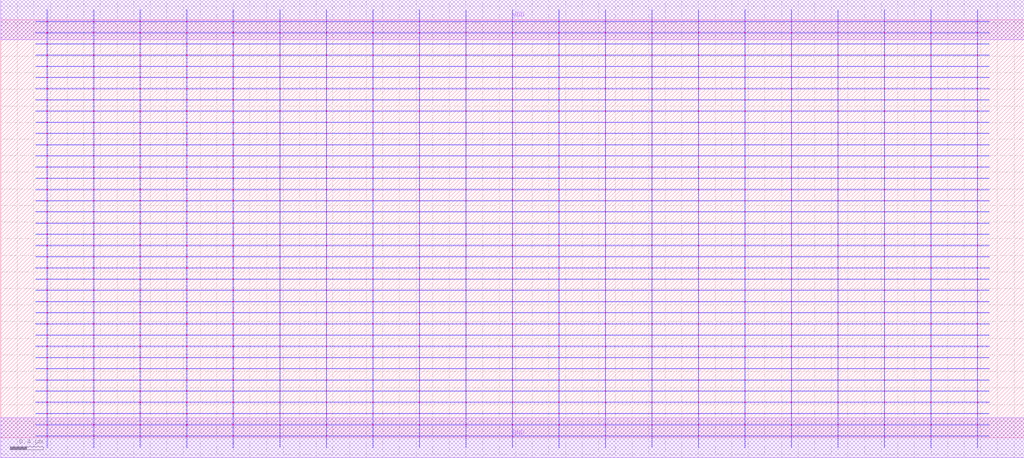
<source format=lef>
MACRO AAAOAAOI22212
 CLASS CORE ;
 FOREIGN AAAOAAOI22212 0 0 ;
 SIZE 12.32 BY 5.04 ;
 ORIGIN 0 0 ;
 SYMMETRY X Y R90 ;
 SITE unit ;
  PIN VDD
   DIRECTION INOUT ;
   USE POWER ;
   SHAPE ABUTMENT ;
    PORT
     CLASS CORE ;
       LAYER met1 ;
        RECT 0.00000000 4.80000000 12.32000000 5.28000000 ;
    END
  END VDD

  PIN GND
   DIRECTION INOUT ;
   USE POWER ;
   SHAPE ABUTMENT ;
    PORT
     CLASS CORE ;
       LAYER met1 ;
        RECT 0.00000000 -0.24000000 12.32000000 0.24000000 ;
    END
  END GND

 OBS
    LAYER polycont ;
     RECT 1.11600000 2.58300000 1.12400000 2.59100000 ;
     RECT 2.23600000 2.58300000 2.24400000 2.59100000 ;
     RECT 3.35600000 2.58300000 3.36400000 2.59100000 ;
     RECT 4.47600000 2.58300000 4.48400000 2.59100000 ;
     RECT 6.71600000 2.58300000 6.72400000 2.59100000 ;
     RECT 7.83600000 2.58300000 7.84400000 2.59100000 ;
     RECT 8.95600000 2.58300000 8.96400000 2.59100000 ;
     RECT 10.07600000 2.58300000 10.08400000 2.59100000 ;
     RECT 11.19600000 2.58300000 11.20400000 2.59100000 ;
     RECT 1.11600000 2.98800000 1.12400000 2.99600000 ;
     RECT 2.23600000 2.98800000 2.24400000 2.99600000 ;
     RECT 3.35600000 2.98800000 3.36400000 2.99600000 ;
     RECT 4.47600000 2.98800000 4.48400000 2.99600000 ;
     RECT 5.59600000 2.98800000 5.60400000 2.99600000 ;
     RECT 6.71600000 2.98800000 6.72400000 2.99600000 ;
     RECT 7.83600000 2.98800000 7.84400000 2.99600000 ;
     RECT 8.95600000 2.98800000 8.96400000 2.99600000 ;
     RECT 10.07600000 2.98800000 10.08400000 2.99600000 ;

    LAYER pdiffc ;
     RECT 0.55600000 3.39300000 0.56400000 3.40100000 ;
     RECT 1.67600000 3.39300000 1.68400000 3.40100000 ;
     RECT 2.79600000 3.39300000 2.80400000 3.40100000 ;
     RECT 3.91600000 3.39300000 3.92400000 3.40100000 ;
     RECT 5.03600000 3.39300000 5.04400000 3.40100000 ;
     RECT 6.15600000 3.39300000 6.16400000 3.40100000 ;
     RECT 7.27600000 3.39300000 7.28400000 3.40100000 ;
     RECT 8.39600000 3.39300000 8.40400000 3.40100000 ;
     RECT 9.51600000 3.39300000 9.52400000 3.40100000 ;
     RECT 10.63600000 3.39300000 10.64400000 3.40100000 ;
     RECT 0.55600000 3.52800000 0.56400000 3.53600000 ;
     RECT 1.67600000 3.52800000 1.68400000 3.53600000 ;
     RECT 2.79600000 3.52800000 2.80400000 3.53600000 ;
     RECT 3.91600000 3.52800000 3.92400000 3.53600000 ;
     RECT 5.03600000 3.52800000 5.04400000 3.53600000 ;
     RECT 6.15600000 3.52800000 6.16400000 3.53600000 ;
     RECT 7.27600000 3.52800000 7.28400000 3.53600000 ;
     RECT 8.39600000 3.52800000 8.40400000 3.53600000 ;
     RECT 9.51600000 3.52800000 9.52400000 3.53600000 ;
     RECT 10.63600000 3.52800000 10.64400000 3.53600000 ;
     RECT 0.55600000 3.66300000 0.56400000 3.67100000 ;
     RECT 1.67600000 3.66300000 1.68400000 3.67100000 ;
     RECT 2.79600000 3.66300000 2.80400000 3.67100000 ;
     RECT 3.91600000 3.66300000 3.92400000 3.67100000 ;
     RECT 5.03600000 3.66300000 5.04400000 3.67100000 ;
     RECT 6.15600000 3.66300000 6.16400000 3.67100000 ;
     RECT 7.27600000 3.66300000 7.28400000 3.67100000 ;
     RECT 8.39600000 3.66300000 8.40400000 3.67100000 ;
     RECT 9.51600000 3.66300000 9.52400000 3.67100000 ;
     RECT 10.63600000 3.66300000 10.64400000 3.67100000 ;
     RECT 0.55600000 3.79800000 0.56400000 3.80600000 ;
     RECT 1.67600000 3.79800000 1.68400000 3.80600000 ;
     RECT 2.79600000 3.79800000 2.80400000 3.80600000 ;
     RECT 3.91600000 3.79800000 3.92400000 3.80600000 ;
     RECT 5.03600000 3.79800000 5.04400000 3.80600000 ;
     RECT 6.15600000 3.79800000 6.16400000 3.80600000 ;
     RECT 7.27600000 3.79800000 7.28400000 3.80600000 ;
     RECT 8.39600000 3.79800000 8.40400000 3.80600000 ;
     RECT 9.51600000 3.79800000 9.52400000 3.80600000 ;
     RECT 10.63600000 3.79800000 10.64400000 3.80600000 ;
     RECT 0.55600000 3.93300000 0.56400000 3.94100000 ;
     RECT 1.67600000 3.93300000 1.68400000 3.94100000 ;
     RECT 2.79600000 3.93300000 2.80400000 3.94100000 ;
     RECT 3.91600000 3.93300000 3.92400000 3.94100000 ;
     RECT 5.03600000 3.93300000 5.04400000 3.94100000 ;
     RECT 6.15600000 3.93300000 6.16400000 3.94100000 ;
     RECT 7.27600000 3.93300000 7.28400000 3.94100000 ;
     RECT 8.39600000 3.93300000 8.40400000 3.94100000 ;
     RECT 9.51600000 3.93300000 9.52400000 3.94100000 ;
     RECT 10.63600000 3.93300000 10.64400000 3.94100000 ;
     RECT 0.55600000 4.06800000 0.56400000 4.07600000 ;
     RECT 1.67600000 4.06800000 1.68400000 4.07600000 ;
     RECT 2.79600000 4.06800000 2.80400000 4.07600000 ;
     RECT 3.91600000 4.06800000 3.92400000 4.07600000 ;
     RECT 5.03600000 4.06800000 5.04400000 4.07600000 ;
     RECT 6.15600000 4.06800000 6.16400000 4.07600000 ;
     RECT 7.27600000 4.06800000 7.28400000 4.07600000 ;
     RECT 8.39600000 4.06800000 8.40400000 4.07600000 ;
     RECT 9.51600000 4.06800000 9.52400000 4.07600000 ;
     RECT 10.63600000 4.06800000 10.64400000 4.07600000 ;
     RECT 0.55600000 4.20300000 0.56400000 4.21100000 ;
     RECT 1.67600000 4.20300000 1.68400000 4.21100000 ;
     RECT 2.79600000 4.20300000 2.80400000 4.21100000 ;
     RECT 3.91600000 4.20300000 3.92400000 4.21100000 ;
     RECT 5.03600000 4.20300000 5.04400000 4.21100000 ;
     RECT 6.15600000 4.20300000 6.16400000 4.21100000 ;
     RECT 7.27600000 4.20300000 7.28400000 4.21100000 ;
     RECT 8.39600000 4.20300000 8.40400000 4.21100000 ;
     RECT 9.51600000 4.20300000 9.52400000 4.21100000 ;
     RECT 10.63600000 4.20300000 10.64400000 4.21100000 ;
     RECT 0.55600000 4.33800000 0.56400000 4.34600000 ;
     RECT 1.67600000 4.33800000 1.68400000 4.34600000 ;
     RECT 2.79600000 4.33800000 2.80400000 4.34600000 ;
     RECT 3.91600000 4.33800000 3.92400000 4.34600000 ;
     RECT 5.03600000 4.33800000 5.04400000 4.34600000 ;
     RECT 6.15600000 4.33800000 6.16400000 4.34600000 ;
     RECT 7.27600000 4.33800000 7.28400000 4.34600000 ;
     RECT 8.39600000 4.33800000 8.40400000 4.34600000 ;
     RECT 9.51600000 4.33800000 9.52400000 4.34600000 ;
     RECT 10.63600000 4.33800000 10.64400000 4.34600000 ;
     RECT 0.55600000 4.47300000 0.56400000 4.48100000 ;
     RECT 1.67600000 4.47300000 1.68400000 4.48100000 ;
     RECT 2.79600000 4.47300000 2.80400000 4.48100000 ;
     RECT 3.91600000 4.47300000 3.92400000 4.48100000 ;
     RECT 5.03600000 4.47300000 5.04400000 4.48100000 ;
     RECT 6.15600000 4.47300000 6.16400000 4.48100000 ;
     RECT 7.27600000 4.47300000 7.28400000 4.48100000 ;
     RECT 8.39600000 4.47300000 8.40400000 4.48100000 ;
     RECT 9.51600000 4.47300000 9.52400000 4.48100000 ;
     RECT 10.63600000 4.47300000 10.64400000 4.48100000 ;
     RECT 0.55600000 4.60800000 0.56400000 4.61600000 ;
     RECT 1.67600000 4.60800000 1.68400000 4.61600000 ;
     RECT 2.79600000 4.60800000 2.80400000 4.61600000 ;
     RECT 3.91600000 4.60800000 3.92400000 4.61600000 ;
     RECT 5.03600000 4.60800000 5.04400000 4.61600000 ;
     RECT 6.15600000 4.60800000 6.16400000 4.61600000 ;
     RECT 7.27600000 4.60800000 7.28400000 4.61600000 ;
     RECT 8.39600000 4.60800000 8.40400000 4.61600000 ;
     RECT 9.51600000 4.60800000 9.52400000 4.61600000 ;
     RECT 10.63600000 4.60800000 10.64400000 4.61600000 ;

    LAYER ndiffc ;
     RECT 6.15600000 0.42300000 6.16400000 0.43100000 ;
     RECT 6.15600000 0.55800000 6.16400000 0.56600000 ;
     RECT 6.15600000 0.69300000 6.16400000 0.70100000 ;
     RECT 6.15600000 0.82800000 6.16400000 0.83600000 ;
     RECT 6.15600000 0.96300000 6.16400000 0.97100000 ;
     RECT 6.15600000 1.09800000 6.16400000 1.10600000 ;
     RECT 6.15600000 1.23300000 6.16400000 1.24100000 ;
     RECT 6.15600000 1.36800000 6.16400000 1.37600000 ;
     RECT 6.15600000 1.50300000 6.16400000 1.51100000 ;
     RECT 6.15600000 1.63800000 6.16400000 1.64600000 ;
     RECT 6.15600000 1.77300000 6.16400000 1.78100000 ;
     RECT 6.15600000 1.90800000 6.16400000 1.91600000 ;
     RECT 6.15600000 2.04300000 6.16400000 2.05100000 ;
     RECT 7.27600000 0.69300000 7.28400000 0.70100000 ;
     RECT 8.39600000 0.69300000 8.40400000 0.70100000 ;
     RECT 9.51600000 0.69300000 9.52400000 0.70100000 ;
     RECT 10.63600000 0.69300000 10.64400000 0.70100000 ;
     RECT 11.75600000 0.69300000 11.76400000 0.70100000 ;
     RECT 9.51600000 0.42300000 9.52400000 0.43100000 ;
     RECT 7.27600000 0.82800000 7.28400000 0.83600000 ;
     RECT 8.39600000 0.82800000 8.40400000 0.83600000 ;
     RECT 9.51600000 0.82800000 9.52400000 0.83600000 ;
     RECT 10.63600000 0.82800000 10.64400000 0.83600000 ;
     RECT 11.75600000 0.82800000 11.76400000 0.83600000 ;
     RECT 10.63600000 0.42300000 10.64400000 0.43100000 ;
     RECT 7.27600000 0.96300000 7.28400000 0.97100000 ;
     RECT 8.39600000 0.96300000 8.40400000 0.97100000 ;
     RECT 9.51600000 0.96300000 9.52400000 0.97100000 ;
     RECT 10.63600000 0.96300000 10.64400000 0.97100000 ;
     RECT 11.75600000 0.96300000 11.76400000 0.97100000 ;
     RECT 11.75600000 0.42300000 11.76400000 0.43100000 ;
     RECT 7.27600000 1.09800000 7.28400000 1.10600000 ;
     RECT 8.39600000 1.09800000 8.40400000 1.10600000 ;
     RECT 9.51600000 1.09800000 9.52400000 1.10600000 ;
     RECT 10.63600000 1.09800000 10.64400000 1.10600000 ;
     RECT 11.75600000 1.09800000 11.76400000 1.10600000 ;
     RECT 7.27600000 0.42300000 7.28400000 0.43100000 ;
     RECT 7.27600000 1.23300000 7.28400000 1.24100000 ;
     RECT 8.39600000 1.23300000 8.40400000 1.24100000 ;
     RECT 9.51600000 1.23300000 9.52400000 1.24100000 ;
     RECT 10.63600000 1.23300000 10.64400000 1.24100000 ;
     RECT 11.75600000 1.23300000 11.76400000 1.24100000 ;
     RECT 7.27600000 0.55800000 7.28400000 0.56600000 ;
     RECT 7.27600000 1.36800000 7.28400000 1.37600000 ;
     RECT 8.39600000 1.36800000 8.40400000 1.37600000 ;
     RECT 9.51600000 1.36800000 9.52400000 1.37600000 ;
     RECT 10.63600000 1.36800000 10.64400000 1.37600000 ;
     RECT 11.75600000 1.36800000 11.76400000 1.37600000 ;
     RECT 8.39600000 0.55800000 8.40400000 0.56600000 ;
     RECT 7.27600000 1.50300000 7.28400000 1.51100000 ;
     RECT 8.39600000 1.50300000 8.40400000 1.51100000 ;
     RECT 9.51600000 1.50300000 9.52400000 1.51100000 ;
     RECT 10.63600000 1.50300000 10.64400000 1.51100000 ;
     RECT 11.75600000 1.50300000 11.76400000 1.51100000 ;
     RECT 9.51600000 0.55800000 9.52400000 0.56600000 ;
     RECT 7.27600000 1.63800000 7.28400000 1.64600000 ;
     RECT 8.39600000 1.63800000 8.40400000 1.64600000 ;
     RECT 9.51600000 1.63800000 9.52400000 1.64600000 ;
     RECT 10.63600000 1.63800000 10.64400000 1.64600000 ;
     RECT 11.75600000 1.63800000 11.76400000 1.64600000 ;
     RECT 10.63600000 0.55800000 10.64400000 0.56600000 ;
     RECT 7.27600000 1.77300000 7.28400000 1.78100000 ;
     RECT 8.39600000 1.77300000 8.40400000 1.78100000 ;
     RECT 9.51600000 1.77300000 9.52400000 1.78100000 ;
     RECT 10.63600000 1.77300000 10.64400000 1.78100000 ;
     RECT 11.75600000 1.77300000 11.76400000 1.78100000 ;
     RECT 11.75600000 0.55800000 11.76400000 0.56600000 ;
     RECT 7.27600000 1.90800000 7.28400000 1.91600000 ;
     RECT 8.39600000 1.90800000 8.40400000 1.91600000 ;
     RECT 9.51600000 1.90800000 9.52400000 1.91600000 ;
     RECT 10.63600000 1.90800000 10.64400000 1.91600000 ;
     RECT 11.75600000 1.90800000 11.76400000 1.91600000 ;
     RECT 8.39600000 0.42300000 8.40400000 0.43100000 ;
     RECT 7.27600000 2.04300000 7.28400000 2.05100000 ;
     RECT 8.39600000 2.04300000 8.40400000 2.05100000 ;
     RECT 9.51600000 2.04300000 9.52400000 2.05100000 ;
     RECT 10.63600000 2.04300000 10.64400000 2.05100000 ;
     RECT 11.75600000 2.04300000 11.76400000 2.05100000 ;
     RECT 1.67600000 1.36800000 1.68400000 1.37600000 ;
     RECT 2.79600000 1.36800000 2.80400000 1.37600000 ;
     RECT 3.91600000 1.36800000 3.92400000 1.37600000 ;
     RECT 5.03600000 1.36800000 5.04400000 1.37600000 ;
     RECT 0.55600000 0.69300000 0.56400000 0.70100000 ;
     RECT 1.67600000 0.69300000 1.68400000 0.70100000 ;
     RECT 0.55600000 0.96300000 0.56400000 0.97100000 ;
     RECT 1.67600000 0.96300000 1.68400000 0.97100000 ;
     RECT 2.79600000 0.96300000 2.80400000 0.97100000 ;
     RECT 3.91600000 0.96300000 3.92400000 0.97100000 ;
     RECT 0.55600000 1.50300000 0.56400000 1.51100000 ;
     RECT 1.67600000 1.50300000 1.68400000 1.51100000 ;
     RECT 2.79600000 1.50300000 2.80400000 1.51100000 ;
     RECT 3.91600000 1.50300000 3.92400000 1.51100000 ;
     RECT 5.03600000 1.50300000 5.04400000 1.51100000 ;
     RECT 5.03600000 0.96300000 5.04400000 0.97100000 ;
     RECT 2.79600000 0.69300000 2.80400000 0.70100000 ;
     RECT 3.91600000 0.69300000 3.92400000 0.70100000 ;
     RECT 5.03600000 0.69300000 5.04400000 0.70100000 ;
     RECT 1.67600000 0.55800000 1.68400000 0.56600000 ;
     RECT 2.79600000 0.55800000 2.80400000 0.56600000 ;
     RECT 0.55600000 1.63800000 0.56400000 1.64600000 ;
     RECT 1.67600000 1.63800000 1.68400000 1.64600000 ;
     RECT 2.79600000 1.63800000 2.80400000 1.64600000 ;
     RECT 3.91600000 1.63800000 3.92400000 1.64600000 ;
     RECT 5.03600000 1.63800000 5.04400000 1.64600000 ;
     RECT 3.91600000 0.55800000 3.92400000 0.56600000 ;
     RECT 0.55600000 1.09800000 0.56400000 1.10600000 ;
     RECT 1.67600000 1.09800000 1.68400000 1.10600000 ;
     RECT 2.79600000 1.09800000 2.80400000 1.10600000 ;
     RECT 3.91600000 1.09800000 3.92400000 1.10600000 ;
     RECT 5.03600000 1.09800000 5.04400000 1.10600000 ;
     RECT 0.55600000 1.77300000 0.56400000 1.78100000 ;
     RECT 1.67600000 1.77300000 1.68400000 1.78100000 ;
     RECT 2.79600000 1.77300000 2.80400000 1.78100000 ;
     RECT 3.91600000 1.77300000 3.92400000 1.78100000 ;
     RECT 5.03600000 1.77300000 5.04400000 1.78100000 ;
     RECT 5.03600000 0.55800000 5.04400000 0.56600000 ;
     RECT 1.67600000 0.42300000 1.68400000 0.43100000 ;
     RECT 2.79600000 0.42300000 2.80400000 0.43100000 ;
     RECT 0.55600000 0.82800000 0.56400000 0.83600000 ;
     RECT 1.67600000 0.82800000 1.68400000 0.83600000 ;
     RECT 2.79600000 0.82800000 2.80400000 0.83600000 ;
     RECT 0.55600000 1.90800000 0.56400000 1.91600000 ;
     RECT 1.67600000 1.90800000 1.68400000 1.91600000 ;
     RECT 2.79600000 1.90800000 2.80400000 1.91600000 ;
     RECT 3.91600000 1.90800000 3.92400000 1.91600000 ;
     RECT 5.03600000 1.90800000 5.04400000 1.91600000 ;
     RECT 0.55600000 1.23300000 0.56400000 1.24100000 ;
     RECT 1.67600000 1.23300000 1.68400000 1.24100000 ;
     RECT 2.79600000 1.23300000 2.80400000 1.24100000 ;
     RECT 3.91600000 1.23300000 3.92400000 1.24100000 ;
     RECT 5.03600000 1.23300000 5.04400000 1.24100000 ;
     RECT 3.91600000 0.82800000 3.92400000 0.83600000 ;
     RECT 0.55600000 2.04300000 0.56400000 2.05100000 ;
     RECT 1.67600000 2.04300000 1.68400000 2.05100000 ;
     RECT 2.79600000 2.04300000 2.80400000 2.05100000 ;
     RECT 3.91600000 2.04300000 3.92400000 2.05100000 ;
     RECT 5.03600000 2.04300000 5.04400000 2.05100000 ;
     RECT 5.03600000 0.82800000 5.04400000 0.83600000 ;
     RECT 3.91600000 0.42300000 3.92400000 0.43100000 ;
     RECT 5.03600000 0.42300000 5.04400000 0.43100000 ;
     RECT 0.55600000 0.42300000 0.56400000 0.43100000 ;
     RECT 0.55600000 0.55800000 0.56400000 0.56600000 ;
     RECT 0.55600000 1.36800000 0.56400000 1.37600000 ;

    LAYER met1 ;
     RECT 0.00000000 -0.24000000 12.32000000 0.24000000 ;
     RECT 6.15600000 0.24000000 6.16400000 0.28800000 ;
     RECT 0.44500000 0.28800000 11.87500000 0.29600000 ;
     RECT 6.15600000 0.29600000 6.16400000 0.42300000 ;
     RECT 0.44500000 0.42300000 11.87500000 0.43100000 ;
     RECT 6.15600000 0.43100000 6.16400000 0.55800000 ;
     RECT 0.44500000 0.55800000 11.87500000 0.56600000 ;
     RECT 6.15600000 0.56600000 6.16400000 0.69300000 ;
     RECT 0.44500000 0.69300000 11.87500000 0.70100000 ;
     RECT 6.15600000 0.70100000 6.16400000 0.82800000 ;
     RECT 0.44500000 0.82800000 11.87500000 0.83600000 ;
     RECT 6.15600000 0.83600000 6.16400000 0.96300000 ;
     RECT 0.44500000 0.96300000 11.87500000 0.97100000 ;
     RECT 6.15600000 0.97100000 6.16400000 1.09800000 ;
     RECT 0.44500000 1.09800000 11.87500000 1.10600000 ;
     RECT 6.15600000 1.10600000 6.16400000 1.23300000 ;
     RECT 0.44500000 1.23300000 11.87500000 1.24100000 ;
     RECT 6.15600000 1.24100000 6.16400000 1.36800000 ;
     RECT 0.44500000 1.36800000 11.87500000 1.37600000 ;
     RECT 6.15600000 1.37600000 6.16400000 1.50300000 ;
     RECT 0.44500000 1.50300000 11.87500000 1.51100000 ;
     RECT 6.15600000 1.51100000 6.16400000 1.63800000 ;
     RECT 0.44500000 1.63800000 11.87500000 1.64600000 ;
     RECT 6.15600000 1.64600000 6.16400000 1.77300000 ;
     RECT 0.44500000 1.77300000 11.87500000 1.78100000 ;
     RECT 6.15600000 1.78100000 6.16400000 1.90800000 ;
     RECT 0.44500000 1.90800000 11.87500000 1.91600000 ;
     RECT 6.15600000 1.91600000 6.16400000 2.04300000 ;
     RECT 0.44500000 2.04300000 11.87500000 2.05100000 ;
     RECT 6.15600000 2.05100000 6.16400000 2.17800000 ;
     RECT 0.44500000 2.17800000 11.87500000 2.18600000 ;
     RECT 6.15600000 2.18600000 6.16400000 2.31300000 ;
     RECT 0.44500000 2.31300000 11.87500000 2.32100000 ;
     RECT 6.15600000 2.32100000 6.16400000 2.44800000 ;
     RECT 0.44500000 2.44800000 11.87500000 2.45600000 ;
     RECT 0.55600000 2.45600000 0.56400000 2.58300000 ;
     RECT 1.11600000 2.45600000 1.12400000 2.58300000 ;
     RECT 1.67600000 2.45600000 1.68400000 2.58300000 ;
     RECT 2.23600000 2.45600000 2.24400000 2.58300000 ;
     RECT 2.79600000 2.45600000 2.80400000 2.58300000 ;
     RECT 3.35600000 2.45600000 3.36400000 2.58300000 ;
     RECT 3.91600000 2.45600000 3.92400000 2.58300000 ;
     RECT 4.47600000 2.45600000 4.48400000 2.58300000 ;
     RECT 5.03600000 2.45600000 5.04400000 2.58300000 ;
     RECT 5.59600000 2.45600000 5.60400000 2.58300000 ;
     RECT 6.15600000 2.45600000 6.16400000 2.58300000 ;
     RECT 6.71600000 2.45600000 6.72400000 2.58300000 ;
     RECT 7.27600000 2.45600000 7.28400000 2.58300000 ;
     RECT 7.83600000 2.45600000 7.84400000 2.58300000 ;
     RECT 8.39600000 2.45600000 8.40400000 2.58300000 ;
     RECT 8.95600000 2.45600000 8.96400000 2.58300000 ;
     RECT 9.51600000 2.45600000 9.52400000 2.58300000 ;
     RECT 10.07600000 2.45600000 10.08400000 2.58300000 ;
     RECT 10.63600000 2.45600000 10.64400000 2.58300000 ;
     RECT 11.19600000 2.45600000 11.20400000 2.58300000 ;
     RECT 11.75600000 2.45600000 11.76400000 2.58300000 ;
     RECT 0.44500000 2.58300000 11.87500000 2.59100000 ;
     RECT 6.15600000 2.59100000 6.16400000 2.71800000 ;
     RECT 0.44500000 2.71800000 11.87500000 2.72600000 ;
     RECT 6.15600000 2.72600000 6.16400000 2.85300000 ;
     RECT 0.44500000 2.85300000 11.87500000 2.86100000 ;
     RECT 6.15600000 2.86100000 6.16400000 2.98800000 ;
     RECT 0.44500000 2.98800000 11.87500000 2.99600000 ;
     RECT 6.15600000 2.99600000 6.16400000 3.12300000 ;
     RECT 0.44500000 3.12300000 11.87500000 3.13100000 ;
     RECT 6.15600000 3.13100000 6.16400000 3.25800000 ;
     RECT 0.44500000 3.25800000 11.87500000 3.26600000 ;
     RECT 6.15600000 3.26600000 6.16400000 3.39300000 ;
     RECT 0.44500000 3.39300000 11.87500000 3.40100000 ;
     RECT 6.15600000 3.40100000 6.16400000 3.52800000 ;
     RECT 0.44500000 3.52800000 11.87500000 3.53600000 ;
     RECT 6.15600000 3.53600000 6.16400000 3.66300000 ;
     RECT 0.44500000 3.66300000 11.87500000 3.67100000 ;
     RECT 6.15600000 3.67100000 6.16400000 3.79800000 ;
     RECT 0.44500000 3.79800000 11.87500000 3.80600000 ;
     RECT 6.15600000 3.80600000 6.16400000 3.93300000 ;
     RECT 0.44500000 3.93300000 11.87500000 3.94100000 ;
     RECT 6.15600000 3.94100000 6.16400000 4.06800000 ;
     RECT 0.44500000 4.06800000 11.87500000 4.07600000 ;
     RECT 6.15600000 4.07600000 6.16400000 4.20300000 ;
     RECT 0.44500000 4.20300000 11.87500000 4.21100000 ;
     RECT 6.15600000 4.21100000 6.16400000 4.33800000 ;
     RECT 0.44500000 4.33800000 11.87500000 4.34600000 ;
     RECT 6.15600000 4.34600000 6.16400000 4.47300000 ;
     RECT 0.44500000 4.47300000 11.87500000 4.48100000 ;
     RECT 6.15600000 4.48100000 6.16400000 4.60800000 ;
     RECT 0.44500000 4.60800000 11.87500000 4.61600000 ;
     RECT 6.15600000 4.61600000 6.16400000 4.74300000 ;
     RECT 0.44500000 4.74300000 11.87500000 4.75100000 ;
     RECT 6.15600000 4.75100000 6.16400000 4.80000000 ;
     RECT 0.00000000 4.80000000 12.32000000 5.28000000 ;
     RECT 6.71600000 3.80600000 6.72400000 3.93300000 ;
     RECT 7.27600000 3.80600000 7.28400000 3.93300000 ;
     RECT 7.83600000 3.80600000 7.84400000 3.93300000 ;
     RECT 8.39600000 3.80600000 8.40400000 3.93300000 ;
     RECT 8.95600000 3.80600000 8.96400000 3.93300000 ;
     RECT 9.51600000 3.80600000 9.52400000 3.93300000 ;
     RECT 10.07600000 3.80600000 10.08400000 3.93300000 ;
     RECT 10.63600000 3.80600000 10.64400000 3.93300000 ;
     RECT 11.19600000 3.80600000 11.20400000 3.93300000 ;
     RECT 11.75600000 3.80600000 11.76400000 3.93300000 ;
     RECT 9.51600000 3.94100000 9.52400000 4.06800000 ;
     RECT 10.07600000 3.94100000 10.08400000 4.06800000 ;
     RECT 10.63600000 3.94100000 10.64400000 4.06800000 ;
     RECT 11.19600000 3.94100000 11.20400000 4.06800000 ;
     RECT 11.75600000 3.94100000 11.76400000 4.06800000 ;
     RECT 9.51600000 4.07600000 9.52400000 4.20300000 ;
     RECT 10.07600000 4.07600000 10.08400000 4.20300000 ;
     RECT 10.63600000 4.07600000 10.64400000 4.20300000 ;
     RECT 11.19600000 4.07600000 11.20400000 4.20300000 ;
     RECT 11.75600000 4.07600000 11.76400000 4.20300000 ;
     RECT 9.51600000 4.21100000 9.52400000 4.33800000 ;
     RECT 10.07600000 4.21100000 10.08400000 4.33800000 ;
     RECT 10.63600000 4.21100000 10.64400000 4.33800000 ;
     RECT 11.19600000 4.21100000 11.20400000 4.33800000 ;
     RECT 11.75600000 4.21100000 11.76400000 4.33800000 ;
     RECT 9.51600000 4.34600000 9.52400000 4.47300000 ;
     RECT 10.07600000 4.34600000 10.08400000 4.47300000 ;
     RECT 10.63600000 4.34600000 10.64400000 4.47300000 ;
     RECT 11.19600000 4.34600000 11.20400000 4.47300000 ;
     RECT 11.75600000 4.34600000 11.76400000 4.47300000 ;
     RECT 9.51600000 4.48100000 9.52400000 4.60800000 ;
     RECT 10.07600000 4.48100000 10.08400000 4.60800000 ;
     RECT 10.63600000 4.48100000 10.64400000 4.60800000 ;
     RECT 11.19600000 4.48100000 11.20400000 4.60800000 ;
     RECT 11.75600000 4.48100000 11.76400000 4.60800000 ;
     RECT 9.51600000 4.61600000 9.52400000 4.74300000 ;
     RECT 10.07600000 4.61600000 10.08400000 4.74300000 ;
     RECT 10.63600000 4.61600000 10.64400000 4.74300000 ;
     RECT 11.19600000 4.61600000 11.20400000 4.74300000 ;
     RECT 11.75600000 4.61600000 11.76400000 4.74300000 ;
     RECT 9.51600000 4.75100000 9.52400000 4.80000000 ;
     RECT 10.07600000 4.75100000 10.08400000 4.80000000 ;
     RECT 10.63600000 4.75100000 10.64400000 4.80000000 ;
     RECT 11.19600000 4.75100000 11.20400000 4.80000000 ;
     RECT 11.75600000 4.75100000 11.76400000 4.80000000 ;
     RECT 6.71600000 3.94100000 6.72400000 4.06800000 ;
     RECT 7.27600000 3.94100000 7.28400000 4.06800000 ;
     RECT 7.83600000 3.94100000 7.84400000 4.06800000 ;
     RECT 8.39600000 3.94100000 8.40400000 4.06800000 ;
     RECT 8.95600000 3.94100000 8.96400000 4.06800000 ;
     RECT 6.71600000 4.48100000 6.72400000 4.60800000 ;
     RECT 7.27600000 4.48100000 7.28400000 4.60800000 ;
     RECT 7.83600000 4.48100000 7.84400000 4.60800000 ;
     RECT 8.39600000 4.48100000 8.40400000 4.60800000 ;
     RECT 8.95600000 4.48100000 8.96400000 4.60800000 ;
     RECT 6.71600000 4.21100000 6.72400000 4.33800000 ;
     RECT 7.27600000 4.21100000 7.28400000 4.33800000 ;
     RECT 7.83600000 4.21100000 7.84400000 4.33800000 ;
     RECT 8.39600000 4.21100000 8.40400000 4.33800000 ;
     RECT 8.95600000 4.21100000 8.96400000 4.33800000 ;
     RECT 6.71600000 4.61600000 6.72400000 4.74300000 ;
     RECT 7.27600000 4.61600000 7.28400000 4.74300000 ;
     RECT 7.83600000 4.61600000 7.84400000 4.74300000 ;
     RECT 8.39600000 4.61600000 8.40400000 4.74300000 ;
     RECT 8.95600000 4.61600000 8.96400000 4.74300000 ;
     RECT 6.71600000 4.07600000 6.72400000 4.20300000 ;
     RECT 7.27600000 4.07600000 7.28400000 4.20300000 ;
     RECT 7.83600000 4.07600000 7.84400000 4.20300000 ;
     RECT 8.39600000 4.07600000 8.40400000 4.20300000 ;
     RECT 8.95600000 4.07600000 8.96400000 4.20300000 ;
     RECT 6.71600000 4.75100000 6.72400000 4.80000000 ;
     RECT 7.27600000 4.75100000 7.28400000 4.80000000 ;
     RECT 7.83600000 4.75100000 7.84400000 4.80000000 ;
     RECT 8.39600000 4.75100000 8.40400000 4.80000000 ;
     RECT 8.95600000 4.75100000 8.96400000 4.80000000 ;
     RECT 6.71600000 4.34600000 6.72400000 4.47300000 ;
     RECT 7.27600000 4.34600000 7.28400000 4.47300000 ;
     RECT 7.83600000 4.34600000 7.84400000 4.47300000 ;
     RECT 8.39600000 4.34600000 8.40400000 4.47300000 ;
     RECT 8.95600000 4.34600000 8.96400000 4.47300000 ;
     RECT 6.71600000 2.86100000 6.72400000 2.98800000 ;
     RECT 7.27600000 2.86100000 7.28400000 2.98800000 ;
     RECT 7.27600000 2.99600000 7.28400000 3.12300000 ;
     RECT 7.83600000 2.99600000 7.84400000 3.12300000 ;
     RECT 8.39600000 2.99600000 8.40400000 3.12300000 ;
     RECT 8.95600000 2.99600000 8.96400000 3.12300000 ;
     RECT 6.71600000 3.13100000 6.72400000 3.25800000 ;
     RECT 7.27600000 3.13100000 7.28400000 3.25800000 ;
     RECT 7.83600000 3.13100000 7.84400000 3.25800000 ;
     RECT 8.39600000 3.13100000 8.40400000 3.25800000 ;
     RECT 8.95600000 3.13100000 8.96400000 3.25800000 ;
     RECT 6.71600000 3.26600000 6.72400000 3.39300000 ;
     RECT 7.83600000 2.86100000 7.84400000 2.98800000 ;
     RECT 8.39600000 2.86100000 8.40400000 2.98800000 ;
     RECT 7.27600000 3.26600000 7.28400000 3.39300000 ;
     RECT 7.83600000 3.26600000 7.84400000 3.39300000 ;
     RECT 8.39600000 3.26600000 8.40400000 3.39300000 ;
     RECT 8.95600000 3.26600000 8.96400000 3.39300000 ;
     RECT 6.71600000 2.59100000 6.72400000 2.71800000 ;
     RECT 7.27600000 2.59100000 7.28400000 2.71800000 ;
     RECT 6.71600000 3.40100000 6.72400000 3.52800000 ;
     RECT 7.27600000 3.40100000 7.28400000 3.52800000 ;
     RECT 7.83600000 3.40100000 7.84400000 3.52800000 ;
     RECT 8.39600000 3.40100000 8.40400000 3.52800000 ;
     RECT 8.95600000 2.86100000 8.96400000 2.98800000 ;
     RECT 8.95600000 3.40100000 8.96400000 3.52800000 ;
     RECT 6.71600000 2.72600000 6.72400000 2.85300000 ;
     RECT 7.27600000 2.72600000 7.28400000 2.85300000 ;
     RECT 6.71600000 3.53600000 6.72400000 3.66300000 ;
     RECT 7.27600000 3.53600000 7.28400000 3.66300000 ;
     RECT 7.83600000 3.53600000 7.84400000 3.66300000 ;
     RECT 8.39600000 3.53600000 8.40400000 3.66300000 ;
     RECT 8.95600000 3.53600000 8.96400000 3.66300000 ;
     RECT 7.83600000 2.59100000 7.84400000 2.71800000 ;
     RECT 8.39600000 2.59100000 8.40400000 2.71800000 ;
     RECT 7.83600000 2.72600000 7.84400000 2.85300000 ;
     RECT 8.39600000 2.72600000 8.40400000 2.85300000 ;
     RECT 6.71600000 3.67100000 6.72400000 3.79800000 ;
     RECT 7.27600000 3.67100000 7.28400000 3.79800000 ;
     RECT 7.83600000 3.67100000 7.84400000 3.79800000 ;
     RECT 8.39600000 3.67100000 8.40400000 3.79800000 ;
     RECT 8.95600000 3.67100000 8.96400000 3.79800000 ;
     RECT 8.95600000 2.72600000 8.96400000 2.85300000 ;
     RECT 8.95600000 2.59100000 8.96400000 2.71800000 ;
     RECT 6.71600000 2.99600000 6.72400000 3.12300000 ;
     RECT 11.19600000 3.40100000 11.20400000 3.52800000 ;
     RECT 10.07600000 2.72600000 10.08400000 2.85300000 ;
     RECT 10.63600000 2.72600000 10.64400000 2.85300000 ;
     RECT 11.75600000 3.40100000 11.76400000 3.52800000 ;
     RECT 11.19600000 3.13100000 11.20400000 3.25800000 ;
     RECT 11.75600000 3.13100000 11.76400000 3.25800000 ;
     RECT 11.19600000 2.59100000 11.20400000 2.71800000 ;
     RECT 11.75600000 2.59100000 11.76400000 2.71800000 ;
     RECT 11.19600000 2.99600000 11.20400000 3.12300000 ;
     RECT 11.75600000 2.99600000 11.76400000 3.12300000 ;
     RECT 10.07600000 2.59100000 10.08400000 2.71800000 ;
     RECT 9.51600000 3.53600000 9.52400000 3.66300000 ;
     RECT 10.07600000 3.53600000 10.08400000 3.66300000 ;
     RECT 11.19600000 2.72600000 11.20400000 2.85300000 ;
     RECT 11.75600000 2.72600000 11.76400000 2.85300000 ;
     RECT 10.63600000 3.53600000 10.64400000 3.66300000 ;
     RECT 11.19600000 3.53600000 11.20400000 3.66300000 ;
     RECT 11.75600000 3.53600000 11.76400000 3.66300000 ;
     RECT 10.63600000 2.59100000 10.64400000 2.71800000 ;
     RECT 9.51600000 2.59100000 9.52400000 2.71800000 ;
     RECT 9.51600000 3.26600000 9.52400000 3.39300000 ;
     RECT 9.51600000 2.86100000 9.52400000 2.98800000 ;
     RECT 10.07600000 3.26600000 10.08400000 3.39300000 ;
     RECT 10.63600000 3.26600000 10.64400000 3.39300000 ;
     RECT 11.19600000 3.26600000 11.20400000 3.39300000 ;
     RECT 11.75600000 3.26600000 11.76400000 3.39300000 ;
     RECT 9.51600000 3.67100000 9.52400000 3.79800000 ;
     RECT 10.07600000 3.67100000 10.08400000 3.79800000 ;
     RECT 10.63600000 3.67100000 10.64400000 3.79800000 ;
     RECT 11.19600000 3.67100000 11.20400000 3.79800000 ;
     RECT 11.75600000 3.67100000 11.76400000 3.79800000 ;
     RECT 11.75600000 2.86100000 11.76400000 2.98800000 ;
     RECT 10.07600000 2.86100000 10.08400000 2.98800000 ;
     RECT 10.63600000 2.86100000 10.64400000 2.98800000 ;
     RECT 9.51600000 2.72600000 9.52400000 2.85300000 ;
     RECT 9.51600000 2.99600000 9.52400000 3.12300000 ;
     RECT 10.07600000 2.99600000 10.08400000 3.12300000 ;
     RECT 10.63600000 2.99600000 10.64400000 3.12300000 ;
     RECT 9.51600000 3.13100000 9.52400000 3.25800000 ;
     RECT 10.07600000 3.13100000 10.08400000 3.25800000 ;
     RECT 10.63600000 3.13100000 10.64400000 3.25800000 ;
     RECT 9.51600000 3.40100000 9.52400000 3.52800000 ;
     RECT 10.07600000 3.40100000 10.08400000 3.52800000 ;
     RECT 10.63600000 3.40100000 10.64400000 3.52800000 ;
     RECT 11.19600000 2.86100000 11.20400000 2.98800000 ;
     RECT 3.91600000 3.80600000 3.92400000 3.93300000 ;
     RECT 4.47600000 3.80600000 4.48400000 3.93300000 ;
     RECT 5.03600000 3.80600000 5.04400000 3.93300000 ;
     RECT 5.59600000 3.80600000 5.60400000 3.93300000 ;
     RECT 0.55600000 3.80600000 0.56400000 3.93300000 ;
     RECT 1.11600000 3.80600000 1.12400000 3.93300000 ;
     RECT 1.67600000 3.80600000 1.68400000 3.93300000 ;
     RECT 2.23600000 3.80600000 2.24400000 3.93300000 ;
     RECT 2.79600000 3.80600000 2.80400000 3.93300000 ;
     RECT 3.35600000 3.80600000 3.36400000 3.93300000 ;
     RECT 3.91600000 4.07600000 3.92400000 4.20300000 ;
     RECT 4.47600000 4.07600000 4.48400000 4.20300000 ;
     RECT 5.03600000 4.07600000 5.04400000 4.20300000 ;
     RECT 5.59600000 4.07600000 5.60400000 4.20300000 ;
     RECT 3.35600000 4.21100000 3.36400000 4.33800000 ;
     RECT 3.91600000 4.21100000 3.92400000 4.33800000 ;
     RECT 4.47600000 4.21100000 4.48400000 4.33800000 ;
     RECT 5.03600000 4.21100000 5.04400000 4.33800000 ;
     RECT 5.59600000 4.21100000 5.60400000 4.33800000 ;
     RECT 3.35600000 4.34600000 3.36400000 4.47300000 ;
     RECT 3.91600000 4.34600000 3.92400000 4.47300000 ;
     RECT 4.47600000 4.34600000 4.48400000 4.47300000 ;
     RECT 5.03600000 4.34600000 5.04400000 4.47300000 ;
     RECT 5.59600000 4.34600000 5.60400000 4.47300000 ;
     RECT 3.35600000 4.48100000 3.36400000 4.60800000 ;
     RECT 3.91600000 4.48100000 3.92400000 4.60800000 ;
     RECT 4.47600000 4.48100000 4.48400000 4.60800000 ;
     RECT 5.03600000 4.48100000 5.04400000 4.60800000 ;
     RECT 5.59600000 4.48100000 5.60400000 4.60800000 ;
     RECT 3.35600000 4.61600000 3.36400000 4.74300000 ;
     RECT 3.91600000 4.61600000 3.92400000 4.74300000 ;
     RECT 4.47600000 4.61600000 4.48400000 4.74300000 ;
     RECT 5.03600000 4.61600000 5.04400000 4.74300000 ;
     RECT 5.59600000 4.61600000 5.60400000 4.74300000 ;
     RECT 3.35600000 4.75100000 3.36400000 4.80000000 ;
     RECT 3.91600000 4.75100000 3.92400000 4.80000000 ;
     RECT 4.47600000 4.75100000 4.48400000 4.80000000 ;
     RECT 5.03600000 4.75100000 5.04400000 4.80000000 ;
     RECT 5.59600000 4.75100000 5.60400000 4.80000000 ;
     RECT 3.35600000 3.94100000 3.36400000 4.06800000 ;
     RECT 3.91600000 3.94100000 3.92400000 4.06800000 ;
     RECT 4.47600000 3.94100000 4.48400000 4.06800000 ;
     RECT 5.03600000 3.94100000 5.04400000 4.06800000 ;
     RECT 5.59600000 3.94100000 5.60400000 4.06800000 ;
     RECT 3.35600000 4.07600000 3.36400000 4.20300000 ;
     RECT 1.11600000 4.48100000 1.12400000 4.60800000 ;
     RECT 1.67600000 4.48100000 1.68400000 4.60800000 ;
     RECT 2.23600000 4.48100000 2.24400000 4.60800000 ;
     RECT 2.79600000 4.48100000 2.80400000 4.60800000 ;
     RECT 0.55600000 4.21100000 0.56400000 4.33800000 ;
     RECT 1.11600000 4.21100000 1.12400000 4.33800000 ;
     RECT 1.67600000 4.21100000 1.68400000 4.33800000 ;
     RECT 2.23600000 4.21100000 2.24400000 4.33800000 ;
     RECT 2.79600000 4.21100000 2.80400000 4.33800000 ;
     RECT 0.55600000 4.61600000 0.56400000 4.74300000 ;
     RECT 1.11600000 4.61600000 1.12400000 4.74300000 ;
     RECT 1.67600000 4.61600000 1.68400000 4.74300000 ;
     RECT 2.23600000 4.61600000 2.24400000 4.74300000 ;
     RECT 2.79600000 4.61600000 2.80400000 4.74300000 ;
     RECT 0.55600000 4.07600000 0.56400000 4.20300000 ;
     RECT 1.11600000 4.07600000 1.12400000 4.20300000 ;
     RECT 1.67600000 4.07600000 1.68400000 4.20300000 ;
     RECT 2.23600000 4.07600000 2.24400000 4.20300000 ;
     RECT 2.79600000 4.07600000 2.80400000 4.20300000 ;
     RECT 0.55600000 4.75100000 0.56400000 4.80000000 ;
     RECT 1.11600000 4.75100000 1.12400000 4.80000000 ;
     RECT 1.67600000 4.75100000 1.68400000 4.80000000 ;
     RECT 2.23600000 4.75100000 2.24400000 4.80000000 ;
     RECT 2.79600000 4.75100000 2.80400000 4.80000000 ;
     RECT 0.55600000 4.34600000 0.56400000 4.47300000 ;
     RECT 1.11600000 4.34600000 1.12400000 4.47300000 ;
     RECT 1.67600000 4.34600000 1.68400000 4.47300000 ;
     RECT 2.23600000 4.34600000 2.24400000 4.47300000 ;
     RECT 2.79600000 4.34600000 2.80400000 4.47300000 ;
     RECT 0.55600000 3.94100000 0.56400000 4.06800000 ;
     RECT 1.11600000 3.94100000 1.12400000 4.06800000 ;
     RECT 1.67600000 3.94100000 1.68400000 4.06800000 ;
     RECT 2.23600000 3.94100000 2.24400000 4.06800000 ;
     RECT 2.79600000 3.94100000 2.80400000 4.06800000 ;
     RECT 0.55600000 4.48100000 0.56400000 4.60800000 ;
     RECT 2.79600000 3.26600000 2.80400000 3.39300000 ;
     RECT 1.67600000 2.59100000 1.68400000 2.71800000 ;
     RECT 2.23600000 2.59100000 2.24400000 2.71800000 ;
     RECT 0.55600000 2.59100000 0.56400000 2.71800000 ;
     RECT 1.11600000 2.59100000 1.12400000 2.71800000 ;
     RECT 0.55600000 3.13100000 0.56400000 3.25800000 ;
     RECT 1.11600000 3.13100000 1.12400000 3.25800000 ;
     RECT 1.67600000 3.13100000 1.68400000 3.25800000 ;
     RECT 2.23600000 3.13100000 2.24400000 3.25800000 ;
     RECT 2.79600000 3.13100000 2.80400000 3.25800000 ;
     RECT 0.55600000 3.67100000 0.56400000 3.79800000 ;
     RECT 1.11600000 3.67100000 1.12400000 3.79800000 ;
     RECT 1.67600000 3.67100000 1.68400000 3.79800000 ;
     RECT 2.23600000 3.67100000 2.24400000 3.79800000 ;
     RECT 0.55600000 2.72600000 0.56400000 2.85300000 ;
     RECT 1.11600000 2.72600000 1.12400000 2.85300000 ;
     RECT 0.55600000 3.53600000 0.56400000 3.66300000 ;
     RECT 1.11600000 3.53600000 1.12400000 3.66300000 ;
     RECT 2.79600000 2.59100000 2.80400000 2.71800000 ;
     RECT 0.55600000 2.99600000 0.56400000 3.12300000 ;
     RECT 1.11600000 2.99600000 1.12400000 3.12300000 ;
     RECT 0.55600000 3.40100000 0.56400000 3.52800000 ;
     RECT 1.11600000 3.40100000 1.12400000 3.52800000 ;
     RECT 1.67600000 3.40100000 1.68400000 3.52800000 ;
     RECT 2.79600000 3.67100000 2.80400000 3.79800000 ;
     RECT 2.79600000 2.86100000 2.80400000 2.98800000 ;
     RECT 2.23600000 3.40100000 2.24400000 3.52800000 ;
     RECT 2.79600000 3.40100000 2.80400000 3.52800000 ;
     RECT 1.67600000 2.99600000 1.68400000 3.12300000 ;
     RECT 2.23600000 2.99600000 2.24400000 3.12300000 ;
     RECT 1.67600000 3.53600000 1.68400000 3.66300000 ;
     RECT 2.23600000 3.53600000 2.24400000 3.66300000 ;
     RECT 2.79600000 3.53600000 2.80400000 3.66300000 ;
     RECT 0.55600000 2.86100000 0.56400000 2.98800000 ;
     RECT 1.11600000 2.86100000 1.12400000 2.98800000 ;
     RECT 1.67600000 2.86100000 1.68400000 2.98800000 ;
     RECT 1.67600000 2.72600000 1.68400000 2.85300000 ;
     RECT 2.23600000 2.72600000 2.24400000 2.85300000 ;
     RECT 2.79600000 2.72600000 2.80400000 2.85300000 ;
     RECT 2.23600000 2.86100000 2.24400000 2.98800000 ;
     RECT 2.79600000 2.99600000 2.80400000 3.12300000 ;
     RECT 0.55600000 3.26600000 0.56400000 3.39300000 ;
     RECT 1.11600000 3.26600000 1.12400000 3.39300000 ;
     RECT 1.67600000 3.26600000 1.68400000 3.39300000 ;
     RECT 2.23600000 3.26600000 2.24400000 3.39300000 ;
     RECT 4.47600000 3.26600000 4.48400000 3.39300000 ;
     RECT 5.03600000 2.99600000 5.04400000 3.12300000 ;
     RECT 3.35600000 3.53600000 3.36400000 3.66300000 ;
     RECT 3.91600000 3.53600000 3.92400000 3.66300000 ;
     RECT 4.47600000 3.53600000 4.48400000 3.66300000 ;
     RECT 5.03600000 3.53600000 5.04400000 3.66300000 ;
     RECT 5.59600000 3.53600000 5.60400000 3.66300000 ;
     RECT 5.59600000 2.99600000 5.60400000 3.12300000 ;
     RECT 3.91600000 2.59100000 3.92400000 2.71800000 ;
     RECT 4.47600000 2.59100000 4.48400000 2.71800000 ;
     RECT 5.03600000 2.59100000 5.04400000 2.71800000 ;
     RECT 5.59600000 2.59100000 5.60400000 2.71800000 ;
     RECT 3.35600000 3.67100000 3.36400000 3.79800000 ;
     RECT 3.91600000 3.67100000 3.92400000 3.79800000 ;
     RECT 4.47600000 3.67100000 4.48400000 3.79800000 ;
     RECT 5.03600000 3.67100000 5.04400000 3.79800000 ;
     RECT 5.59600000 3.67100000 5.60400000 3.79800000 ;
     RECT 5.03600000 3.13100000 5.04400000 3.25800000 ;
     RECT 5.59600000 3.13100000 5.60400000 3.25800000 ;
     RECT 5.03600000 3.26600000 5.04400000 3.39300000 ;
     RECT 3.35600000 2.86100000 3.36400000 2.98800000 ;
     RECT 3.91600000 2.86100000 3.92400000 2.98800000 ;
     RECT 4.47600000 2.86100000 4.48400000 2.98800000 ;
     RECT 3.35600000 3.40100000 3.36400000 3.52800000 ;
     RECT 3.91600000 3.40100000 3.92400000 3.52800000 ;
     RECT 4.47600000 3.40100000 4.48400000 3.52800000 ;
     RECT 5.03600000 3.40100000 5.04400000 3.52800000 ;
     RECT 5.59600000 3.40100000 5.60400000 3.52800000 ;
     RECT 3.91600000 2.99600000 3.92400000 3.12300000 ;
     RECT 4.47600000 2.99600000 4.48400000 3.12300000 ;
     RECT 3.35600000 2.59100000 3.36400000 2.71800000 ;
     RECT 5.59600000 3.26600000 5.60400000 3.39300000 ;
     RECT 4.47600000 2.72600000 4.48400000 2.85300000 ;
     RECT 5.03600000 2.86100000 5.04400000 2.98800000 ;
     RECT 5.59600000 2.86100000 5.60400000 2.98800000 ;
     RECT 3.91600000 2.72600000 3.92400000 2.85300000 ;
     RECT 3.35600000 3.26600000 3.36400000 3.39300000 ;
     RECT 5.03600000 2.72600000 5.04400000 2.85300000 ;
     RECT 3.35600000 2.72600000 3.36400000 2.85300000 ;
     RECT 3.35600000 3.13100000 3.36400000 3.25800000 ;
     RECT 3.91600000 3.13100000 3.92400000 3.25800000 ;
     RECT 4.47600000 3.13100000 4.48400000 3.25800000 ;
     RECT 3.35600000 2.99600000 3.36400000 3.12300000 ;
     RECT 5.59600000 2.72600000 5.60400000 2.85300000 ;
     RECT 3.91600000 3.26600000 3.92400000 3.39300000 ;
     RECT 3.91600000 1.10600000 3.92400000 1.23300000 ;
     RECT 4.47600000 1.10600000 4.48400000 1.23300000 ;
     RECT 5.03600000 1.10600000 5.04400000 1.23300000 ;
     RECT 5.59600000 1.10600000 5.60400000 1.23300000 ;
     RECT 0.55600000 1.10600000 0.56400000 1.23300000 ;
     RECT 1.11600000 1.10600000 1.12400000 1.23300000 ;
     RECT 1.67600000 1.10600000 1.68400000 1.23300000 ;
     RECT 2.23600000 1.10600000 2.24400000 1.23300000 ;
     RECT 2.79600000 1.10600000 2.80400000 1.23300000 ;
     RECT 3.35600000 1.10600000 3.36400000 1.23300000 ;
     RECT 3.91600000 1.37600000 3.92400000 1.50300000 ;
     RECT 4.47600000 1.37600000 4.48400000 1.50300000 ;
     RECT 5.03600000 1.37600000 5.04400000 1.50300000 ;
     RECT 5.59600000 1.37600000 5.60400000 1.50300000 ;
     RECT 3.35600000 1.51100000 3.36400000 1.63800000 ;
     RECT 3.91600000 1.51100000 3.92400000 1.63800000 ;
     RECT 4.47600000 1.51100000 4.48400000 1.63800000 ;
     RECT 5.03600000 1.51100000 5.04400000 1.63800000 ;
     RECT 5.59600000 1.51100000 5.60400000 1.63800000 ;
     RECT 3.35600000 1.64600000 3.36400000 1.77300000 ;
     RECT 3.91600000 1.64600000 3.92400000 1.77300000 ;
     RECT 4.47600000 1.64600000 4.48400000 1.77300000 ;
     RECT 5.03600000 1.64600000 5.04400000 1.77300000 ;
     RECT 5.59600000 1.64600000 5.60400000 1.77300000 ;
     RECT 3.35600000 1.78100000 3.36400000 1.90800000 ;
     RECT 3.91600000 1.78100000 3.92400000 1.90800000 ;
     RECT 4.47600000 1.78100000 4.48400000 1.90800000 ;
     RECT 5.03600000 1.78100000 5.04400000 1.90800000 ;
     RECT 5.59600000 1.78100000 5.60400000 1.90800000 ;
     RECT 3.35600000 1.91600000 3.36400000 2.04300000 ;
     RECT 3.91600000 1.91600000 3.92400000 2.04300000 ;
     RECT 4.47600000 1.91600000 4.48400000 2.04300000 ;
     RECT 5.03600000 1.91600000 5.04400000 2.04300000 ;
     RECT 5.59600000 1.91600000 5.60400000 2.04300000 ;
     RECT 3.35600000 2.05100000 3.36400000 2.17800000 ;
     RECT 3.91600000 2.05100000 3.92400000 2.17800000 ;
     RECT 4.47600000 2.05100000 4.48400000 2.17800000 ;
     RECT 5.03600000 2.05100000 5.04400000 2.17800000 ;
     RECT 5.59600000 2.05100000 5.60400000 2.17800000 ;
     RECT 3.35600000 2.18600000 3.36400000 2.31300000 ;
     RECT 3.91600000 2.18600000 3.92400000 2.31300000 ;
     RECT 4.47600000 2.18600000 4.48400000 2.31300000 ;
     RECT 5.03600000 2.18600000 5.04400000 2.31300000 ;
     RECT 5.59600000 2.18600000 5.60400000 2.31300000 ;
     RECT 3.35600000 2.32100000 3.36400000 2.44800000 ;
     RECT 3.91600000 2.32100000 3.92400000 2.44800000 ;
     RECT 4.47600000 2.32100000 4.48400000 2.44800000 ;
     RECT 5.03600000 2.32100000 5.04400000 2.44800000 ;
     RECT 5.59600000 2.32100000 5.60400000 2.44800000 ;
     RECT 3.35600000 1.24100000 3.36400000 1.36800000 ;
     RECT 3.91600000 1.24100000 3.92400000 1.36800000 ;
     RECT 4.47600000 1.24100000 4.48400000 1.36800000 ;
     RECT 5.03600000 1.24100000 5.04400000 1.36800000 ;
     RECT 5.59600000 1.24100000 5.60400000 1.36800000 ;
     RECT 3.35600000 1.37600000 3.36400000 1.50300000 ;
     RECT 1.11600000 1.91600000 1.12400000 2.04300000 ;
     RECT 1.67600000 1.91600000 1.68400000 2.04300000 ;
     RECT 2.23600000 1.91600000 2.24400000 2.04300000 ;
     RECT 2.79600000 1.91600000 2.80400000 2.04300000 ;
     RECT 0.55600000 1.37600000 0.56400000 1.50300000 ;
     RECT 1.11600000 1.37600000 1.12400000 1.50300000 ;
     RECT 1.67600000 1.37600000 1.68400000 1.50300000 ;
     RECT 2.23600000 1.37600000 2.24400000 1.50300000 ;
     RECT 2.79600000 1.37600000 2.80400000 1.50300000 ;
     RECT 0.55600000 2.05100000 0.56400000 2.17800000 ;
     RECT 1.11600000 2.05100000 1.12400000 2.17800000 ;
     RECT 1.67600000 2.05100000 1.68400000 2.17800000 ;
     RECT 2.23600000 2.05100000 2.24400000 2.17800000 ;
     RECT 2.79600000 2.05100000 2.80400000 2.17800000 ;
     RECT 0.55600000 1.64600000 0.56400000 1.77300000 ;
     RECT 1.11600000 1.64600000 1.12400000 1.77300000 ;
     RECT 1.67600000 1.64600000 1.68400000 1.77300000 ;
     RECT 2.23600000 1.64600000 2.24400000 1.77300000 ;
     RECT 2.79600000 1.64600000 2.80400000 1.77300000 ;
     RECT 0.55600000 2.18600000 0.56400000 2.31300000 ;
     RECT 1.11600000 2.18600000 1.12400000 2.31300000 ;
     RECT 1.67600000 2.18600000 1.68400000 2.31300000 ;
     RECT 2.23600000 2.18600000 2.24400000 2.31300000 ;
     RECT 2.79600000 2.18600000 2.80400000 2.31300000 ;
     RECT 0.55600000 1.24100000 0.56400000 1.36800000 ;
     RECT 1.11600000 1.24100000 1.12400000 1.36800000 ;
     RECT 1.67600000 1.24100000 1.68400000 1.36800000 ;
     RECT 2.23600000 1.24100000 2.24400000 1.36800000 ;
     RECT 2.79600000 1.24100000 2.80400000 1.36800000 ;
     RECT 0.55600000 2.32100000 0.56400000 2.44800000 ;
     RECT 1.11600000 2.32100000 1.12400000 2.44800000 ;
     RECT 1.67600000 2.32100000 1.68400000 2.44800000 ;
     RECT 2.23600000 2.32100000 2.24400000 2.44800000 ;
     RECT 2.79600000 2.32100000 2.80400000 2.44800000 ;
     RECT 0.55600000 1.78100000 0.56400000 1.90800000 ;
     RECT 1.11600000 1.78100000 1.12400000 1.90800000 ;
     RECT 1.67600000 1.78100000 1.68400000 1.90800000 ;
     RECT 2.23600000 1.78100000 2.24400000 1.90800000 ;
     RECT 2.79600000 1.78100000 2.80400000 1.90800000 ;
     RECT 0.55600000 1.51100000 0.56400000 1.63800000 ;
     RECT 1.11600000 1.51100000 1.12400000 1.63800000 ;
     RECT 1.67600000 1.51100000 1.68400000 1.63800000 ;
     RECT 2.23600000 1.51100000 2.24400000 1.63800000 ;
     RECT 2.79600000 1.51100000 2.80400000 1.63800000 ;
     RECT 0.55600000 1.91600000 0.56400000 2.04300000 ;
     RECT 1.67600000 0.43100000 1.68400000 0.55800000 ;
     RECT 2.23600000 0.43100000 2.24400000 0.55800000 ;
     RECT 1.67600000 0.24000000 1.68400000 0.28800000 ;
     RECT 2.79600000 0.43100000 2.80400000 0.55800000 ;
     RECT 2.79600000 0.24000000 2.80400000 0.28800000 ;
     RECT 0.55600000 0.56600000 0.56400000 0.69300000 ;
     RECT 1.11600000 0.56600000 1.12400000 0.69300000 ;
     RECT 1.67600000 0.56600000 1.68400000 0.69300000 ;
     RECT 2.23600000 0.56600000 2.24400000 0.69300000 ;
     RECT 2.79600000 0.56600000 2.80400000 0.69300000 ;
     RECT 0.55600000 0.70100000 0.56400000 0.82800000 ;
     RECT 1.11600000 0.70100000 1.12400000 0.82800000 ;
     RECT 1.67600000 0.70100000 1.68400000 0.82800000 ;
     RECT 2.23600000 0.70100000 2.24400000 0.82800000 ;
     RECT 2.79600000 0.70100000 2.80400000 0.82800000 ;
     RECT 0.55600000 0.83600000 0.56400000 0.96300000 ;
     RECT 1.11600000 0.83600000 1.12400000 0.96300000 ;
     RECT 1.67600000 0.83600000 1.68400000 0.96300000 ;
     RECT 2.23600000 0.83600000 2.24400000 0.96300000 ;
     RECT 2.79600000 0.83600000 2.80400000 0.96300000 ;
     RECT 0.55600000 0.24000000 0.56400000 0.28800000 ;
     RECT 1.11600000 0.24000000 1.12400000 0.28800000 ;
     RECT 0.55600000 0.97100000 0.56400000 1.09800000 ;
     RECT 1.11600000 0.97100000 1.12400000 1.09800000 ;
     RECT 1.67600000 0.97100000 1.68400000 1.09800000 ;
     RECT 2.23600000 0.97100000 2.24400000 1.09800000 ;
     RECT 2.79600000 0.97100000 2.80400000 1.09800000 ;
     RECT 0.55600000 0.29600000 0.56400000 0.42300000 ;
     RECT 1.11600000 0.29600000 1.12400000 0.42300000 ;
     RECT 2.23600000 0.24000000 2.24400000 0.28800000 ;
     RECT 0.55600000 0.43100000 0.56400000 0.55800000 ;
     RECT 1.11600000 0.43100000 1.12400000 0.55800000 ;
     RECT 1.67600000 0.29600000 1.68400000 0.42300000 ;
     RECT 2.23600000 0.29600000 2.24400000 0.42300000 ;
     RECT 2.79600000 0.29600000 2.80400000 0.42300000 ;
     RECT 4.47600000 0.70100000 4.48400000 0.82800000 ;
     RECT 5.03600000 0.70100000 5.04400000 0.82800000 ;
     RECT 5.59600000 0.70100000 5.60400000 0.82800000 ;
     RECT 5.03600000 0.24000000 5.04400000 0.28800000 ;
     RECT 5.59600000 0.24000000 5.60400000 0.28800000 ;
     RECT 3.35600000 0.24000000 3.36400000 0.28800000 ;
     RECT 5.03600000 0.29600000 5.04400000 0.42300000 ;
     RECT 5.59600000 0.29600000 5.60400000 0.42300000 ;
     RECT 3.91600000 0.29600000 3.92400000 0.42300000 ;
     RECT 3.91600000 0.43100000 3.92400000 0.55800000 ;
     RECT 3.35600000 0.83600000 3.36400000 0.96300000 ;
     RECT 3.91600000 0.83600000 3.92400000 0.96300000 ;
     RECT 4.47600000 0.83600000 4.48400000 0.96300000 ;
     RECT 5.03600000 0.83600000 5.04400000 0.96300000 ;
     RECT 5.59600000 0.83600000 5.60400000 0.96300000 ;
     RECT 4.47600000 0.43100000 4.48400000 0.55800000 ;
     RECT 3.35600000 0.56600000 3.36400000 0.69300000 ;
     RECT 3.91600000 0.56600000 3.92400000 0.69300000 ;
     RECT 4.47600000 0.56600000 4.48400000 0.69300000 ;
     RECT 5.03600000 0.56600000 5.04400000 0.69300000 ;
     RECT 5.59600000 0.56600000 5.60400000 0.69300000 ;
     RECT 3.91600000 0.24000000 3.92400000 0.28800000 ;
     RECT 3.35600000 0.97100000 3.36400000 1.09800000 ;
     RECT 3.91600000 0.97100000 3.92400000 1.09800000 ;
     RECT 4.47600000 0.97100000 4.48400000 1.09800000 ;
     RECT 5.03600000 0.97100000 5.04400000 1.09800000 ;
     RECT 5.59600000 0.97100000 5.60400000 1.09800000 ;
     RECT 4.47600000 0.24000000 4.48400000 0.28800000 ;
     RECT 4.47600000 0.29600000 4.48400000 0.42300000 ;
     RECT 3.35600000 0.43100000 3.36400000 0.55800000 ;
     RECT 5.03600000 0.43100000 5.04400000 0.55800000 ;
     RECT 5.59600000 0.43100000 5.60400000 0.55800000 ;
     RECT 3.35600000 0.29600000 3.36400000 0.42300000 ;
     RECT 3.35600000 0.70100000 3.36400000 0.82800000 ;
     RECT 3.91600000 0.70100000 3.92400000 0.82800000 ;
     RECT 6.71600000 1.10600000 6.72400000 1.23300000 ;
     RECT 7.27600000 1.10600000 7.28400000 1.23300000 ;
     RECT 7.83600000 1.10600000 7.84400000 1.23300000 ;
     RECT 8.39600000 1.10600000 8.40400000 1.23300000 ;
     RECT 8.95600000 1.10600000 8.96400000 1.23300000 ;
     RECT 9.51600000 1.10600000 9.52400000 1.23300000 ;
     RECT 10.07600000 1.10600000 10.08400000 1.23300000 ;
     RECT 10.63600000 1.10600000 10.64400000 1.23300000 ;
     RECT 11.19600000 1.10600000 11.20400000 1.23300000 ;
     RECT 11.75600000 1.10600000 11.76400000 1.23300000 ;
     RECT 9.51600000 1.91600000 9.52400000 2.04300000 ;
     RECT 10.07600000 1.91600000 10.08400000 2.04300000 ;
     RECT 10.63600000 1.91600000 10.64400000 2.04300000 ;
     RECT 11.19600000 1.91600000 11.20400000 2.04300000 ;
     RECT 11.75600000 1.91600000 11.76400000 2.04300000 ;
     RECT 11.75600000 1.64600000 11.76400000 1.77300000 ;
     RECT 9.51600000 1.78100000 9.52400000 1.90800000 ;
     RECT 10.07600000 1.78100000 10.08400000 1.90800000 ;
     RECT 10.63600000 1.78100000 10.64400000 1.90800000 ;
     RECT 11.19600000 1.78100000 11.20400000 1.90800000 ;
     RECT 11.75600000 1.78100000 11.76400000 1.90800000 ;
     RECT 10.63600000 1.64600000 10.64400000 1.77300000 ;
     RECT 11.19600000 1.64600000 11.20400000 1.77300000 ;
     RECT 9.51600000 2.05100000 9.52400000 2.17800000 ;
     RECT 10.07600000 2.05100000 10.08400000 2.17800000 ;
     RECT 10.63600000 2.05100000 10.64400000 2.17800000 ;
     RECT 11.19600000 2.05100000 11.20400000 2.17800000 ;
     RECT 11.75600000 2.05100000 11.76400000 2.17800000 ;
     RECT 9.51600000 2.18600000 9.52400000 2.31300000 ;
     RECT 10.07600000 2.18600000 10.08400000 2.31300000 ;
     RECT 10.63600000 2.18600000 10.64400000 2.31300000 ;
     RECT 11.19600000 2.18600000 11.20400000 2.31300000 ;
     RECT 11.75600000 2.18600000 11.76400000 2.31300000 ;
     RECT 9.51600000 1.24100000 9.52400000 1.36800000 ;
     RECT 10.07600000 1.24100000 10.08400000 1.36800000 ;
     RECT 10.63600000 1.24100000 10.64400000 1.36800000 ;
     RECT 11.19600000 1.24100000 11.20400000 1.36800000 ;
     RECT 11.75600000 1.24100000 11.76400000 1.36800000 ;
     RECT 9.51600000 2.32100000 9.52400000 2.44800000 ;
     RECT 10.07600000 2.32100000 10.08400000 2.44800000 ;
     RECT 10.63600000 2.32100000 10.64400000 2.44800000 ;
     RECT 11.19600000 2.32100000 11.20400000 2.44800000 ;
     RECT 11.75600000 2.32100000 11.76400000 2.44800000 ;
     RECT 9.51600000 1.37600000 9.52400000 1.50300000 ;
     RECT 10.07600000 1.37600000 10.08400000 1.50300000 ;
     RECT 10.63600000 1.37600000 10.64400000 1.50300000 ;
     RECT 11.19600000 1.37600000 11.20400000 1.50300000 ;
     RECT 11.75600000 1.37600000 11.76400000 1.50300000 ;
     RECT 9.51600000 1.51100000 9.52400000 1.63800000 ;
     RECT 10.07600000 1.51100000 10.08400000 1.63800000 ;
     RECT 10.63600000 1.51100000 10.64400000 1.63800000 ;
     RECT 11.19600000 1.51100000 11.20400000 1.63800000 ;
     RECT 11.75600000 1.51100000 11.76400000 1.63800000 ;
     RECT 9.51600000 1.64600000 9.52400000 1.77300000 ;
     RECT 10.07600000 1.64600000 10.08400000 1.77300000 ;
     RECT 8.39600000 1.78100000 8.40400000 1.90800000 ;
     RECT 8.95600000 1.78100000 8.96400000 1.90800000 ;
     RECT 8.95600000 1.24100000 8.96400000 1.36800000 ;
     RECT 6.71600000 2.05100000 6.72400000 2.17800000 ;
     RECT 7.27600000 2.05100000 7.28400000 2.17800000 ;
     RECT 7.83600000 2.05100000 7.84400000 2.17800000 ;
     RECT 8.39600000 2.05100000 8.40400000 2.17800000 ;
     RECT 8.95600000 2.05100000 8.96400000 2.17800000 ;
     RECT 6.71600000 2.32100000 6.72400000 2.44800000 ;
     RECT 7.27600000 2.32100000 7.28400000 2.44800000 ;
     RECT 7.83600000 2.32100000 7.84400000 2.44800000 ;
     RECT 8.39600000 2.32100000 8.40400000 2.44800000 ;
     RECT 8.95600000 2.32100000 8.96400000 2.44800000 ;
     RECT 6.71600000 1.78100000 6.72400000 1.90800000 ;
     RECT 7.27600000 1.78100000 7.28400000 1.90800000 ;
     RECT 6.71600000 1.91600000 6.72400000 2.04300000 ;
     RECT 7.27600000 1.91600000 7.28400000 2.04300000 ;
     RECT 7.83600000 1.91600000 7.84400000 2.04300000 ;
     RECT 6.71600000 1.37600000 6.72400000 1.50300000 ;
     RECT 7.27600000 1.37600000 7.28400000 1.50300000 ;
     RECT 7.83600000 1.37600000 7.84400000 1.50300000 ;
     RECT 8.39600000 1.37600000 8.40400000 1.50300000 ;
     RECT 8.95600000 1.37600000 8.96400000 1.50300000 ;
     RECT 6.71600000 1.24100000 6.72400000 1.36800000 ;
     RECT 7.27600000 1.24100000 7.28400000 1.36800000 ;
     RECT 7.83600000 1.24100000 7.84400000 1.36800000 ;
     RECT 8.39600000 1.24100000 8.40400000 1.36800000 ;
     RECT 6.71600000 2.18600000 6.72400000 2.31300000 ;
     RECT 6.71600000 1.51100000 6.72400000 1.63800000 ;
     RECT 7.27600000 1.51100000 7.28400000 1.63800000 ;
     RECT 7.83600000 1.51100000 7.84400000 1.63800000 ;
     RECT 8.39600000 1.51100000 8.40400000 1.63800000 ;
     RECT 8.95600000 1.51100000 8.96400000 1.63800000 ;
     RECT 7.27600000 2.18600000 7.28400000 2.31300000 ;
     RECT 7.83600000 2.18600000 7.84400000 2.31300000 ;
     RECT 8.39600000 2.18600000 8.40400000 2.31300000 ;
     RECT 8.95600000 2.18600000 8.96400000 2.31300000 ;
     RECT 8.39600000 1.91600000 8.40400000 2.04300000 ;
     RECT 6.71600000 1.64600000 6.72400000 1.77300000 ;
     RECT 7.27600000 1.64600000 7.28400000 1.77300000 ;
     RECT 7.83600000 1.64600000 7.84400000 1.77300000 ;
     RECT 8.39600000 1.64600000 8.40400000 1.77300000 ;
     RECT 8.95600000 1.64600000 8.96400000 1.77300000 ;
     RECT 8.95600000 1.91600000 8.96400000 2.04300000 ;
     RECT 7.83600000 1.78100000 7.84400000 1.90800000 ;
     RECT 8.95600000 0.70100000 8.96400000 0.82800000 ;
     RECT 7.27600000 0.43100000 7.28400000 0.55800000 ;
     RECT 7.83600000 0.43100000 7.84400000 0.55800000 ;
     RECT 8.95600000 0.43100000 8.96400000 0.55800000 ;
     RECT 8.39600000 0.43100000 8.40400000 0.55800000 ;
     RECT 6.71600000 0.83600000 6.72400000 0.96300000 ;
     RECT 7.27600000 0.83600000 7.28400000 0.96300000 ;
     RECT 7.83600000 0.83600000 7.84400000 0.96300000 ;
     RECT 8.39600000 0.83600000 8.40400000 0.96300000 ;
     RECT 8.95600000 0.83600000 8.96400000 0.96300000 ;
     RECT 7.83600000 0.97100000 7.84400000 1.09800000 ;
     RECT 8.39600000 0.97100000 8.40400000 1.09800000 ;
     RECT 8.95600000 0.97100000 8.96400000 1.09800000 ;
     RECT 6.71600000 0.24000000 6.72400000 0.28800000 ;
     RECT 7.27600000 0.24000000 7.28400000 0.28800000 ;
     RECT 6.71600000 0.29600000 6.72400000 0.42300000 ;
     RECT 7.27600000 0.29600000 7.28400000 0.42300000 ;
     RECT 6.71600000 0.97100000 6.72400000 1.09800000 ;
     RECT 7.27600000 0.97100000 7.28400000 1.09800000 ;
     RECT 7.83600000 0.29600000 7.84400000 0.42300000 ;
     RECT 7.83600000 0.24000000 7.84400000 0.28800000 ;
     RECT 8.39600000 0.24000000 8.40400000 0.28800000 ;
     RECT 8.95600000 0.24000000 8.96400000 0.28800000 ;
     RECT 6.71600000 0.56600000 6.72400000 0.69300000 ;
     RECT 7.27600000 0.56600000 7.28400000 0.69300000 ;
     RECT 7.83600000 0.56600000 7.84400000 0.69300000 ;
     RECT 8.39600000 0.56600000 8.40400000 0.69300000 ;
     RECT 8.95600000 0.56600000 8.96400000 0.69300000 ;
     RECT 8.39600000 0.29600000 8.40400000 0.42300000 ;
     RECT 8.95600000 0.29600000 8.96400000 0.42300000 ;
     RECT 6.71600000 0.43100000 6.72400000 0.55800000 ;
     RECT 6.71600000 0.70100000 6.72400000 0.82800000 ;
     RECT 7.27600000 0.70100000 7.28400000 0.82800000 ;
     RECT 7.83600000 0.70100000 7.84400000 0.82800000 ;
     RECT 8.39600000 0.70100000 8.40400000 0.82800000 ;
     RECT 10.07600000 0.56600000 10.08400000 0.69300000 ;
     RECT 9.51600000 0.83600000 9.52400000 0.96300000 ;
     RECT 10.07600000 0.83600000 10.08400000 0.96300000 ;
     RECT 10.63600000 0.83600000 10.64400000 0.96300000 ;
     RECT 11.19600000 0.83600000 11.20400000 0.96300000 ;
     RECT 11.75600000 0.83600000 11.76400000 0.96300000 ;
     RECT 10.63600000 0.56600000 10.64400000 0.69300000 ;
     RECT 9.51600000 0.70100000 9.52400000 0.82800000 ;
     RECT 10.07600000 0.70100000 10.08400000 0.82800000 ;
     RECT 11.19600000 0.43100000 11.20400000 0.55800000 ;
     RECT 11.75600000 0.43100000 11.76400000 0.55800000 ;
     RECT 10.63600000 0.70100000 10.64400000 0.82800000 ;
     RECT 9.51600000 0.97100000 9.52400000 1.09800000 ;
     RECT 10.07600000 0.97100000 10.08400000 1.09800000 ;
     RECT 9.51600000 0.29600000 9.52400000 0.42300000 ;
     RECT 10.63600000 0.97100000 10.64400000 1.09800000 ;
     RECT 11.19600000 0.29600000 11.20400000 0.42300000 ;
     RECT 11.75600000 0.29600000 11.76400000 0.42300000 ;
     RECT 11.19600000 0.56600000 11.20400000 0.69300000 ;
     RECT 11.19600000 0.70100000 11.20400000 0.82800000 ;
     RECT 11.75600000 0.70100000 11.76400000 0.82800000 ;
     RECT 9.51600000 0.24000000 9.52400000 0.28800000 ;
     RECT 11.75600000 0.56600000 11.76400000 0.69300000 ;
     RECT 9.51600000 0.43100000 9.52400000 0.55800000 ;
     RECT 10.07600000 0.43100000 10.08400000 0.55800000 ;
     RECT 10.63600000 0.43100000 10.64400000 0.55800000 ;
     RECT 10.07600000 0.24000000 10.08400000 0.28800000 ;
     RECT 9.51600000 0.56600000 9.52400000 0.69300000 ;
     RECT 10.63600000 0.24000000 10.64400000 0.28800000 ;
     RECT 10.07600000 0.29600000 10.08400000 0.42300000 ;
     RECT 10.63600000 0.29600000 10.64400000 0.42300000 ;
     RECT 11.19600000 0.24000000 11.20400000 0.28800000 ;
     RECT 11.75600000 0.24000000 11.76400000 0.28800000 ;
     RECT 11.19600000 0.97100000 11.20400000 1.09800000 ;
     RECT 11.75600000 0.97100000 11.76400000 1.09800000 ;

    LAYER via1 ;
     RECT 6.15600000 0.01800000 6.16400000 0.02600000 ;
     RECT 6.15600000 0.15300000 6.16400000 0.16100000 ;
     RECT 6.15600000 0.28800000 6.16400000 0.29600000 ;
     RECT 6.15600000 0.42300000 6.16400000 0.43100000 ;
     RECT 6.15600000 0.55800000 6.16400000 0.56600000 ;
     RECT 6.15600000 0.69300000 6.16400000 0.70100000 ;
     RECT 6.15600000 0.82800000 6.16400000 0.83600000 ;
     RECT 6.15600000 0.96300000 6.16400000 0.97100000 ;
     RECT 6.15600000 1.09800000 6.16400000 1.10600000 ;
     RECT 6.15600000 1.23300000 6.16400000 1.24100000 ;
     RECT 6.15600000 1.36800000 6.16400000 1.37600000 ;
     RECT 6.15600000 1.50300000 6.16400000 1.51100000 ;
     RECT 6.15600000 1.63800000 6.16400000 1.64600000 ;
     RECT 6.15600000 1.77300000 6.16400000 1.78100000 ;
     RECT 6.15600000 1.90800000 6.16400000 1.91600000 ;
     RECT 6.15600000 2.04300000 6.16400000 2.05100000 ;
     RECT 6.15600000 2.17800000 6.16400000 2.18600000 ;
     RECT 6.15600000 2.31300000 6.16400000 2.32100000 ;
     RECT 6.15600000 2.44800000 6.16400000 2.45600000 ;
     RECT 6.15600000 2.58300000 6.16400000 2.59100000 ;
     RECT 6.15600000 2.71800000 6.16400000 2.72600000 ;
     RECT 6.15600000 2.85300000 6.16400000 2.86100000 ;
     RECT 6.15600000 2.98800000 6.16400000 2.99600000 ;
     RECT 6.15600000 3.12300000 6.16400000 3.13100000 ;
     RECT 6.15600000 3.25800000 6.16400000 3.26600000 ;
     RECT 6.15600000 3.39300000 6.16400000 3.40100000 ;
     RECT 6.15600000 3.52800000 6.16400000 3.53600000 ;
     RECT 6.15600000 3.66300000 6.16400000 3.67100000 ;
     RECT 6.15600000 3.79800000 6.16400000 3.80600000 ;
     RECT 6.15600000 3.93300000 6.16400000 3.94100000 ;
     RECT 6.15600000 4.06800000 6.16400000 4.07600000 ;
     RECT 6.15600000 4.20300000 6.16400000 4.21100000 ;
     RECT 6.15600000 4.33800000 6.16400000 4.34600000 ;
     RECT 6.15600000 4.47300000 6.16400000 4.48100000 ;
     RECT 6.15600000 4.60800000 6.16400000 4.61600000 ;
     RECT 6.15600000 4.74300000 6.16400000 4.75100000 ;
     RECT 6.15600000 4.87800000 6.16400000 4.88600000 ;
     RECT 6.15600000 5.01300000 6.16400000 5.02100000 ;
     RECT 8.95600000 2.85300000 8.96400000 2.86100000 ;
     RECT 8.95600000 2.98800000 8.96400000 2.99600000 ;
     RECT 8.95600000 3.12300000 8.96400000 3.13100000 ;
     RECT 8.95600000 2.58300000 8.96400000 2.59100000 ;
     RECT 8.95600000 3.25800000 8.96400000 3.26600000 ;
     RECT 8.95600000 3.39300000 8.96400000 3.40100000 ;
     RECT 8.95600000 3.52800000 8.96400000 3.53600000 ;
     RECT 8.95600000 3.66300000 8.96400000 3.67100000 ;
     RECT 8.95600000 3.79800000 8.96400000 3.80600000 ;
     RECT 8.95600000 3.93300000 8.96400000 3.94100000 ;
     RECT 8.95600000 4.06800000 8.96400000 4.07600000 ;
     RECT 8.95600000 4.20300000 8.96400000 4.21100000 ;
     RECT 8.95600000 4.33800000 8.96400000 4.34600000 ;
     RECT 8.95600000 4.47300000 8.96400000 4.48100000 ;
     RECT 8.95600000 4.60800000 8.96400000 4.61600000 ;
     RECT 8.95600000 2.71800000 8.96400000 2.72600000 ;
     RECT 8.95600000 4.74300000 8.96400000 4.75100000 ;
     RECT 8.95600000 4.87800000 8.96400000 4.88600000 ;
     RECT 8.95600000 5.01300000 8.96400000 5.02100000 ;
     RECT 11.75600000 3.93300000 11.76400000 3.94100000 ;
     RECT 10.07600000 3.79800000 10.08400000 3.80600000 ;
     RECT 9.51600000 4.06800000 9.52400000 4.07600000 ;
     RECT 10.07600000 4.06800000 10.08400000 4.07600000 ;
     RECT 10.63600000 4.06800000 10.64400000 4.07600000 ;
     RECT 11.19600000 4.06800000 11.20400000 4.07600000 ;
     RECT 11.75600000 4.06800000 11.76400000 4.07600000 ;
     RECT 10.63600000 3.79800000 10.64400000 3.80600000 ;
     RECT 9.51600000 4.20300000 9.52400000 4.21100000 ;
     RECT 10.07600000 4.20300000 10.08400000 4.21100000 ;
     RECT 10.63600000 4.20300000 10.64400000 4.21100000 ;
     RECT 11.19600000 4.20300000 11.20400000 4.21100000 ;
     RECT 11.75600000 4.20300000 11.76400000 4.21100000 ;
     RECT 11.19600000 3.79800000 11.20400000 3.80600000 ;
     RECT 9.51600000 4.33800000 9.52400000 4.34600000 ;
     RECT 10.07600000 4.33800000 10.08400000 4.34600000 ;
     RECT 10.63600000 4.33800000 10.64400000 4.34600000 ;
     RECT 11.19600000 4.33800000 11.20400000 4.34600000 ;
     RECT 11.75600000 4.33800000 11.76400000 4.34600000 ;
     RECT 11.75600000 3.79800000 11.76400000 3.80600000 ;
     RECT 9.51600000 4.47300000 9.52400000 4.48100000 ;
     RECT 10.07600000 4.47300000 10.08400000 4.48100000 ;
     RECT 10.63600000 4.47300000 10.64400000 4.48100000 ;
     RECT 11.19600000 4.47300000 11.20400000 4.48100000 ;
     RECT 11.75600000 4.47300000 11.76400000 4.48100000 ;
     RECT 9.51600000 3.79800000 9.52400000 3.80600000 ;
     RECT 9.51600000 4.60800000 9.52400000 4.61600000 ;
     RECT 10.07600000 4.60800000 10.08400000 4.61600000 ;
     RECT 10.63600000 4.60800000 10.64400000 4.61600000 ;
     RECT 11.19600000 4.60800000 11.20400000 4.61600000 ;
     RECT 11.75600000 4.60800000 11.76400000 4.61600000 ;
     RECT 9.51600000 3.93300000 9.52400000 3.94100000 ;
     RECT 10.07600000 3.93300000 10.08400000 3.94100000 ;
     RECT 9.51600000 4.74300000 9.52400000 4.75100000 ;
     RECT 10.07600000 4.74300000 10.08400000 4.75100000 ;
     RECT 10.63600000 4.74300000 10.64400000 4.75100000 ;
     RECT 11.19600000 4.74300000 11.20400000 4.75100000 ;
     RECT 11.75600000 4.74300000 11.76400000 4.75100000 ;
     RECT 10.63600000 3.93300000 10.64400000 3.94100000 ;
     RECT 9.51600000 4.87800000 9.52400000 4.88600000 ;
     RECT 10.07600000 4.87800000 10.08400000 4.88600000 ;
     RECT 10.63600000 4.87800000 10.64400000 4.88600000 ;
     RECT 11.19600000 4.87800000 11.20400000 4.88600000 ;
     RECT 11.75600000 4.87800000 11.76400000 4.88600000 ;
     RECT 11.19600000 3.93300000 11.20400000 3.94100000 ;
     RECT 9.51600000 5.01300000 9.52400000 5.02100000 ;
     RECT 10.07600000 5.01300000 10.08400000 5.02100000 ;
     RECT 10.63600000 5.01300000 10.64400000 5.02100000 ;
     RECT 11.19600000 5.01300000 11.20400000 5.02100000 ;
     RECT 11.75600000 5.01300000 11.76400000 5.02100000 ;
     RECT 7.27600000 4.60800000 7.28400000 4.61600000 ;
     RECT 7.83600000 4.60800000 7.84400000 4.61600000 ;
     RECT 8.39600000 4.60800000 8.40400000 4.61600000 ;
     RECT 6.71600000 4.06800000 6.72400000 4.07600000 ;
     RECT 7.27600000 4.06800000 7.28400000 4.07600000 ;
     RECT 7.83600000 4.06800000 7.84400000 4.07600000 ;
     RECT 8.39600000 4.06800000 8.40400000 4.07600000 ;
     RECT 6.71600000 4.33800000 6.72400000 4.34600000 ;
     RECT 7.27600000 4.33800000 7.28400000 4.34600000 ;
     RECT 7.83600000 4.33800000 7.84400000 4.34600000 ;
     RECT 6.71600000 4.74300000 6.72400000 4.75100000 ;
     RECT 7.27600000 4.74300000 7.28400000 4.75100000 ;
     RECT 7.83600000 4.74300000 7.84400000 4.75100000 ;
     RECT 8.39600000 4.74300000 8.40400000 4.75100000 ;
     RECT 8.39600000 4.33800000 8.40400000 4.34600000 ;
     RECT 7.83600000 3.93300000 7.84400000 3.94100000 ;
     RECT 8.39600000 3.93300000 8.40400000 3.94100000 ;
     RECT 7.83600000 3.79800000 7.84400000 3.80600000 ;
     RECT 8.39600000 3.79800000 8.40400000 3.80600000 ;
     RECT 6.71600000 3.79800000 6.72400000 3.80600000 ;
     RECT 6.71600000 4.87800000 6.72400000 4.88600000 ;
     RECT 7.27600000 4.87800000 7.28400000 4.88600000 ;
     RECT 7.83600000 4.87800000 7.84400000 4.88600000 ;
     RECT 8.39600000 4.87800000 8.40400000 4.88600000 ;
     RECT 7.27600000 3.79800000 7.28400000 3.80600000 ;
     RECT 6.71600000 4.47300000 6.72400000 4.48100000 ;
     RECT 7.27600000 4.47300000 7.28400000 4.48100000 ;
     RECT 7.83600000 4.47300000 7.84400000 4.48100000 ;
     RECT 8.39600000 4.47300000 8.40400000 4.48100000 ;
     RECT 6.71600000 4.20300000 6.72400000 4.21100000 ;
     RECT 6.71600000 5.01300000 6.72400000 5.02100000 ;
     RECT 7.27600000 5.01300000 7.28400000 5.02100000 ;
     RECT 7.83600000 5.01300000 7.84400000 5.02100000 ;
     RECT 8.39600000 5.01300000 8.40400000 5.02100000 ;
     RECT 7.27600000 4.20300000 7.28400000 4.21100000 ;
     RECT 7.83600000 4.20300000 7.84400000 4.21100000 ;
     RECT 8.39600000 4.20300000 8.40400000 4.21100000 ;
     RECT 6.71600000 3.93300000 6.72400000 3.94100000 ;
     RECT 7.27600000 3.93300000 7.28400000 3.94100000 ;
     RECT 6.71600000 4.60800000 6.72400000 4.61600000 ;
     RECT 7.83600000 2.98800000 7.84400000 2.99600000 ;
     RECT 8.39600000 2.98800000 8.40400000 2.99600000 ;
     RECT 6.71600000 2.85300000 6.72400000 2.86100000 ;
     RECT 8.39600000 2.58300000 8.40400000 2.59100000 ;
     RECT 6.71600000 3.12300000 6.72400000 3.13100000 ;
     RECT 7.27600000 3.12300000 7.28400000 3.13100000 ;
     RECT 7.83600000 3.12300000 7.84400000 3.13100000 ;
     RECT 8.39600000 3.12300000 8.40400000 3.13100000 ;
     RECT 7.27600000 2.71800000 7.28400000 2.72600000 ;
     RECT 7.27600000 2.85300000 7.28400000 2.86100000 ;
     RECT 7.83600000 2.85300000 7.84400000 2.86100000 ;
     RECT 6.71600000 3.25800000 6.72400000 3.26600000 ;
     RECT 7.27600000 3.25800000 7.28400000 3.26600000 ;
     RECT 7.83600000 3.25800000 7.84400000 3.26600000 ;
     RECT 8.39600000 3.25800000 8.40400000 3.26600000 ;
     RECT 8.39600000 2.85300000 8.40400000 2.86100000 ;
     RECT 6.71600000 3.39300000 6.72400000 3.40100000 ;
     RECT 7.27600000 3.39300000 7.28400000 3.40100000 ;
     RECT 7.83600000 3.39300000 7.84400000 3.40100000 ;
     RECT 7.83600000 2.71800000 7.84400000 2.72600000 ;
     RECT 8.39600000 3.39300000 8.40400000 3.40100000 ;
     RECT 6.71600000 2.58300000 6.72400000 2.59100000 ;
     RECT 7.27600000 2.58300000 7.28400000 2.59100000 ;
     RECT 6.71600000 3.52800000 6.72400000 3.53600000 ;
     RECT 7.27600000 3.52800000 7.28400000 3.53600000 ;
     RECT 7.83600000 3.52800000 7.84400000 3.53600000 ;
     RECT 8.39600000 3.52800000 8.40400000 3.53600000 ;
     RECT 7.83600000 2.58300000 7.84400000 2.59100000 ;
     RECT 6.71600000 3.66300000 6.72400000 3.67100000 ;
     RECT 7.27600000 3.66300000 7.28400000 3.67100000 ;
     RECT 8.39600000 2.71800000 8.40400000 2.72600000 ;
     RECT 7.83600000 3.66300000 7.84400000 3.67100000 ;
     RECT 8.39600000 3.66300000 8.40400000 3.67100000 ;
     RECT 6.71600000 2.71800000 6.72400000 2.72600000 ;
     RECT 6.71600000 2.98800000 6.72400000 2.99600000 ;
     RECT 7.27600000 2.98800000 7.28400000 2.99600000 ;
     RECT 11.75600000 2.71800000 11.76400000 2.72600000 ;
     RECT 9.51600000 2.85300000 9.52400000 2.86100000 ;
     RECT 9.51600000 3.12300000 9.52400000 3.13100000 ;
     RECT 10.07600000 3.12300000 10.08400000 3.13100000 ;
     RECT 10.63600000 3.12300000 10.64400000 3.13100000 ;
     RECT 9.51600000 3.52800000 9.52400000 3.53600000 ;
     RECT 10.07600000 3.52800000 10.08400000 3.53600000 ;
     RECT 10.63600000 3.52800000 10.64400000 3.53600000 ;
     RECT 11.19600000 3.52800000 11.20400000 3.53600000 ;
     RECT 11.75600000 3.52800000 11.76400000 3.53600000 ;
     RECT 10.63600000 2.58300000 10.64400000 2.59100000 ;
     RECT 11.19600000 3.12300000 11.20400000 3.13100000 ;
     RECT 11.75600000 3.12300000 11.76400000 3.13100000 ;
     RECT 10.07600000 2.85300000 10.08400000 2.86100000 ;
     RECT 10.63600000 2.85300000 10.64400000 2.86100000 ;
     RECT 9.51600000 2.98800000 9.52400000 2.99600000 ;
     RECT 9.51600000 3.66300000 9.52400000 3.67100000 ;
     RECT 10.07600000 3.66300000 10.08400000 3.67100000 ;
     RECT 10.63600000 3.66300000 10.64400000 3.67100000 ;
     RECT 11.19600000 3.66300000 11.20400000 3.67100000 ;
     RECT 11.75600000 3.66300000 11.76400000 3.67100000 ;
     RECT 11.19600000 2.58300000 11.20400000 2.59100000 ;
     RECT 10.07600000 2.98800000 10.08400000 2.99600000 ;
     RECT 9.51600000 2.71800000 9.52400000 2.72600000 ;
     RECT 10.63600000 2.98800000 10.64400000 2.99600000 ;
     RECT 11.19600000 2.98800000 11.20400000 2.99600000 ;
     RECT 9.51600000 3.25800000 9.52400000 3.26600000 ;
     RECT 10.07600000 3.25800000 10.08400000 3.26600000 ;
     RECT 10.63600000 3.25800000 10.64400000 3.26600000 ;
     RECT 11.19600000 3.25800000 11.20400000 3.26600000 ;
     RECT 11.75600000 3.25800000 11.76400000 3.26600000 ;
     RECT 9.51600000 2.58300000 9.52400000 2.59100000 ;
     RECT 11.75600000 2.98800000 11.76400000 2.99600000 ;
     RECT 11.75600000 2.58300000 11.76400000 2.59100000 ;
     RECT 10.07600000 2.71800000 10.08400000 2.72600000 ;
     RECT 11.19600000 2.85300000 11.20400000 2.86100000 ;
     RECT 11.75600000 2.85300000 11.76400000 2.86100000 ;
     RECT 10.63600000 2.71800000 10.64400000 2.72600000 ;
     RECT 11.19600000 2.71800000 11.20400000 2.72600000 ;
     RECT 9.51600000 3.39300000 9.52400000 3.40100000 ;
     RECT 10.07600000 3.39300000 10.08400000 3.40100000 ;
     RECT 10.63600000 3.39300000 10.64400000 3.40100000 ;
     RECT 11.19600000 3.39300000 11.20400000 3.40100000 ;
     RECT 11.75600000 3.39300000 11.76400000 3.40100000 ;
     RECT 10.07600000 2.58300000 10.08400000 2.59100000 ;
     RECT 3.35600000 3.93300000 3.36400000 3.94100000 ;
     RECT 3.35600000 3.25800000 3.36400000 3.26600000 ;
     RECT 3.35600000 2.71800000 3.36400000 2.72600000 ;
     RECT 3.35600000 4.06800000 3.36400000 4.07600000 ;
     RECT 3.35600000 3.39300000 3.36400000 3.40100000 ;
     RECT 3.35600000 4.20300000 3.36400000 4.21100000 ;
     RECT 3.35600000 2.98800000 3.36400000 2.99600000 ;
     RECT 3.35600000 4.33800000 3.36400000 4.34600000 ;
     RECT 3.35600000 2.58300000 3.36400000 2.59100000 ;
     RECT 3.35600000 3.52800000 3.36400000 3.53600000 ;
     RECT 3.35600000 4.47300000 3.36400000 4.48100000 ;
     RECT 3.35600000 4.60800000 3.36400000 4.61600000 ;
     RECT 3.35600000 3.66300000 3.36400000 3.67100000 ;
     RECT 3.35600000 4.74300000 3.36400000 4.75100000 ;
     RECT 3.35600000 3.12300000 3.36400000 3.13100000 ;
     RECT 3.35600000 4.87800000 3.36400000 4.88600000 ;
     RECT 3.35600000 2.85300000 3.36400000 2.86100000 ;
     RECT 3.35600000 3.79800000 3.36400000 3.80600000 ;
     RECT 3.35600000 5.01300000 3.36400000 5.02100000 ;
     RECT 5.03600000 3.93300000 5.04400000 3.94100000 ;
     RECT 3.91600000 4.33800000 3.92400000 4.34600000 ;
     RECT 4.47600000 4.33800000 4.48400000 4.34600000 ;
     RECT 5.03600000 4.33800000 5.04400000 4.34600000 ;
     RECT 5.59600000 4.33800000 5.60400000 4.34600000 ;
     RECT 3.91600000 4.06800000 3.92400000 4.07600000 ;
     RECT 4.47600000 4.06800000 4.48400000 4.07600000 ;
     RECT 5.03600000 4.06800000 5.04400000 4.07600000 ;
     RECT 3.91600000 4.47300000 3.92400000 4.48100000 ;
     RECT 4.47600000 4.47300000 4.48400000 4.48100000 ;
     RECT 5.03600000 4.47300000 5.04400000 4.48100000 ;
     RECT 5.59600000 4.47300000 5.60400000 4.48100000 ;
     RECT 5.59600000 4.06800000 5.60400000 4.07600000 ;
     RECT 3.91600000 4.60800000 3.92400000 4.61600000 ;
     RECT 4.47600000 4.60800000 4.48400000 4.61600000 ;
     RECT 5.03600000 4.60800000 5.04400000 4.61600000 ;
     RECT 5.59600000 4.60800000 5.60400000 4.61600000 ;
     RECT 5.59600000 3.93300000 5.60400000 3.94100000 ;
     RECT 3.91600000 3.93300000 3.92400000 3.94100000 ;
     RECT 3.91600000 4.74300000 3.92400000 4.75100000 ;
     RECT 4.47600000 4.74300000 4.48400000 4.75100000 ;
     RECT 5.03600000 4.74300000 5.04400000 4.75100000 ;
     RECT 5.59600000 4.74300000 5.60400000 4.75100000 ;
     RECT 3.91600000 4.20300000 3.92400000 4.21100000 ;
     RECT 4.47600000 4.20300000 4.48400000 4.21100000 ;
     RECT 3.91600000 4.87800000 3.92400000 4.88600000 ;
     RECT 4.47600000 4.87800000 4.48400000 4.88600000 ;
     RECT 5.03600000 4.87800000 5.04400000 4.88600000 ;
     RECT 5.59600000 4.87800000 5.60400000 4.88600000 ;
     RECT 5.03600000 4.20300000 5.04400000 4.21100000 ;
     RECT 5.59600000 4.20300000 5.60400000 4.21100000 ;
     RECT 3.91600000 3.79800000 3.92400000 3.80600000 ;
     RECT 4.47600000 3.79800000 4.48400000 3.80600000 ;
     RECT 5.03600000 3.79800000 5.04400000 3.80600000 ;
     RECT 4.47600000 3.93300000 4.48400000 3.94100000 ;
     RECT 3.91600000 5.01300000 3.92400000 5.02100000 ;
     RECT 4.47600000 5.01300000 4.48400000 5.02100000 ;
     RECT 5.03600000 5.01300000 5.04400000 5.02100000 ;
     RECT 5.59600000 5.01300000 5.60400000 5.02100000 ;
     RECT 5.59600000 3.79800000 5.60400000 3.80600000 ;
     RECT 2.23600000 4.60800000 2.24400000 4.61600000 ;
     RECT 2.79600000 4.60800000 2.80400000 4.61600000 ;
     RECT 2.79600000 4.06800000 2.80400000 4.07600000 ;
     RECT 1.67600000 3.93300000 1.68400000 3.94100000 ;
     RECT 2.23600000 3.93300000 2.24400000 3.94100000 ;
     RECT 0.55600000 4.33800000 0.56400000 4.34600000 ;
     RECT 1.11600000 4.33800000 1.12400000 4.34600000 ;
     RECT 1.67600000 4.33800000 1.68400000 4.34600000 ;
     RECT 0.55600000 4.74300000 0.56400000 4.75100000 ;
     RECT 1.11600000 4.74300000 1.12400000 4.75100000 ;
     RECT 1.67600000 4.74300000 1.68400000 4.75100000 ;
     RECT 2.23600000 4.74300000 2.24400000 4.75100000 ;
     RECT 2.79600000 4.74300000 2.80400000 4.75100000 ;
     RECT 2.23600000 4.33800000 2.24400000 4.34600000 ;
     RECT 2.79600000 4.33800000 2.80400000 4.34600000 ;
     RECT 2.79600000 3.93300000 2.80400000 3.94100000 ;
     RECT 0.55600000 3.93300000 0.56400000 3.94100000 ;
     RECT 1.11600000 3.93300000 1.12400000 3.94100000 ;
     RECT 0.55600000 4.06800000 0.56400000 4.07600000 ;
     RECT 0.55600000 4.87800000 0.56400000 4.88600000 ;
     RECT 1.11600000 4.87800000 1.12400000 4.88600000 ;
     RECT 1.67600000 4.87800000 1.68400000 4.88600000 ;
     RECT 2.23600000 4.87800000 2.24400000 4.88600000 ;
     RECT 2.79600000 4.87800000 2.80400000 4.88600000 ;
     RECT 0.55600000 4.20300000 0.56400000 4.21100000 ;
     RECT 1.11600000 4.20300000 1.12400000 4.21100000 ;
     RECT 1.67600000 4.20300000 1.68400000 4.21100000 ;
     RECT 0.55600000 4.47300000 0.56400000 4.48100000 ;
     RECT 1.11600000 4.47300000 1.12400000 4.48100000 ;
     RECT 1.67600000 4.47300000 1.68400000 4.48100000 ;
     RECT 0.55600000 3.79800000 0.56400000 3.80600000 ;
     RECT 1.11600000 3.79800000 1.12400000 3.80600000 ;
     RECT 1.67600000 3.79800000 1.68400000 3.80600000 ;
     RECT 2.23600000 3.79800000 2.24400000 3.80600000 ;
     RECT 2.79600000 3.79800000 2.80400000 3.80600000 ;
     RECT 2.23600000 4.47300000 2.24400000 4.48100000 ;
     RECT 2.79600000 4.47300000 2.80400000 4.48100000 ;
     RECT 2.23600000 4.20300000 2.24400000 4.21100000 ;
     RECT 2.79600000 4.20300000 2.80400000 4.21100000 ;
     RECT 0.55600000 5.01300000 0.56400000 5.02100000 ;
     RECT 1.11600000 5.01300000 1.12400000 5.02100000 ;
     RECT 1.67600000 5.01300000 1.68400000 5.02100000 ;
     RECT 2.23600000 5.01300000 2.24400000 5.02100000 ;
     RECT 2.79600000 5.01300000 2.80400000 5.02100000 ;
     RECT 1.11600000 4.06800000 1.12400000 4.07600000 ;
     RECT 1.67600000 4.06800000 1.68400000 4.07600000 ;
     RECT 2.23600000 4.06800000 2.24400000 4.07600000 ;
     RECT 0.55600000 4.60800000 0.56400000 4.61600000 ;
     RECT 1.11600000 4.60800000 1.12400000 4.61600000 ;
     RECT 1.67600000 4.60800000 1.68400000 4.61600000 ;
     RECT 1.67600000 2.98800000 1.68400000 2.99600000 ;
     RECT 0.55600000 3.39300000 0.56400000 3.40100000 ;
     RECT 2.79600000 3.12300000 2.80400000 3.13100000 ;
     RECT 0.55600000 2.58300000 0.56400000 2.59100000 ;
     RECT 1.67600000 2.85300000 1.68400000 2.86100000 ;
     RECT 2.23600000 2.85300000 2.24400000 2.86100000 ;
     RECT 2.79600000 2.85300000 2.80400000 2.86100000 ;
     RECT 0.55600000 2.71800000 0.56400000 2.72600000 ;
     RECT 0.55600000 2.85300000 0.56400000 2.86100000 ;
     RECT 1.11600000 2.85300000 1.12400000 2.86100000 ;
     RECT 0.55600000 3.12300000 0.56400000 3.13100000 ;
     RECT 1.11600000 3.39300000 1.12400000 3.40100000 ;
     RECT 1.67600000 3.39300000 1.68400000 3.40100000 ;
     RECT 2.23600000 2.58300000 2.24400000 2.59100000 ;
     RECT 2.79600000 2.58300000 2.80400000 2.59100000 ;
     RECT 2.23600000 3.39300000 2.24400000 3.40100000 ;
     RECT 0.55600000 3.52800000 0.56400000 3.53600000 ;
     RECT 1.11600000 3.52800000 1.12400000 3.53600000 ;
     RECT 1.67600000 3.52800000 1.68400000 3.53600000 ;
     RECT 2.23600000 3.52800000 2.24400000 3.53600000 ;
     RECT 2.79600000 3.52800000 2.80400000 3.53600000 ;
     RECT 1.11600000 3.12300000 1.12400000 3.13100000 ;
     RECT 1.67600000 3.12300000 1.68400000 3.13100000 ;
     RECT 2.23600000 3.12300000 2.24400000 3.13100000 ;
     RECT 0.55600000 3.66300000 0.56400000 3.67100000 ;
     RECT 1.11600000 3.66300000 1.12400000 3.67100000 ;
     RECT 1.67600000 3.66300000 1.68400000 3.67100000 ;
     RECT 2.23600000 3.66300000 2.24400000 3.67100000 ;
     RECT 2.79600000 3.66300000 2.80400000 3.67100000 ;
     RECT 2.23600000 2.98800000 2.24400000 2.99600000 ;
     RECT 2.79600000 2.98800000 2.80400000 2.99600000 ;
     RECT 2.79600000 3.39300000 2.80400000 3.40100000 ;
     RECT 2.79600000 2.71800000 2.80400000 2.72600000 ;
     RECT 2.79600000 3.25800000 2.80400000 3.26600000 ;
     RECT 1.11600000 2.58300000 1.12400000 2.59100000 ;
     RECT 1.67600000 2.58300000 1.68400000 2.59100000 ;
     RECT 0.55600000 2.98800000 0.56400000 2.99600000 ;
     RECT 1.11600000 2.98800000 1.12400000 2.99600000 ;
     RECT 1.11600000 2.71800000 1.12400000 2.72600000 ;
     RECT 1.67600000 2.71800000 1.68400000 2.72600000 ;
     RECT 2.23600000 2.71800000 2.24400000 2.72600000 ;
     RECT 0.55600000 3.25800000 0.56400000 3.26600000 ;
     RECT 1.11600000 3.25800000 1.12400000 3.26600000 ;
     RECT 1.67600000 3.25800000 1.68400000 3.26600000 ;
     RECT 2.23600000 3.25800000 2.24400000 3.26600000 ;
     RECT 4.47600000 2.58300000 4.48400000 2.59100000 ;
     RECT 5.03600000 2.58300000 5.04400000 2.59100000 ;
     RECT 5.59600000 2.58300000 5.60400000 2.59100000 ;
     RECT 3.91600000 3.66300000 3.92400000 3.67100000 ;
     RECT 4.47600000 3.66300000 4.48400000 3.67100000 ;
     RECT 3.91600000 2.85300000 3.92400000 2.86100000 ;
     RECT 3.91600000 2.58300000 3.92400000 2.59100000 ;
     RECT 4.47600000 2.98800000 4.48400000 2.99600000 ;
     RECT 5.03600000 2.98800000 5.04400000 2.99600000 ;
     RECT 5.59600000 2.98800000 5.60400000 2.99600000 ;
     RECT 3.91600000 3.25800000 3.92400000 3.26600000 ;
     RECT 4.47600000 3.25800000 4.48400000 3.26600000 ;
     RECT 3.91600000 2.71800000 3.92400000 2.72600000 ;
     RECT 3.91600000 3.52800000 3.92400000 3.53600000 ;
     RECT 4.47600000 2.71800000 4.48400000 2.72600000 ;
     RECT 5.03600000 2.71800000 5.04400000 2.72600000 ;
     RECT 5.03600000 3.66300000 5.04400000 3.67100000 ;
     RECT 5.59600000 3.66300000 5.60400000 3.67100000 ;
     RECT 3.91600000 3.39300000 3.92400000 3.40100000 ;
     RECT 4.47600000 3.39300000 4.48400000 3.40100000 ;
     RECT 3.91600000 3.12300000 3.92400000 3.13100000 ;
     RECT 4.47600000 3.12300000 4.48400000 3.13100000 ;
     RECT 5.03600000 3.12300000 5.04400000 3.13100000 ;
     RECT 5.59600000 3.12300000 5.60400000 3.13100000 ;
     RECT 5.03600000 3.39300000 5.04400000 3.40100000 ;
     RECT 5.59600000 3.39300000 5.60400000 3.40100000 ;
     RECT 4.47600000 2.85300000 4.48400000 2.86100000 ;
     RECT 5.03600000 2.85300000 5.04400000 2.86100000 ;
     RECT 5.59600000 2.85300000 5.60400000 2.86100000 ;
     RECT 5.59600000 2.71800000 5.60400000 2.72600000 ;
     RECT 5.03600000 3.25800000 5.04400000 3.26600000 ;
     RECT 5.59600000 3.25800000 5.60400000 3.26600000 ;
     RECT 3.91600000 2.98800000 3.92400000 2.99600000 ;
     RECT 4.47600000 3.52800000 4.48400000 3.53600000 ;
     RECT 5.03600000 3.52800000 5.04400000 3.53600000 ;
     RECT 5.59600000 3.52800000 5.60400000 3.53600000 ;
     RECT 3.35600000 0.42300000 3.36400000 0.43100000 ;
     RECT 3.35600000 0.55800000 3.36400000 0.56600000 ;
     RECT 3.35600000 0.69300000 3.36400000 0.70100000 ;
     RECT 3.35600000 0.01800000 3.36400000 0.02600000 ;
     RECT 3.35600000 0.82800000 3.36400000 0.83600000 ;
     RECT 3.35600000 0.96300000 3.36400000 0.97100000 ;
     RECT 3.35600000 1.09800000 3.36400000 1.10600000 ;
     RECT 3.35600000 1.23300000 3.36400000 1.24100000 ;
     RECT 3.35600000 1.36800000 3.36400000 1.37600000 ;
     RECT 3.35600000 1.50300000 3.36400000 1.51100000 ;
     RECT 3.35600000 1.63800000 3.36400000 1.64600000 ;
     RECT 3.35600000 1.77300000 3.36400000 1.78100000 ;
     RECT 3.35600000 1.90800000 3.36400000 1.91600000 ;
     RECT 3.35600000 2.04300000 3.36400000 2.05100000 ;
     RECT 3.35600000 2.17800000 3.36400000 2.18600000 ;
     RECT 3.35600000 0.15300000 3.36400000 0.16100000 ;
     RECT 3.35600000 2.31300000 3.36400000 2.32100000 ;
     RECT 3.35600000 2.44800000 3.36400000 2.45600000 ;
     RECT 3.35600000 0.28800000 3.36400000 0.29600000 ;
     RECT 3.91600000 1.63800000 3.92400000 1.64600000 ;
     RECT 4.47600000 1.63800000 4.48400000 1.64600000 ;
     RECT 5.03600000 1.63800000 5.04400000 1.64600000 ;
     RECT 5.59600000 1.63800000 5.60400000 1.64600000 ;
     RECT 5.03600000 1.36800000 5.04400000 1.37600000 ;
     RECT 3.91600000 1.77300000 3.92400000 1.78100000 ;
     RECT 4.47600000 1.77300000 4.48400000 1.78100000 ;
     RECT 5.03600000 1.77300000 5.04400000 1.78100000 ;
     RECT 5.59600000 1.77300000 5.60400000 1.78100000 ;
     RECT 5.59600000 1.36800000 5.60400000 1.37600000 ;
     RECT 3.91600000 1.90800000 3.92400000 1.91600000 ;
     RECT 4.47600000 1.90800000 4.48400000 1.91600000 ;
     RECT 5.03600000 1.90800000 5.04400000 1.91600000 ;
     RECT 5.59600000 1.90800000 5.60400000 1.91600000 ;
     RECT 3.91600000 1.36800000 3.92400000 1.37600000 ;
     RECT 3.91600000 2.04300000 3.92400000 2.05100000 ;
     RECT 4.47600000 2.04300000 4.48400000 2.05100000 ;
     RECT 5.03600000 2.04300000 5.04400000 2.05100000 ;
     RECT 5.59600000 2.04300000 5.60400000 2.05100000 ;
     RECT 3.91600000 1.50300000 3.92400000 1.51100000 ;
     RECT 3.91600000 2.17800000 3.92400000 2.18600000 ;
     RECT 4.47600000 2.17800000 4.48400000 2.18600000 ;
     RECT 5.03600000 2.17800000 5.04400000 2.18600000 ;
     RECT 5.59600000 2.17800000 5.60400000 2.18600000 ;
     RECT 4.47600000 1.50300000 4.48400000 1.51100000 ;
     RECT 5.03600000 1.50300000 5.04400000 1.51100000 ;
     RECT 3.91600000 2.31300000 3.92400000 2.32100000 ;
     RECT 4.47600000 2.31300000 4.48400000 2.32100000 ;
     RECT 5.03600000 2.31300000 5.04400000 2.32100000 ;
     RECT 5.59600000 2.31300000 5.60400000 2.32100000 ;
     RECT 5.59600000 1.50300000 5.60400000 1.51100000 ;
     RECT 3.91600000 2.44800000 3.92400000 2.45600000 ;
     RECT 4.47600000 2.44800000 4.48400000 2.45600000 ;
     RECT 5.03600000 2.44800000 5.04400000 2.45600000 ;
     RECT 5.59600000 2.44800000 5.60400000 2.45600000 ;
     RECT 4.47600000 1.36800000 4.48400000 1.37600000 ;
     RECT 1.67600000 1.63800000 1.68400000 1.64600000 ;
     RECT 2.23600000 1.63800000 2.24400000 1.64600000 ;
     RECT 2.79600000 1.63800000 2.80400000 1.64600000 ;
     RECT 0.55600000 2.04300000 0.56400000 2.05100000 ;
     RECT 1.11600000 2.04300000 1.12400000 2.05100000 ;
     RECT 1.67600000 2.04300000 1.68400000 2.05100000 ;
     RECT 2.23600000 2.04300000 2.24400000 2.05100000 ;
     RECT 2.79600000 2.04300000 2.80400000 2.05100000 ;
     RECT 0.55600000 1.50300000 0.56400000 1.51100000 ;
     RECT 1.11600000 1.50300000 1.12400000 1.51100000 ;
     RECT 1.67600000 1.50300000 1.68400000 1.51100000 ;
     RECT 2.23600000 1.50300000 2.24400000 1.51100000 ;
     RECT 2.79600000 1.50300000 2.80400000 1.51100000 ;
     RECT 0.55600000 2.17800000 0.56400000 2.18600000 ;
     RECT 1.11600000 2.17800000 1.12400000 2.18600000 ;
     RECT 1.67600000 2.17800000 1.68400000 2.18600000 ;
     RECT 2.23600000 2.17800000 2.24400000 2.18600000 ;
     RECT 2.79600000 2.17800000 2.80400000 2.18600000 ;
     RECT 0.55600000 1.77300000 0.56400000 1.78100000 ;
     RECT 1.11600000 1.77300000 1.12400000 1.78100000 ;
     RECT 1.67600000 1.77300000 1.68400000 1.78100000 ;
     RECT 2.23600000 1.77300000 2.24400000 1.78100000 ;
     RECT 2.79600000 1.77300000 2.80400000 1.78100000 ;
     RECT 0.55600000 1.36800000 0.56400000 1.37600000 ;
     RECT 0.55600000 2.31300000 0.56400000 2.32100000 ;
     RECT 1.11600000 2.31300000 1.12400000 2.32100000 ;
     RECT 1.67600000 2.31300000 1.68400000 2.32100000 ;
     RECT 2.23600000 2.31300000 2.24400000 2.32100000 ;
     RECT 2.79600000 2.31300000 2.80400000 2.32100000 ;
     RECT 1.11600000 1.36800000 1.12400000 1.37600000 ;
     RECT 1.67600000 1.36800000 1.68400000 1.37600000 ;
     RECT 2.23600000 1.36800000 2.24400000 1.37600000 ;
     RECT 2.79600000 1.36800000 2.80400000 1.37600000 ;
     RECT 0.55600000 1.90800000 0.56400000 1.91600000 ;
     RECT 0.55600000 2.44800000 0.56400000 2.45600000 ;
     RECT 1.11600000 2.44800000 1.12400000 2.45600000 ;
     RECT 1.67600000 2.44800000 1.68400000 2.45600000 ;
     RECT 2.23600000 2.44800000 2.24400000 2.45600000 ;
     RECT 2.79600000 2.44800000 2.80400000 2.45600000 ;
     RECT 1.11600000 1.90800000 1.12400000 1.91600000 ;
     RECT 1.67600000 1.90800000 1.68400000 1.91600000 ;
     RECT 2.23600000 1.90800000 2.24400000 1.91600000 ;
     RECT 2.79600000 1.90800000 2.80400000 1.91600000 ;
     RECT 0.55600000 1.63800000 0.56400000 1.64600000 ;
     RECT 1.11600000 1.63800000 1.12400000 1.64600000 ;
     RECT 1.11600000 1.09800000 1.12400000 1.10600000 ;
     RECT 1.67600000 1.09800000 1.68400000 1.10600000 ;
     RECT 2.23600000 1.09800000 2.24400000 1.10600000 ;
     RECT 2.79600000 1.09800000 2.80400000 1.10600000 ;
     RECT 2.79600000 0.55800000 2.80400000 0.56600000 ;
     RECT 2.79600000 0.15300000 2.80400000 0.16100000 ;
     RECT 0.55600000 1.23300000 0.56400000 1.24100000 ;
     RECT 1.11600000 1.23300000 1.12400000 1.24100000 ;
     RECT 1.67600000 1.23300000 1.68400000 1.24100000 ;
     RECT 2.23600000 1.23300000 2.24400000 1.24100000 ;
     RECT 1.11600000 0.15300000 1.12400000 0.16100000 ;
     RECT 2.79600000 1.23300000 2.80400000 1.24100000 ;
     RECT 2.23600000 0.01800000 2.24400000 0.02600000 ;
     RECT 2.79600000 0.01800000 2.80400000 0.02600000 ;
     RECT 0.55600000 0.69300000 0.56400000 0.70100000 ;
     RECT 1.11600000 0.69300000 1.12400000 0.70100000 ;
     RECT 1.67600000 0.69300000 1.68400000 0.70100000 ;
     RECT 2.23600000 0.69300000 2.24400000 0.70100000 ;
     RECT 2.79600000 0.69300000 2.80400000 0.70100000 ;
     RECT 0.55600000 0.55800000 0.56400000 0.56600000 ;
     RECT 1.11600000 0.55800000 1.12400000 0.56600000 ;
     RECT 1.67600000 0.15300000 1.68400000 0.16100000 ;
     RECT 0.55600000 0.82800000 0.56400000 0.83600000 ;
     RECT 1.11600000 0.82800000 1.12400000 0.83600000 ;
     RECT 0.55600000 0.01800000 0.56400000 0.02600000 ;
     RECT 1.67600000 0.82800000 1.68400000 0.83600000 ;
     RECT 2.23600000 0.82800000 2.24400000 0.83600000 ;
     RECT 2.79600000 0.82800000 2.80400000 0.83600000 ;
     RECT 1.67600000 0.55800000 1.68400000 0.56600000 ;
     RECT 0.55600000 0.96300000 0.56400000 0.97100000 ;
     RECT 1.11600000 0.96300000 1.12400000 0.97100000 ;
     RECT 1.67600000 0.96300000 1.68400000 0.97100000 ;
     RECT 2.23600000 0.15300000 2.24400000 0.16100000 ;
     RECT 2.23600000 0.96300000 2.24400000 0.97100000 ;
     RECT 2.79600000 0.96300000 2.80400000 0.97100000 ;
     RECT 2.23600000 0.55800000 2.24400000 0.56600000 ;
     RECT 0.55600000 0.15300000 0.56400000 0.16100000 ;
     RECT 1.11600000 0.01800000 1.12400000 0.02600000 ;
     RECT 0.55600000 0.28800000 0.56400000 0.29600000 ;
     RECT 1.11600000 0.28800000 1.12400000 0.29600000 ;
     RECT 1.67600000 0.28800000 1.68400000 0.29600000 ;
     RECT 2.23600000 0.28800000 2.24400000 0.29600000 ;
     RECT 2.79600000 0.28800000 2.80400000 0.29600000 ;
     RECT 0.55600000 1.09800000 0.56400000 1.10600000 ;
     RECT 1.67600000 0.01800000 1.68400000 0.02600000 ;
     RECT 0.55600000 0.42300000 0.56400000 0.43100000 ;
     RECT 1.11600000 0.42300000 1.12400000 0.43100000 ;
     RECT 1.67600000 0.42300000 1.68400000 0.43100000 ;
     RECT 2.23600000 0.42300000 2.24400000 0.43100000 ;
     RECT 2.79600000 0.42300000 2.80400000 0.43100000 ;
     RECT 3.91600000 0.55800000 3.92400000 0.56600000 ;
     RECT 4.47600000 0.55800000 4.48400000 0.56600000 ;
     RECT 3.91600000 1.09800000 3.92400000 1.10600000 ;
     RECT 4.47600000 1.09800000 4.48400000 1.10600000 ;
     RECT 5.03600000 1.09800000 5.04400000 1.10600000 ;
     RECT 5.59600000 1.09800000 5.60400000 1.10600000 ;
     RECT 5.03600000 0.01800000 5.04400000 0.02600000 ;
     RECT 3.91600000 0.82800000 3.92400000 0.83600000 ;
     RECT 4.47600000 0.82800000 4.48400000 0.83600000 ;
     RECT 3.91600000 0.15300000 3.92400000 0.16100000 ;
     RECT 5.03600000 0.82800000 5.04400000 0.83600000 ;
     RECT 5.59600000 0.82800000 5.60400000 0.83600000 ;
     RECT 3.91600000 0.01800000 3.92400000 0.02600000 ;
     RECT 5.03600000 0.55800000 5.04400000 0.56600000 ;
     RECT 3.91600000 1.23300000 3.92400000 1.24100000 ;
     RECT 4.47600000 1.23300000 4.48400000 1.24100000 ;
     RECT 5.03600000 1.23300000 5.04400000 1.24100000 ;
     RECT 5.59600000 1.23300000 5.60400000 1.24100000 ;
     RECT 5.59600000 0.01800000 5.60400000 0.02600000 ;
     RECT 3.91600000 0.69300000 3.92400000 0.70100000 ;
     RECT 4.47600000 0.15300000 4.48400000 0.16100000 ;
     RECT 5.03600000 0.15300000 5.04400000 0.16100000 ;
     RECT 5.59600000 0.15300000 5.60400000 0.16100000 ;
     RECT 4.47600000 0.69300000 4.48400000 0.70100000 ;
     RECT 5.03600000 0.69300000 5.04400000 0.70100000 ;
     RECT 5.59600000 0.69300000 5.60400000 0.70100000 ;
     RECT 5.59600000 0.55800000 5.60400000 0.56600000 ;
     RECT 3.91600000 0.96300000 3.92400000 0.97100000 ;
     RECT 4.47600000 0.96300000 4.48400000 0.97100000 ;
     RECT 5.03600000 0.96300000 5.04400000 0.97100000 ;
     RECT 3.91600000 0.28800000 3.92400000 0.29600000 ;
     RECT 4.47600000 0.28800000 4.48400000 0.29600000 ;
     RECT 5.03600000 0.28800000 5.04400000 0.29600000 ;
     RECT 5.59600000 0.28800000 5.60400000 0.29600000 ;
     RECT 5.59600000 0.96300000 5.60400000 0.97100000 ;
     RECT 4.47600000 0.01800000 4.48400000 0.02600000 ;
     RECT 5.59600000 0.42300000 5.60400000 0.43100000 ;
     RECT 3.91600000 0.42300000 3.92400000 0.43100000 ;
     RECT 4.47600000 0.42300000 4.48400000 0.43100000 ;
     RECT 5.03600000 0.42300000 5.04400000 0.43100000 ;
     RECT 8.95600000 0.15300000 8.96400000 0.16100000 ;
     RECT 8.95600000 1.50300000 8.96400000 1.51100000 ;
     RECT 8.95600000 0.82800000 8.96400000 0.83600000 ;
     RECT 8.95600000 1.63800000 8.96400000 1.64600000 ;
     RECT 8.95600000 0.42300000 8.96400000 0.43100000 ;
     RECT 8.95600000 1.77300000 8.96400000 1.78100000 ;
     RECT 8.95600000 0.01800000 8.96400000 0.02600000 ;
     RECT 8.95600000 0.96300000 8.96400000 0.97100000 ;
     RECT 8.95600000 1.90800000 8.96400000 1.91600000 ;
     RECT 8.95600000 2.04300000 8.96400000 2.05100000 ;
     RECT 8.95600000 1.09800000 8.96400000 1.10600000 ;
     RECT 8.95600000 2.17800000 8.96400000 2.18600000 ;
     RECT 8.95600000 0.55800000 8.96400000 0.56600000 ;
     RECT 8.95600000 0.28800000 8.96400000 0.29600000 ;
     RECT 8.95600000 2.31300000 8.96400000 2.32100000 ;
     RECT 8.95600000 1.23300000 8.96400000 1.24100000 ;
     RECT 8.95600000 2.44800000 8.96400000 2.45600000 ;
     RECT 8.95600000 0.69300000 8.96400000 0.70100000 ;
     RECT 8.95600000 1.36800000 8.96400000 1.37600000 ;
     RECT 9.51600000 1.77300000 9.52400000 1.78100000 ;
     RECT 10.07600000 1.77300000 10.08400000 1.78100000 ;
     RECT 10.63600000 1.77300000 10.64400000 1.78100000 ;
     RECT 11.19600000 1.77300000 11.20400000 1.78100000 ;
     RECT 11.75600000 1.77300000 11.76400000 1.78100000 ;
     RECT 10.07600000 1.50300000 10.08400000 1.51100000 ;
     RECT 10.63600000 1.50300000 10.64400000 1.51100000 ;
     RECT 11.19600000 1.50300000 11.20400000 1.51100000 ;
     RECT 9.51600000 1.90800000 9.52400000 1.91600000 ;
     RECT 10.07600000 1.90800000 10.08400000 1.91600000 ;
     RECT 10.63600000 1.90800000 10.64400000 1.91600000 ;
     RECT 11.19600000 1.90800000 11.20400000 1.91600000 ;
     RECT 11.75600000 1.90800000 11.76400000 1.91600000 ;
     RECT 11.75600000 1.50300000 11.76400000 1.51100000 ;
     RECT 9.51600000 2.04300000 9.52400000 2.05100000 ;
     RECT 10.07600000 2.04300000 10.08400000 2.05100000 ;
     RECT 10.63600000 2.04300000 10.64400000 2.05100000 ;
     RECT 11.19600000 2.04300000 11.20400000 2.05100000 ;
     RECT 11.75600000 2.04300000 11.76400000 2.05100000 ;
     RECT 11.75600000 1.36800000 11.76400000 1.37600000 ;
     RECT 10.63600000 1.36800000 10.64400000 1.37600000 ;
     RECT 9.51600000 2.17800000 9.52400000 2.18600000 ;
     RECT 10.07600000 2.17800000 10.08400000 2.18600000 ;
     RECT 10.63600000 2.17800000 10.64400000 2.18600000 ;
     RECT 11.19600000 2.17800000 11.20400000 2.18600000 ;
     RECT 11.75600000 2.17800000 11.76400000 2.18600000 ;
     RECT 9.51600000 1.63800000 9.52400000 1.64600000 ;
     RECT 10.07600000 1.63800000 10.08400000 1.64600000 ;
     RECT 10.63600000 1.63800000 10.64400000 1.64600000 ;
     RECT 9.51600000 2.31300000 9.52400000 2.32100000 ;
     RECT 10.07600000 2.31300000 10.08400000 2.32100000 ;
     RECT 10.63600000 2.31300000 10.64400000 2.32100000 ;
     RECT 11.19600000 2.31300000 11.20400000 2.32100000 ;
     RECT 11.75600000 2.31300000 11.76400000 2.32100000 ;
     RECT 11.19600000 1.63800000 11.20400000 1.64600000 ;
     RECT 11.75600000 1.63800000 11.76400000 1.64600000 ;
     RECT 9.51600000 2.44800000 9.52400000 2.45600000 ;
     RECT 10.07600000 2.44800000 10.08400000 2.45600000 ;
     RECT 10.63600000 2.44800000 10.64400000 2.45600000 ;
     RECT 11.19600000 2.44800000 11.20400000 2.45600000 ;
     RECT 11.75600000 2.44800000 11.76400000 2.45600000 ;
     RECT 11.19600000 1.36800000 11.20400000 1.37600000 ;
     RECT 9.51600000 1.50300000 9.52400000 1.51100000 ;
     RECT 9.51600000 1.36800000 9.52400000 1.37600000 ;
     RECT 10.07600000 1.36800000 10.08400000 1.37600000 ;
     RECT 7.83600000 1.90800000 7.84400000 1.91600000 ;
     RECT 8.39600000 1.90800000 8.40400000 1.91600000 ;
     RECT 6.71600000 1.77300000 6.72400000 1.78100000 ;
     RECT 7.27600000 1.77300000 7.28400000 1.78100000 ;
     RECT 7.83600000 1.77300000 7.84400000 1.78100000 ;
     RECT 8.39600000 1.77300000 8.40400000 1.78100000 ;
     RECT 8.39600000 1.63800000 8.40400000 1.64600000 ;
     RECT 6.71600000 2.31300000 6.72400000 2.32100000 ;
     RECT 7.27600000 2.31300000 7.28400000 2.32100000 ;
     RECT 7.83600000 2.31300000 7.84400000 2.32100000 ;
     RECT 8.39600000 2.31300000 8.40400000 2.32100000 ;
     RECT 8.39600000 1.50300000 8.40400000 1.51100000 ;
     RECT 6.71600000 2.04300000 6.72400000 2.05100000 ;
     RECT 7.27600000 2.04300000 7.28400000 2.05100000 ;
     RECT 7.83600000 2.04300000 7.84400000 2.05100000 ;
     RECT 8.39600000 2.04300000 8.40400000 2.05100000 ;
     RECT 6.71600000 1.50300000 6.72400000 1.51100000 ;
     RECT 7.27600000 1.50300000 7.28400000 1.51100000 ;
     RECT 6.71600000 2.44800000 6.72400000 2.45600000 ;
     RECT 7.27600000 2.44800000 7.28400000 2.45600000 ;
     RECT 7.83600000 2.44800000 7.84400000 2.45600000 ;
     RECT 8.39600000 2.44800000 8.40400000 2.45600000 ;
     RECT 7.83600000 1.50300000 7.84400000 1.51100000 ;
     RECT 6.71600000 1.63800000 6.72400000 1.64600000 ;
     RECT 7.27600000 1.63800000 7.28400000 1.64600000 ;
     RECT 7.83600000 1.63800000 7.84400000 1.64600000 ;
     RECT 6.71600000 1.90800000 6.72400000 1.91600000 ;
     RECT 6.71600000 2.17800000 6.72400000 2.18600000 ;
     RECT 7.27600000 2.17800000 7.28400000 2.18600000 ;
     RECT 6.71600000 1.36800000 6.72400000 1.37600000 ;
     RECT 7.27600000 1.36800000 7.28400000 1.37600000 ;
     RECT 7.83600000 1.36800000 7.84400000 1.37600000 ;
     RECT 8.39600000 1.36800000 8.40400000 1.37600000 ;
     RECT 7.83600000 2.17800000 7.84400000 2.18600000 ;
     RECT 8.39600000 2.17800000 8.40400000 2.18600000 ;
     RECT 7.27600000 1.90800000 7.28400000 1.91600000 ;
     RECT 8.39600000 0.96300000 8.40400000 0.97100000 ;
     RECT 7.83600000 0.42300000 7.84400000 0.43100000 ;
     RECT 6.71600000 0.82800000 6.72400000 0.83600000 ;
     RECT 7.27600000 0.82800000 7.28400000 0.83600000 ;
     RECT 7.83600000 0.82800000 7.84400000 0.83600000 ;
     RECT 8.39600000 0.82800000 8.40400000 0.83600000 ;
     RECT 7.27600000 0.01800000 7.28400000 0.02600000 ;
     RECT 7.27600000 0.55800000 7.28400000 0.56600000 ;
     RECT 7.83600000 0.55800000 7.84400000 0.56600000 ;
     RECT 8.39600000 0.55800000 8.40400000 0.56600000 ;
     RECT 6.71600000 1.23300000 6.72400000 1.24100000 ;
     RECT 7.27600000 1.23300000 7.28400000 1.24100000 ;
     RECT 7.83600000 1.23300000 7.84400000 1.24100000 ;
     RECT 8.39600000 1.23300000 8.40400000 1.24100000 ;
     RECT 6.71600000 1.09800000 6.72400000 1.10600000 ;
     RECT 7.27600000 1.09800000 7.28400000 1.10600000 ;
     RECT 7.83600000 1.09800000 7.84400000 1.10600000 ;
     RECT 8.39600000 1.09800000 8.40400000 1.10600000 ;
     RECT 7.83600000 0.01800000 7.84400000 0.02600000 ;
     RECT 8.39600000 0.42300000 8.40400000 0.43100000 ;
     RECT 6.71600000 0.42300000 6.72400000 0.43100000 ;
     RECT 8.39600000 0.01800000 8.40400000 0.02600000 ;
     RECT 7.27600000 0.42300000 7.28400000 0.43100000 ;
     RECT 6.71600000 0.01800000 6.72400000 0.02600000 ;
     RECT 6.71600000 0.15300000 6.72400000 0.16100000 ;
     RECT 7.27600000 0.15300000 7.28400000 0.16100000 ;
     RECT 7.83600000 0.15300000 7.84400000 0.16100000 ;
     RECT 8.39600000 0.15300000 8.40400000 0.16100000 ;
     RECT 6.71600000 0.69300000 6.72400000 0.70100000 ;
     RECT 7.27600000 0.69300000 7.28400000 0.70100000 ;
     RECT 7.83600000 0.69300000 7.84400000 0.70100000 ;
     RECT 8.39600000 0.69300000 8.40400000 0.70100000 ;
     RECT 6.71600000 0.28800000 6.72400000 0.29600000 ;
     RECT 7.27600000 0.28800000 7.28400000 0.29600000 ;
     RECT 6.71600000 0.55800000 6.72400000 0.56600000 ;
     RECT 6.71600000 0.96300000 6.72400000 0.97100000 ;
     RECT 7.27600000 0.96300000 7.28400000 0.97100000 ;
     RECT 7.83600000 0.28800000 7.84400000 0.29600000 ;
     RECT 8.39600000 0.28800000 8.40400000 0.29600000 ;
     RECT 7.83600000 0.96300000 7.84400000 0.97100000 ;
     RECT 11.75600000 0.82800000 11.76400000 0.83600000 ;
     RECT 9.51600000 0.82800000 9.52400000 0.83600000 ;
     RECT 10.07600000 0.69300000 10.08400000 0.70100000 ;
     RECT 9.51600000 0.42300000 9.52400000 0.43100000 ;
     RECT 10.07600000 0.42300000 10.08400000 0.43100000 ;
     RECT 9.51600000 0.96300000 9.52400000 0.97100000 ;
     RECT 10.07600000 0.96300000 10.08400000 0.97100000 ;
     RECT 10.63600000 0.42300000 10.64400000 0.43100000 ;
     RECT 11.19600000 0.42300000 11.20400000 0.43100000 ;
     RECT 11.75600000 0.42300000 11.76400000 0.43100000 ;
     RECT 9.51600000 0.28800000 9.52400000 0.29600000 ;
     RECT 10.07600000 0.28800000 10.08400000 0.29600000 ;
     RECT 10.63600000 0.69300000 10.64400000 0.70100000 ;
     RECT 11.19600000 0.69300000 11.20400000 0.70100000 ;
     RECT 11.75600000 0.69300000 11.76400000 0.70100000 ;
     RECT 9.51600000 0.69300000 9.52400000 0.70100000 ;
     RECT 9.51600000 0.15300000 9.52400000 0.16100000 ;
     RECT 9.51600000 1.23300000 9.52400000 1.24100000 ;
     RECT 10.07600000 1.23300000 10.08400000 1.24100000 ;
     RECT 10.63600000 1.23300000 10.64400000 1.24100000 ;
     RECT 11.19600000 1.23300000 11.20400000 1.24100000 ;
     RECT 10.07600000 0.15300000 10.08400000 0.16100000 ;
     RECT 9.51600000 1.09800000 9.52400000 1.10600000 ;
     RECT 10.07600000 1.09800000 10.08400000 1.10600000 ;
     RECT 10.63600000 1.09800000 10.64400000 1.10600000 ;
     RECT 10.63600000 0.15300000 10.64400000 0.16100000 ;
     RECT 10.63600000 0.96300000 10.64400000 0.97100000 ;
     RECT 11.19600000 0.96300000 11.20400000 0.97100000 ;
     RECT 11.75600000 0.96300000 11.76400000 0.97100000 ;
     RECT 10.63600000 0.01800000 10.64400000 0.02600000 ;
     RECT 11.19600000 0.01800000 11.20400000 0.02600000 ;
     RECT 11.75600000 1.23300000 11.76400000 1.24100000 ;
     RECT 10.63600000 0.28800000 10.64400000 0.29600000 ;
     RECT 11.19600000 0.28800000 11.20400000 0.29600000 ;
     RECT 11.75600000 0.28800000 11.76400000 0.29600000 ;
     RECT 11.75600000 0.01800000 11.76400000 0.02600000 ;
     RECT 11.19600000 0.15300000 11.20400000 0.16100000 ;
     RECT 11.75600000 0.15300000 11.76400000 0.16100000 ;
     RECT 10.07600000 0.82800000 10.08400000 0.83600000 ;
     RECT 11.19600000 1.09800000 11.20400000 1.10600000 ;
     RECT 11.75600000 1.09800000 11.76400000 1.10600000 ;
     RECT 10.63600000 0.82800000 10.64400000 0.83600000 ;
     RECT 9.51600000 0.55800000 9.52400000 0.56600000 ;
     RECT 10.07600000 0.55800000 10.08400000 0.56600000 ;
     RECT 10.63600000 0.55800000 10.64400000 0.56600000 ;
     RECT 11.19600000 0.55800000 11.20400000 0.56600000 ;
     RECT 11.75600000 0.55800000 11.76400000 0.56600000 ;
     RECT 11.19600000 0.82800000 11.20400000 0.83600000 ;
     RECT 9.51600000 0.01800000 9.52400000 0.02600000 ;
     RECT 10.07600000 0.01800000 10.08400000 0.02600000 ;

    LAYER met2 ;
     RECT 6.15600000 -0.11800000 6.16400000 0.01800000 ;
     RECT 0.42000000 0.01800000 11.90000000 0.02600000 ;
     RECT 6.15600000 0.02600000 6.16400000 0.15300000 ;
     RECT 0.42000000 0.15300000 11.90000000 0.16100000 ;
     RECT 6.15600000 0.16100000 6.16400000 0.28800000 ;
     RECT 0.42000000 0.28800000 11.90000000 0.29600000 ;
     RECT 6.15600000 0.29600000 6.16400000 0.42300000 ;
     RECT 0.42000000 0.42300000 11.90000000 0.43100000 ;
     RECT 6.15600000 0.43100000 6.16400000 0.55800000 ;
     RECT 0.42000000 0.55800000 11.90000000 0.56600000 ;
     RECT 6.15600000 0.56600000 6.16400000 0.69300000 ;
     RECT 0.42000000 0.69300000 11.90000000 0.70100000 ;
     RECT 6.15600000 0.70100000 6.16400000 0.82800000 ;
     RECT 0.42000000 0.82800000 11.90000000 0.83600000 ;
     RECT 6.15600000 0.83600000 6.16400000 0.96300000 ;
     RECT 0.42000000 0.96300000 11.90000000 0.97100000 ;
     RECT 6.15600000 0.97100000 6.16400000 1.09800000 ;
     RECT 0.42000000 1.09800000 11.90000000 1.10600000 ;
     RECT 6.15600000 1.10600000 6.16400000 1.23300000 ;
     RECT 0.42000000 1.23300000 11.90000000 1.24100000 ;
     RECT 6.15600000 1.24100000 6.16400000 1.36800000 ;
     RECT 0.42000000 1.36800000 11.90000000 1.37600000 ;
     RECT 6.15600000 1.37600000 6.16400000 1.50300000 ;
     RECT 0.42000000 1.50300000 11.90000000 1.51100000 ;
     RECT 6.15600000 1.51100000 6.16400000 1.63800000 ;
     RECT 0.42000000 1.63800000 11.90000000 1.64600000 ;
     RECT 6.15600000 1.64600000 6.16400000 1.77300000 ;
     RECT 0.42000000 1.77300000 11.90000000 1.78100000 ;
     RECT 6.15600000 1.78100000 6.16400000 1.90800000 ;
     RECT 0.42000000 1.90800000 11.90000000 1.91600000 ;
     RECT 6.15600000 1.91600000 6.16400000 2.04300000 ;
     RECT 0.42000000 2.04300000 11.90000000 2.05100000 ;
     RECT 6.15600000 2.05100000 6.16400000 2.17800000 ;
     RECT 0.42000000 2.17800000 11.90000000 2.18600000 ;
     RECT 6.15600000 2.18600000 6.16400000 2.31300000 ;
     RECT 0.42000000 2.31300000 11.90000000 2.32100000 ;
     RECT 6.15600000 2.32100000 6.16400000 2.44800000 ;
     RECT 0.42000000 2.44800000 11.90000000 2.45600000 ;
     RECT 0.55600000 2.45600000 0.56400000 2.58300000 ;
     RECT 1.11600000 2.45600000 1.12400000 2.58300000 ;
     RECT 1.67600000 2.45600000 1.68400000 2.58300000 ;
     RECT 2.23600000 2.45600000 2.24400000 2.58300000 ;
     RECT 2.79600000 2.45600000 2.80400000 2.58300000 ;
     RECT 3.35600000 2.45600000 3.36400000 2.58300000 ;
     RECT 3.91600000 2.45600000 3.92400000 2.58300000 ;
     RECT 4.47600000 2.45600000 4.48400000 2.58300000 ;
     RECT 5.03600000 2.45600000 5.04400000 2.58300000 ;
     RECT 5.59600000 2.45600000 5.60400000 2.58300000 ;
     RECT 6.15600000 2.45600000 6.16400000 2.58300000 ;
     RECT 6.71600000 2.45600000 6.72400000 2.58300000 ;
     RECT 7.27600000 2.45600000 7.28400000 2.58300000 ;
     RECT 7.83600000 2.45600000 7.84400000 2.58300000 ;
     RECT 8.39600000 2.45600000 8.40400000 2.58300000 ;
     RECT 8.95600000 2.45600000 8.96400000 2.58300000 ;
     RECT 9.51600000 2.45600000 9.52400000 2.58300000 ;
     RECT 10.07600000 2.45600000 10.08400000 2.58300000 ;
     RECT 10.63600000 2.45600000 10.64400000 2.58300000 ;
     RECT 11.19600000 2.45600000 11.20400000 2.58300000 ;
     RECT 11.75600000 2.45600000 11.76400000 2.58300000 ;
     RECT 0.42000000 2.58300000 11.90000000 2.59100000 ;
     RECT 6.15600000 2.59100000 6.16400000 2.71800000 ;
     RECT 0.42000000 2.71800000 11.90000000 2.72600000 ;
     RECT 6.15600000 2.72600000 6.16400000 2.85300000 ;
     RECT 0.42000000 2.85300000 11.90000000 2.86100000 ;
     RECT 6.15600000 2.86100000 6.16400000 2.98800000 ;
     RECT 0.42000000 2.98800000 11.90000000 2.99600000 ;
     RECT 6.15600000 2.99600000 6.16400000 3.12300000 ;
     RECT 0.42000000 3.12300000 11.90000000 3.13100000 ;
     RECT 6.15600000 3.13100000 6.16400000 3.25800000 ;
     RECT 0.42000000 3.25800000 11.90000000 3.26600000 ;
     RECT 6.15600000 3.26600000 6.16400000 3.39300000 ;
     RECT 0.42000000 3.39300000 11.90000000 3.40100000 ;
     RECT 6.15600000 3.40100000 6.16400000 3.52800000 ;
     RECT 0.42000000 3.52800000 11.90000000 3.53600000 ;
     RECT 6.15600000 3.53600000 6.16400000 3.66300000 ;
     RECT 0.42000000 3.66300000 11.90000000 3.67100000 ;
     RECT 6.15600000 3.67100000 6.16400000 3.79800000 ;
     RECT 0.42000000 3.79800000 11.90000000 3.80600000 ;
     RECT 6.15600000 3.80600000 6.16400000 3.93300000 ;
     RECT 0.42000000 3.93300000 11.90000000 3.94100000 ;
     RECT 6.15600000 3.94100000 6.16400000 4.06800000 ;
     RECT 0.42000000 4.06800000 11.90000000 4.07600000 ;
     RECT 6.15600000 4.07600000 6.16400000 4.20300000 ;
     RECT 0.42000000 4.20300000 11.90000000 4.21100000 ;
     RECT 6.15600000 4.21100000 6.16400000 4.33800000 ;
     RECT 0.42000000 4.33800000 11.90000000 4.34600000 ;
     RECT 6.15600000 4.34600000 6.16400000 4.47300000 ;
     RECT 0.42000000 4.47300000 11.90000000 4.48100000 ;
     RECT 6.15600000 4.48100000 6.16400000 4.60800000 ;
     RECT 0.42000000 4.60800000 11.90000000 4.61600000 ;
     RECT 6.15600000 4.61600000 6.16400000 4.74300000 ;
     RECT 0.42000000 4.74300000 11.90000000 4.75100000 ;
     RECT 6.15600000 4.75100000 6.16400000 4.87800000 ;
     RECT 0.42000000 4.87800000 11.90000000 4.88600000 ;
     RECT 6.15600000 4.88600000 6.16400000 5.01300000 ;
     RECT 0.42000000 5.01300000 11.90000000 5.02100000 ;
     RECT 6.15600000 5.02100000 6.16400000 5.15700000 ;
     RECT 6.71600000 3.80600000 6.72400000 3.93300000 ;
     RECT 7.27600000 3.80600000 7.28400000 3.93300000 ;
     RECT 7.83600000 3.80600000 7.84400000 3.93300000 ;
     RECT 8.39600000 3.80600000 8.40400000 3.93300000 ;
     RECT 8.95600000 3.80600000 8.96400000 3.93300000 ;
     RECT 9.51600000 3.80600000 9.52400000 3.93300000 ;
     RECT 10.07600000 3.80600000 10.08400000 3.93300000 ;
     RECT 10.63600000 3.80600000 10.64400000 3.93300000 ;
     RECT 11.19600000 3.80600000 11.20400000 3.93300000 ;
     RECT 11.75600000 3.80600000 11.76400000 3.93300000 ;
     RECT 9.51600000 3.94100000 9.52400000 4.06800000 ;
     RECT 10.07600000 3.94100000 10.08400000 4.06800000 ;
     RECT 10.63600000 3.94100000 10.64400000 4.06800000 ;
     RECT 11.19600000 3.94100000 11.20400000 4.06800000 ;
     RECT 11.75600000 3.94100000 11.76400000 4.06800000 ;
     RECT 9.51600000 4.07600000 9.52400000 4.20300000 ;
     RECT 10.07600000 4.07600000 10.08400000 4.20300000 ;
     RECT 10.63600000 4.07600000 10.64400000 4.20300000 ;
     RECT 11.19600000 4.07600000 11.20400000 4.20300000 ;
     RECT 11.75600000 4.07600000 11.76400000 4.20300000 ;
     RECT 9.51600000 4.21100000 9.52400000 4.33800000 ;
     RECT 10.07600000 4.21100000 10.08400000 4.33800000 ;
     RECT 10.63600000 4.21100000 10.64400000 4.33800000 ;
     RECT 11.19600000 4.21100000 11.20400000 4.33800000 ;
     RECT 11.75600000 4.21100000 11.76400000 4.33800000 ;
     RECT 9.51600000 4.34600000 9.52400000 4.47300000 ;
     RECT 10.07600000 4.34600000 10.08400000 4.47300000 ;
     RECT 10.63600000 4.34600000 10.64400000 4.47300000 ;
     RECT 11.19600000 4.34600000 11.20400000 4.47300000 ;
     RECT 11.75600000 4.34600000 11.76400000 4.47300000 ;
     RECT 9.51600000 4.48100000 9.52400000 4.60800000 ;
     RECT 10.07600000 4.48100000 10.08400000 4.60800000 ;
     RECT 10.63600000 4.48100000 10.64400000 4.60800000 ;
     RECT 11.19600000 4.48100000 11.20400000 4.60800000 ;
     RECT 11.75600000 4.48100000 11.76400000 4.60800000 ;
     RECT 9.51600000 4.61600000 9.52400000 4.74300000 ;
     RECT 10.07600000 4.61600000 10.08400000 4.74300000 ;
     RECT 10.63600000 4.61600000 10.64400000 4.74300000 ;
     RECT 11.19600000 4.61600000 11.20400000 4.74300000 ;
     RECT 11.75600000 4.61600000 11.76400000 4.74300000 ;
     RECT 9.51600000 4.75100000 9.52400000 4.87800000 ;
     RECT 10.07600000 4.75100000 10.08400000 4.87800000 ;
     RECT 10.63600000 4.75100000 10.64400000 4.87800000 ;
     RECT 11.19600000 4.75100000 11.20400000 4.87800000 ;
     RECT 11.75600000 4.75100000 11.76400000 4.87800000 ;
     RECT 9.51600000 4.88600000 9.52400000 5.01300000 ;
     RECT 10.07600000 4.88600000 10.08400000 5.01300000 ;
     RECT 10.63600000 4.88600000 10.64400000 5.01300000 ;
     RECT 11.19600000 4.88600000 11.20400000 5.01300000 ;
     RECT 11.75600000 4.88600000 11.76400000 5.01300000 ;
     RECT 9.51600000 5.02100000 9.52400000 5.15700000 ;
     RECT 10.07600000 5.02100000 10.08400000 5.15700000 ;
     RECT 10.63600000 5.02100000 10.64400000 5.15700000 ;
     RECT 11.19600000 5.02100000 11.20400000 5.15700000 ;
     RECT 11.75600000 5.02100000 11.76400000 5.15700000 ;
     RECT 6.71600000 4.21100000 6.72400000 4.33800000 ;
     RECT 7.27600000 4.21100000 7.28400000 4.33800000 ;
     RECT 7.83600000 4.21100000 7.84400000 4.33800000 ;
     RECT 8.39600000 4.21100000 8.40400000 4.33800000 ;
     RECT 8.95600000 4.21100000 8.96400000 4.33800000 ;
     RECT 6.71600000 4.61600000 6.72400000 4.74300000 ;
     RECT 7.27600000 4.61600000 7.28400000 4.74300000 ;
     RECT 7.83600000 4.61600000 7.84400000 4.74300000 ;
     RECT 8.39600000 4.61600000 8.40400000 4.74300000 ;
     RECT 8.95600000 4.61600000 8.96400000 4.74300000 ;
     RECT 6.71600000 4.07600000 6.72400000 4.20300000 ;
     RECT 7.27600000 4.07600000 7.28400000 4.20300000 ;
     RECT 7.83600000 4.07600000 7.84400000 4.20300000 ;
     RECT 8.39600000 4.07600000 8.40400000 4.20300000 ;
     RECT 8.95600000 4.07600000 8.96400000 4.20300000 ;
     RECT 6.71600000 4.75100000 6.72400000 4.87800000 ;
     RECT 7.27600000 4.75100000 7.28400000 4.87800000 ;
     RECT 7.83600000 4.75100000 7.84400000 4.87800000 ;
     RECT 8.39600000 4.75100000 8.40400000 4.87800000 ;
     RECT 8.95600000 4.75100000 8.96400000 4.87800000 ;
     RECT 6.71600000 4.34600000 6.72400000 4.47300000 ;
     RECT 7.27600000 4.34600000 7.28400000 4.47300000 ;
     RECT 7.83600000 4.34600000 7.84400000 4.47300000 ;
     RECT 8.39600000 4.34600000 8.40400000 4.47300000 ;
     RECT 8.95600000 4.34600000 8.96400000 4.47300000 ;
     RECT 6.71600000 4.88600000 6.72400000 5.01300000 ;
     RECT 7.27600000 4.88600000 7.28400000 5.01300000 ;
     RECT 7.83600000 4.88600000 7.84400000 5.01300000 ;
     RECT 8.39600000 4.88600000 8.40400000 5.01300000 ;
     RECT 8.95600000 4.88600000 8.96400000 5.01300000 ;
     RECT 6.71600000 3.94100000 6.72400000 4.06800000 ;
     RECT 7.27600000 3.94100000 7.28400000 4.06800000 ;
     RECT 7.83600000 3.94100000 7.84400000 4.06800000 ;
     RECT 8.39600000 3.94100000 8.40400000 4.06800000 ;
     RECT 8.95600000 3.94100000 8.96400000 4.06800000 ;
     RECT 6.71600000 5.02100000 6.72400000 5.15700000 ;
     RECT 7.27600000 5.02100000 7.28400000 5.15700000 ;
     RECT 7.83600000 5.02100000 7.84400000 5.15700000 ;
     RECT 8.39600000 5.02100000 8.40400000 5.15700000 ;
     RECT 8.95600000 5.02100000 8.96400000 5.15700000 ;
     RECT 6.71600000 4.48100000 6.72400000 4.60800000 ;
     RECT 7.27600000 4.48100000 7.28400000 4.60800000 ;
     RECT 7.83600000 4.48100000 7.84400000 4.60800000 ;
     RECT 8.39600000 4.48100000 8.40400000 4.60800000 ;
     RECT 8.95600000 4.48100000 8.96400000 4.60800000 ;
     RECT 8.39600000 3.40100000 8.40400000 3.52800000 ;
     RECT 8.95600000 3.40100000 8.96400000 3.52800000 ;
     RECT 6.71600000 2.72600000 6.72400000 2.85300000 ;
     RECT 8.95600000 2.86100000 8.96400000 2.98800000 ;
     RECT 7.27600000 2.72600000 7.28400000 2.85300000 ;
     RECT 6.71600000 3.53600000 6.72400000 3.66300000 ;
     RECT 7.27600000 3.53600000 7.28400000 3.66300000 ;
     RECT 7.83600000 3.53600000 7.84400000 3.66300000 ;
     RECT 8.39600000 3.53600000 8.40400000 3.66300000 ;
     RECT 8.95600000 3.53600000 8.96400000 3.66300000 ;
     RECT 7.83600000 2.72600000 7.84400000 2.85300000 ;
     RECT 7.83600000 2.59100000 7.84400000 2.71800000 ;
     RECT 8.39600000 2.59100000 8.40400000 2.71800000 ;
     RECT 8.39600000 2.72600000 8.40400000 2.85300000 ;
     RECT 6.71600000 3.67100000 6.72400000 3.79800000 ;
     RECT 7.27600000 3.67100000 7.28400000 3.79800000 ;
     RECT 7.83600000 3.67100000 7.84400000 3.79800000 ;
     RECT 8.39600000 3.67100000 8.40400000 3.79800000 ;
     RECT 8.95600000 3.67100000 8.96400000 3.79800000 ;
     RECT 8.95600000 2.72600000 8.96400000 2.85300000 ;
     RECT 6.71600000 2.99600000 6.72400000 3.12300000 ;
     RECT 7.27600000 2.99600000 7.28400000 3.12300000 ;
     RECT 7.83600000 2.99600000 7.84400000 3.12300000 ;
     RECT 6.71600000 2.86100000 6.72400000 2.98800000 ;
     RECT 7.27600000 2.86100000 7.28400000 2.98800000 ;
     RECT 8.39600000 2.99600000 8.40400000 3.12300000 ;
     RECT 8.95600000 2.99600000 8.96400000 3.12300000 ;
     RECT 6.71600000 3.13100000 6.72400000 3.25800000 ;
     RECT 7.27600000 3.13100000 7.28400000 3.25800000 ;
     RECT 7.83600000 3.13100000 7.84400000 3.25800000 ;
     RECT 8.39600000 3.13100000 8.40400000 3.25800000 ;
     RECT 8.95600000 3.13100000 8.96400000 3.25800000 ;
     RECT 6.71600000 3.26600000 6.72400000 3.39300000 ;
     RECT 7.27600000 3.26600000 7.28400000 3.39300000 ;
     RECT 8.95600000 2.59100000 8.96400000 2.71800000 ;
     RECT 7.83600000 3.26600000 7.84400000 3.39300000 ;
     RECT 7.83600000 2.86100000 7.84400000 2.98800000 ;
     RECT 8.39600000 2.86100000 8.40400000 2.98800000 ;
     RECT 8.39600000 3.26600000 8.40400000 3.39300000 ;
     RECT 8.95600000 3.26600000 8.96400000 3.39300000 ;
     RECT 6.71600000 2.59100000 6.72400000 2.71800000 ;
     RECT 7.27600000 2.59100000 7.28400000 2.71800000 ;
     RECT 6.71600000 3.40100000 6.72400000 3.52800000 ;
     RECT 7.27600000 3.40100000 7.28400000 3.52800000 ;
     RECT 7.83600000 3.40100000 7.84400000 3.52800000 ;
     RECT 10.07600000 3.67100000 10.08400000 3.79800000 ;
     RECT 10.63600000 3.67100000 10.64400000 3.79800000 ;
     RECT 11.19600000 3.67100000 11.20400000 3.79800000 ;
     RECT 11.75600000 3.67100000 11.76400000 3.79800000 ;
     RECT 9.51600000 3.13100000 9.52400000 3.25800000 ;
     RECT 9.51600000 2.72600000 9.52400000 2.85300000 ;
     RECT 10.07600000 3.13100000 10.08400000 3.25800000 ;
     RECT 10.63600000 3.13100000 10.64400000 3.25800000 ;
     RECT 11.19600000 3.13100000 11.20400000 3.25800000 ;
     RECT 10.07600000 2.86100000 10.08400000 2.98800000 ;
     RECT 10.63600000 2.86100000 10.64400000 2.98800000 ;
     RECT 11.75600000 3.13100000 11.76400000 3.25800000 ;
     RECT 9.51600000 3.40100000 9.52400000 3.52800000 ;
     RECT 10.07600000 3.40100000 10.08400000 3.52800000 ;
     RECT 10.63600000 3.40100000 10.64400000 3.52800000 ;
     RECT 11.19600000 3.40100000 11.20400000 3.52800000 ;
     RECT 11.75600000 3.40100000 11.76400000 3.52800000 ;
     RECT 11.19600000 2.59100000 11.20400000 2.71800000 ;
     RECT 10.07600000 2.72600000 10.08400000 2.85300000 ;
     RECT 10.63600000 2.72600000 10.64400000 2.85300000 ;
     RECT 11.75600000 2.59100000 11.76400000 2.71800000 ;
     RECT 11.19600000 2.86100000 11.20400000 2.98800000 ;
     RECT 11.75600000 2.86100000 11.76400000 2.98800000 ;
     RECT 10.07600000 2.59100000 10.08400000 2.71800000 ;
     RECT 10.63600000 2.59100000 10.64400000 2.71800000 ;
     RECT 9.51600000 2.99600000 9.52400000 3.12300000 ;
     RECT 10.07600000 2.99600000 10.08400000 3.12300000 ;
     RECT 10.63600000 2.99600000 10.64400000 3.12300000 ;
     RECT 9.51600000 3.53600000 9.52400000 3.66300000 ;
     RECT 10.07600000 3.53600000 10.08400000 3.66300000 ;
     RECT 10.63600000 3.53600000 10.64400000 3.66300000 ;
     RECT 11.19600000 3.53600000 11.20400000 3.66300000 ;
     RECT 11.19600000 2.72600000 11.20400000 2.85300000 ;
     RECT 11.75600000 2.72600000 11.76400000 2.85300000 ;
     RECT 9.51600000 2.59100000 9.52400000 2.71800000 ;
     RECT 11.75600000 3.53600000 11.76400000 3.66300000 ;
     RECT 9.51600000 3.26600000 9.52400000 3.39300000 ;
     RECT 10.07600000 3.26600000 10.08400000 3.39300000 ;
     RECT 10.63600000 3.26600000 10.64400000 3.39300000 ;
     RECT 11.19600000 3.26600000 11.20400000 3.39300000 ;
     RECT 11.75600000 3.26600000 11.76400000 3.39300000 ;
     RECT 11.19600000 2.99600000 11.20400000 3.12300000 ;
     RECT 11.75600000 2.99600000 11.76400000 3.12300000 ;
     RECT 9.51600000 2.86100000 9.52400000 2.98800000 ;
     RECT 9.51600000 3.67100000 9.52400000 3.79800000 ;
     RECT 0.55600000 3.80600000 0.56400000 3.93300000 ;
     RECT 1.11600000 3.80600000 1.12400000 3.93300000 ;
     RECT 1.67600000 3.80600000 1.68400000 3.93300000 ;
     RECT 2.23600000 3.80600000 2.24400000 3.93300000 ;
     RECT 2.79600000 3.80600000 2.80400000 3.93300000 ;
     RECT 3.35600000 3.80600000 3.36400000 3.93300000 ;
     RECT 3.91600000 3.80600000 3.92400000 3.93300000 ;
     RECT 4.47600000 3.80600000 4.48400000 3.93300000 ;
     RECT 5.03600000 3.80600000 5.04400000 3.93300000 ;
     RECT 5.59600000 3.80600000 5.60400000 3.93300000 ;
     RECT 4.47600000 4.21100000 4.48400000 4.33800000 ;
     RECT 5.03600000 4.21100000 5.04400000 4.33800000 ;
     RECT 5.59600000 4.21100000 5.60400000 4.33800000 ;
     RECT 3.35600000 4.34600000 3.36400000 4.47300000 ;
     RECT 3.91600000 4.34600000 3.92400000 4.47300000 ;
     RECT 4.47600000 4.34600000 4.48400000 4.47300000 ;
     RECT 5.03600000 4.34600000 5.04400000 4.47300000 ;
     RECT 5.59600000 4.34600000 5.60400000 4.47300000 ;
     RECT 3.35600000 4.48100000 3.36400000 4.60800000 ;
     RECT 3.91600000 4.48100000 3.92400000 4.60800000 ;
     RECT 4.47600000 4.48100000 4.48400000 4.60800000 ;
     RECT 5.03600000 4.48100000 5.04400000 4.60800000 ;
     RECT 5.59600000 4.48100000 5.60400000 4.60800000 ;
     RECT 3.35600000 4.61600000 3.36400000 4.74300000 ;
     RECT 3.91600000 4.61600000 3.92400000 4.74300000 ;
     RECT 4.47600000 4.61600000 4.48400000 4.74300000 ;
     RECT 5.03600000 4.61600000 5.04400000 4.74300000 ;
     RECT 5.59600000 4.61600000 5.60400000 4.74300000 ;
     RECT 3.35600000 4.75100000 3.36400000 4.87800000 ;
     RECT 3.91600000 4.75100000 3.92400000 4.87800000 ;
     RECT 4.47600000 4.75100000 4.48400000 4.87800000 ;
     RECT 5.03600000 4.75100000 5.04400000 4.87800000 ;
     RECT 5.59600000 4.75100000 5.60400000 4.87800000 ;
     RECT 4.47600000 3.94100000 4.48400000 4.06800000 ;
     RECT 5.03600000 3.94100000 5.04400000 4.06800000 ;
     RECT 5.59600000 3.94100000 5.60400000 4.06800000 ;
     RECT 3.35600000 4.07600000 3.36400000 4.20300000 ;
     RECT 3.91600000 4.07600000 3.92400000 4.20300000 ;
     RECT 4.47600000 4.07600000 4.48400000 4.20300000 ;
     RECT 3.35600000 4.88600000 3.36400000 5.01300000 ;
     RECT 3.91600000 4.88600000 3.92400000 5.01300000 ;
     RECT 4.47600000 4.88600000 4.48400000 5.01300000 ;
     RECT 5.03600000 4.88600000 5.04400000 5.01300000 ;
     RECT 5.59600000 4.88600000 5.60400000 5.01300000 ;
     RECT 5.03600000 4.07600000 5.04400000 4.20300000 ;
     RECT 5.59600000 4.07600000 5.60400000 4.20300000 ;
     RECT 3.35600000 4.21100000 3.36400000 4.33800000 ;
     RECT 3.91600000 4.21100000 3.92400000 4.33800000 ;
     RECT 3.35600000 5.02100000 3.36400000 5.15700000 ;
     RECT 3.91600000 5.02100000 3.92400000 5.15700000 ;
     RECT 4.47600000 5.02100000 4.48400000 5.15700000 ;
     RECT 5.03600000 5.02100000 5.04400000 5.15700000 ;
     RECT 5.59600000 5.02100000 5.60400000 5.15700000 ;
     RECT 3.35600000 3.94100000 3.36400000 4.06800000 ;
     RECT 3.91600000 3.94100000 3.92400000 4.06800000 ;
     RECT 1.67600000 4.75100000 1.68400000 4.87800000 ;
     RECT 2.23600000 4.75100000 2.24400000 4.87800000 ;
     RECT 2.79600000 4.75100000 2.80400000 4.87800000 ;
     RECT 0.55600000 4.21100000 0.56400000 4.33800000 ;
     RECT 1.11600000 4.21100000 1.12400000 4.33800000 ;
     RECT 1.67600000 4.21100000 1.68400000 4.33800000 ;
     RECT 2.23600000 4.21100000 2.24400000 4.33800000 ;
     RECT 2.79600000 4.21100000 2.80400000 4.33800000 ;
     RECT 0.55600000 4.48100000 0.56400000 4.60800000 ;
     RECT 1.11600000 4.48100000 1.12400000 4.60800000 ;
     RECT 1.67600000 4.48100000 1.68400000 4.60800000 ;
     RECT 2.23600000 4.48100000 2.24400000 4.60800000 ;
     RECT 2.79600000 4.48100000 2.80400000 4.60800000 ;
     RECT 0.55600000 4.07600000 0.56400000 4.20300000 ;
     RECT 0.55600000 4.88600000 0.56400000 5.01300000 ;
     RECT 1.11600000 4.88600000 1.12400000 5.01300000 ;
     RECT 1.67600000 4.88600000 1.68400000 5.01300000 ;
     RECT 2.23600000 4.88600000 2.24400000 5.01300000 ;
     RECT 2.79600000 4.88600000 2.80400000 5.01300000 ;
     RECT 1.11600000 4.07600000 1.12400000 4.20300000 ;
     RECT 1.67600000 4.07600000 1.68400000 4.20300000 ;
     RECT 2.23600000 4.07600000 2.24400000 4.20300000 ;
     RECT 2.79600000 4.07600000 2.80400000 4.20300000 ;
     RECT 0.55600000 4.61600000 0.56400000 4.74300000 ;
     RECT 1.11600000 4.61600000 1.12400000 4.74300000 ;
     RECT 1.67600000 4.61600000 1.68400000 4.74300000 ;
     RECT 2.23600000 4.61600000 2.24400000 4.74300000 ;
     RECT 2.79600000 4.61600000 2.80400000 4.74300000 ;
     RECT 0.55600000 5.02100000 0.56400000 5.15700000 ;
     RECT 1.11600000 5.02100000 1.12400000 5.15700000 ;
     RECT 1.67600000 5.02100000 1.68400000 5.15700000 ;
     RECT 2.23600000 5.02100000 2.24400000 5.15700000 ;
     RECT 2.79600000 5.02100000 2.80400000 5.15700000 ;
     RECT 0.55600000 4.34600000 0.56400000 4.47300000 ;
     RECT 1.11600000 4.34600000 1.12400000 4.47300000 ;
     RECT 1.67600000 4.34600000 1.68400000 4.47300000 ;
     RECT 2.23600000 4.34600000 2.24400000 4.47300000 ;
     RECT 2.79600000 4.34600000 2.80400000 4.47300000 ;
     RECT 0.55600000 3.94100000 0.56400000 4.06800000 ;
     RECT 1.11600000 3.94100000 1.12400000 4.06800000 ;
     RECT 1.67600000 3.94100000 1.68400000 4.06800000 ;
     RECT 2.23600000 3.94100000 2.24400000 4.06800000 ;
     RECT 2.79600000 3.94100000 2.80400000 4.06800000 ;
     RECT 0.55600000 4.75100000 0.56400000 4.87800000 ;
     RECT 1.11600000 4.75100000 1.12400000 4.87800000 ;
     RECT 1.67600000 2.72600000 1.68400000 2.85300000 ;
     RECT 2.23600000 2.72600000 2.24400000 2.85300000 ;
     RECT 2.79600000 2.72600000 2.80400000 2.85300000 ;
     RECT 1.11600000 2.59100000 1.12400000 2.71800000 ;
     RECT 0.55600000 2.72600000 0.56400000 2.85300000 ;
     RECT 1.11600000 2.72600000 1.12400000 2.85300000 ;
     RECT 0.55600000 3.53600000 0.56400000 3.66300000 ;
     RECT 1.11600000 3.53600000 1.12400000 3.66300000 ;
     RECT 1.67600000 3.40100000 1.68400000 3.52800000 ;
     RECT 0.55600000 3.13100000 0.56400000 3.25800000 ;
     RECT 1.11600000 3.13100000 1.12400000 3.25800000 ;
     RECT 1.67600000 3.13100000 1.68400000 3.25800000 ;
     RECT 2.23600000 3.13100000 2.24400000 3.25800000 ;
     RECT 2.79600000 3.13100000 2.80400000 3.25800000 ;
     RECT 0.55600000 3.67100000 0.56400000 3.79800000 ;
     RECT 1.11600000 3.67100000 1.12400000 3.79800000 ;
     RECT 1.67600000 3.67100000 1.68400000 3.79800000 ;
     RECT 2.23600000 3.67100000 2.24400000 3.79800000 ;
     RECT 2.23600000 3.40100000 2.24400000 3.52800000 ;
     RECT 2.79600000 3.40100000 2.80400000 3.52800000 ;
     RECT 2.79600000 2.59100000 2.80400000 2.71800000 ;
     RECT 0.55600000 2.99600000 0.56400000 3.12300000 ;
     RECT 1.11600000 2.99600000 1.12400000 3.12300000 ;
     RECT 0.55600000 3.26600000 0.56400000 3.39300000 ;
     RECT 1.11600000 3.26600000 1.12400000 3.39300000 ;
     RECT 1.67600000 3.26600000 1.68400000 3.39300000 ;
     RECT 2.23600000 3.26600000 2.24400000 3.39300000 ;
     RECT 2.79600000 3.26600000 2.80400000 3.39300000 ;
     RECT 1.67600000 2.99600000 1.68400000 3.12300000 ;
     RECT 2.23600000 2.99600000 2.24400000 3.12300000 ;
     RECT 2.79600000 2.99600000 2.80400000 3.12300000 ;
     RECT 1.67600000 2.59100000 1.68400000 2.71800000 ;
     RECT 1.67600000 3.53600000 1.68400000 3.66300000 ;
     RECT 2.79600000 3.67100000 2.80400000 3.79800000 ;
     RECT 2.79600000 2.86100000 2.80400000 2.98800000 ;
     RECT 2.23600000 3.53600000 2.24400000 3.66300000 ;
     RECT 2.79600000 3.53600000 2.80400000 3.66300000 ;
     RECT 0.55600000 2.86100000 0.56400000 2.98800000 ;
     RECT 1.11600000 2.86100000 1.12400000 2.98800000 ;
     RECT 1.67600000 2.86100000 1.68400000 2.98800000 ;
     RECT 2.23600000 2.86100000 2.24400000 2.98800000 ;
     RECT 2.23600000 2.59100000 2.24400000 2.71800000 ;
     RECT 0.55600000 3.40100000 0.56400000 3.52800000 ;
     RECT 1.11600000 3.40100000 1.12400000 3.52800000 ;
     RECT 0.55600000 2.59100000 0.56400000 2.71800000 ;
     RECT 4.47600000 3.40100000 4.48400000 3.52800000 ;
     RECT 5.03600000 3.40100000 5.04400000 3.52800000 ;
     RECT 5.59600000 3.40100000 5.60400000 3.52800000 ;
     RECT 3.91600000 2.99600000 3.92400000 3.12300000 ;
     RECT 5.03600000 2.99600000 5.04400000 3.12300000 ;
     RECT 5.59600000 2.99600000 5.60400000 3.12300000 ;
     RECT 3.91600000 2.59100000 3.92400000 2.71800000 ;
     RECT 3.35600000 3.67100000 3.36400000 3.79800000 ;
     RECT 3.91600000 3.67100000 3.92400000 3.79800000 ;
     RECT 4.47600000 3.67100000 4.48400000 3.79800000 ;
     RECT 5.03600000 3.67100000 5.04400000 3.79800000 ;
     RECT 5.59600000 3.67100000 5.60400000 3.79800000 ;
     RECT 5.03600000 3.13100000 5.04400000 3.25800000 ;
     RECT 5.59600000 3.13100000 5.60400000 3.25800000 ;
     RECT 4.47600000 2.59100000 4.48400000 2.71800000 ;
     RECT 3.35600000 2.86100000 3.36400000 2.98800000 ;
     RECT 3.91600000 2.72600000 3.92400000 2.85300000 ;
     RECT 4.47600000 2.72600000 4.48400000 2.85300000 ;
     RECT 3.91600000 2.86100000 3.92400000 2.98800000 ;
     RECT 4.47600000 2.86100000 4.48400000 2.98800000 ;
     RECT 5.03600000 2.59100000 5.04400000 2.71800000 ;
     RECT 5.59600000 2.59100000 5.60400000 2.71800000 ;
     RECT 4.47600000 2.99600000 4.48400000 3.12300000 ;
     RECT 3.35600000 3.26600000 3.36400000 3.39300000 ;
     RECT 3.35600000 2.99600000 3.36400000 3.12300000 ;
     RECT 3.35600000 3.53600000 3.36400000 3.66300000 ;
     RECT 3.91600000 3.53600000 3.92400000 3.66300000 ;
     RECT 3.35600000 3.13100000 3.36400000 3.25800000 ;
     RECT 3.91600000 3.13100000 3.92400000 3.25800000 ;
     RECT 4.47600000 3.13100000 4.48400000 3.25800000 ;
     RECT 4.47600000 3.53600000 4.48400000 3.66300000 ;
     RECT 5.03600000 2.86100000 5.04400000 2.98800000 ;
     RECT 5.59600000 2.86100000 5.60400000 2.98800000 ;
     RECT 5.03600000 3.53600000 5.04400000 3.66300000 ;
     RECT 3.91600000 3.26600000 3.92400000 3.39300000 ;
     RECT 4.47600000 3.26600000 4.48400000 3.39300000 ;
     RECT 5.03600000 3.26600000 5.04400000 3.39300000 ;
     RECT 5.59600000 3.26600000 5.60400000 3.39300000 ;
     RECT 5.59600000 3.53600000 5.60400000 3.66300000 ;
     RECT 3.35600000 2.59100000 3.36400000 2.71800000 ;
     RECT 3.35600000 2.72600000 3.36400000 2.85300000 ;
     RECT 5.59600000 2.72600000 5.60400000 2.85300000 ;
     RECT 5.03600000 2.72600000 5.04400000 2.85300000 ;
     RECT 3.35600000 3.40100000 3.36400000 3.52800000 ;
     RECT 3.91600000 3.40100000 3.92400000 3.52800000 ;
     RECT 0.55600000 1.10600000 0.56400000 1.23300000 ;
     RECT 1.11600000 1.10600000 1.12400000 1.23300000 ;
     RECT 1.67600000 1.10600000 1.68400000 1.23300000 ;
     RECT 2.23600000 1.10600000 2.24400000 1.23300000 ;
     RECT 2.79600000 1.10600000 2.80400000 1.23300000 ;
     RECT 3.35600000 1.10600000 3.36400000 1.23300000 ;
     RECT 3.91600000 1.10600000 3.92400000 1.23300000 ;
     RECT 4.47600000 1.10600000 4.48400000 1.23300000 ;
     RECT 5.03600000 1.10600000 5.04400000 1.23300000 ;
     RECT 5.59600000 1.10600000 5.60400000 1.23300000 ;
     RECT 3.35600000 1.24100000 3.36400000 1.36800000 ;
     RECT 3.91600000 1.24100000 3.92400000 1.36800000 ;
     RECT 4.47600000 1.24100000 4.48400000 1.36800000 ;
     RECT 5.03600000 1.24100000 5.04400000 1.36800000 ;
     RECT 5.59600000 1.24100000 5.60400000 1.36800000 ;
     RECT 3.35600000 1.37600000 3.36400000 1.50300000 ;
     RECT 3.91600000 1.37600000 3.92400000 1.50300000 ;
     RECT 4.47600000 1.37600000 4.48400000 1.50300000 ;
     RECT 5.03600000 1.37600000 5.04400000 1.50300000 ;
     RECT 5.59600000 1.37600000 5.60400000 1.50300000 ;
     RECT 3.35600000 1.51100000 3.36400000 1.63800000 ;
     RECT 3.91600000 1.51100000 3.92400000 1.63800000 ;
     RECT 4.47600000 1.51100000 4.48400000 1.63800000 ;
     RECT 5.03600000 1.51100000 5.04400000 1.63800000 ;
     RECT 5.59600000 1.51100000 5.60400000 1.63800000 ;
     RECT 3.35600000 1.64600000 3.36400000 1.77300000 ;
     RECT 3.91600000 1.64600000 3.92400000 1.77300000 ;
     RECT 4.47600000 1.64600000 4.48400000 1.77300000 ;
     RECT 5.03600000 1.64600000 5.04400000 1.77300000 ;
     RECT 5.59600000 1.64600000 5.60400000 1.77300000 ;
     RECT 3.35600000 1.78100000 3.36400000 1.90800000 ;
     RECT 3.91600000 1.78100000 3.92400000 1.90800000 ;
     RECT 4.47600000 1.78100000 4.48400000 1.90800000 ;
     RECT 5.03600000 1.78100000 5.04400000 1.90800000 ;
     RECT 5.59600000 1.78100000 5.60400000 1.90800000 ;
     RECT 3.35600000 1.91600000 3.36400000 2.04300000 ;
     RECT 3.91600000 1.91600000 3.92400000 2.04300000 ;
     RECT 4.47600000 1.91600000 4.48400000 2.04300000 ;
     RECT 5.03600000 1.91600000 5.04400000 2.04300000 ;
     RECT 5.59600000 1.91600000 5.60400000 2.04300000 ;
     RECT 3.35600000 2.05100000 3.36400000 2.17800000 ;
     RECT 3.91600000 2.05100000 3.92400000 2.17800000 ;
     RECT 4.47600000 2.05100000 4.48400000 2.17800000 ;
     RECT 5.03600000 2.05100000 5.04400000 2.17800000 ;
     RECT 5.59600000 2.05100000 5.60400000 2.17800000 ;
     RECT 3.35600000 2.18600000 3.36400000 2.31300000 ;
     RECT 3.91600000 2.18600000 3.92400000 2.31300000 ;
     RECT 4.47600000 2.18600000 4.48400000 2.31300000 ;
     RECT 5.03600000 2.18600000 5.04400000 2.31300000 ;
     RECT 5.59600000 2.18600000 5.60400000 2.31300000 ;
     RECT 3.35600000 2.32100000 3.36400000 2.44800000 ;
     RECT 3.91600000 2.32100000 3.92400000 2.44800000 ;
     RECT 4.47600000 2.32100000 4.48400000 2.44800000 ;
     RECT 5.03600000 2.32100000 5.04400000 2.44800000 ;
     RECT 5.59600000 2.32100000 5.60400000 2.44800000 ;
     RECT 0.55600000 1.51100000 0.56400000 1.63800000 ;
     RECT 1.11600000 1.51100000 1.12400000 1.63800000 ;
     RECT 1.67600000 1.51100000 1.68400000 1.63800000 ;
     RECT 2.23600000 1.51100000 2.24400000 1.63800000 ;
     RECT 2.79600000 1.51100000 2.80400000 1.63800000 ;
     RECT 0.55600000 1.91600000 0.56400000 2.04300000 ;
     RECT 1.11600000 1.91600000 1.12400000 2.04300000 ;
     RECT 1.67600000 1.91600000 1.68400000 2.04300000 ;
     RECT 2.23600000 1.91600000 2.24400000 2.04300000 ;
     RECT 2.79600000 1.91600000 2.80400000 2.04300000 ;
     RECT 0.55600000 1.37600000 0.56400000 1.50300000 ;
     RECT 1.11600000 1.37600000 1.12400000 1.50300000 ;
     RECT 1.67600000 1.37600000 1.68400000 1.50300000 ;
     RECT 2.23600000 1.37600000 2.24400000 1.50300000 ;
     RECT 2.79600000 1.37600000 2.80400000 1.50300000 ;
     RECT 0.55600000 2.05100000 0.56400000 2.17800000 ;
     RECT 1.11600000 2.05100000 1.12400000 2.17800000 ;
     RECT 1.67600000 2.05100000 1.68400000 2.17800000 ;
     RECT 2.23600000 2.05100000 2.24400000 2.17800000 ;
     RECT 2.79600000 2.05100000 2.80400000 2.17800000 ;
     RECT 0.55600000 1.64600000 0.56400000 1.77300000 ;
     RECT 1.11600000 1.64600000 1.12400000 1.77300000 ;
     RECT 1.67600000 1.64600000 1.68400000 1.77300000 ;
     RECT 2.23600000 1.64600000 2.24400000 1.77300000 ;
     RECT 2.79600000 1.64600000 2.80400000 1.77300000 ;
     RECT 0.55600000 2.18600000 0.56400000 2.31300000 ;
     RECT 1.11600000 2.18600000 1.12400000 2.31300000 ;
     RECT 1.67600000 2.18600000 1.68400000 2.31300000 ;
     RECT 2.23600000 2.18600000 2.24400000 2.31300000 ;
     RECT 2.79600000 2.18600000 2.80400000 2.31300000 ;
     RECT 0.55600000 1.24100000 0.56400000 1.36800000 ;
     RECT 1.11600000 1.24100000 1.12400000 1.36800000 ;
     RECT 1.67600000 1.24100000 1.68400000 1.36800000 ;
     RECT 2.23600000 1.24100000 2.24400000 1.36800000 ;
     RECT 2.79600000 1.24100000 2.80400000 1.36800000 ;
     RECT 0.55600000 2.32100000 0.56400000 2.44800000 ;
     RECT 1.11600000 2.32100000 1.12400000 2.44800000 ;
     RECT 1.67600000 2.32100000 1.68400000 2.44800000 ;
     RECT 2.23600000 2.32100000 2.24400000 2.44800000 ;
     RECT 2.79600000 2.32100000 2.80400000 2.44800000 ;
     RECT 0.55600000 1.78100000 0.56400000 1.90800000 ;
     RECT 1.11600000 1.78100000 1.12400000 1.90800000 ;
     RECT 1.67600000 1.78100000 1.68400000 1.90800000 ;
     RECT 2.23600000 1.78100000 2.24400000 1.90800000 ;
     RECT 2.79600000 1.78100000 2.80400000 1.90800000 ;
     RECT 1.11600000 0.97100000 1.12400000 1.09800000 ;
     RECT 1.67600000 0.97100000 1.68400000 1.09800000 ;
     RECT 2.79600000 -0.11800000 2.80400000 0.01800000 ;
     RECT 2.23600000 0.97100000 2.24400000 1.09800000 ;
     RECT 0.55600000 0.16100000 0.56400000 0.28800000 ;
     RECT 1.11600000 0.16100000 1.12400000 0.28800000 ;
     RECT 2.79600000 0.97100000 2.80400000 1.09800000 ;
     RECT 1.67600000 0.16100000 1.68400000 0.28800000 ;
     RECT 2.79600000 0.16100000 2.80400000 0.28800000 ;
     RECT 2.23600000 0.16100000 2.24400000 0.28800000 ;
     RECT 2.79600000 0.02600000 2.80400000 0.15300000 ;
     RECT 1.67600000 -0.11800000 1.68400000 0.01800000 ;
     RECT 2.23600000 -0.11800000 2.24400000 0.01800000 ;
     RECT 0.55600000 0.29600000 0.56400000 0.42300000 ;
     RECT 1.11600000 0.29600000 1.12400000 0.42300000 ;
     RECT 1.67600000 0.29600000 1.68400000 0.42300000 ;
     RECT 2.23600000 0.29600000 2.24400000 0.42300000 ;
     RECT 2.79600000 0.29600000 2.80400000 0.42300000 ;
     RECT 0.55600000 0.43100000 0.56400000 0.55800000 ;
     RECT 1.11600000 0.43100000 1.12400000 0.55800000 ;
     RECT 1.67600000 0.43100000 1.68400000 0.55800000 ;
     RECT 2.23600000 0.43100000 2.24400000 0.55800000 ;
     RECT 2.79600000 0.43100000 2.80400000 0.55800000 ;
     RECT 0.55600000 0.56600000 0.56400000 0.69300000 ;
     RECT 1.11600000 0.56600000 1.12400000 0.69300000 ;
     RECT 1.67600000 0.56600000 1.68400000 0.69300000 ;
     RECT 2.23600000 0.56600000 2.24400000 0.69300000 ;
     RECT 2.79600000 0.56600000 2.80400000 0.69300000 ;
     RECT 0.55600000 -0.11800000 0.56400000 0.01800000 ;
     RECT 1.11600000 -0.11800000 1.12400000 0.01800000 ;
     RECT 0.55600000 0.70100000 0.56400000 0.82800000 ;
     RECT 1.11600000 0.70100000 1.12400000 0.82800000 ;
     RECT 1.67600000 0.70100000 1.68400000 0.82800000 ;
     RECT 2.23600000 0.70100000 2.24400000 0.82800000 ;
     RECT 2.79600000 0.70100000 2.80400000 0.82800000 ;
     RECT 0.55600000 0.02600000 0.56400000 0.15300000 ;
     RECT 1.11600000 0.02600000 1.12400000 0.15300000 ;
     RECT 0.55600000 0.83600000 0.56400000 0.96300000 ;
     RECT 1.11600000 0.83600000 1.12400000 0.96300000 ;
     RECT 1.67600000 0.83600000 1.68400000 0.96300000 ;
     RECT 2.23600000 0.83600000 2.24400000 0.96300000 ;
     RECT 2.79600000 0.83600000 2.80400000 0.96300000 ;
     RECT 1.67600000 0.02600000 1.68400000 0.15300000 ;
     RECT 2.23600000 0.02600000 2.24400000 0.15300000 ;
     RECT 0.55600000 0.97100000 0.56400000 1.09800000 ;
     RECT 5.59600000 0.16100000 5.60400000 0.28800000 ;
     RECT 3.35600000 0.43100000 3.36400000 0.55800000 ;
     RECT 3.91600000 0.43100000 3.92400000 0.55800000 ;
     RECT 4.47600000 0.43100000 4.48400000 0.55800000 ;
     RECT 5.03600000 0.43100000 5.04400000 0.55800000 ;
     RECT 5.59600000 0.43100000 5.60400000 0.55800000 ;
     RECT 5.03600000 -0.11800000 5.04400000 0.01800000 ;
     RECT 5.59600000 -0.11800000 5.60400000 0.01800000 ;
     RECT 3.35600000 0.97100000 3.36400000 1.09800000 ;
     RECT 3.91600000 0.16100000 3.92400000 0.28800000 ;
     RECT 4.47600000 0.16100000 4.48400000 0.28800000 ;
     RECT 3.35600000 0.16100000 3.36400000 0.28800000 ;
     RECT 3.35600000 0.02600000 3.36400000 0.15300000 ;
     RECT 3.35600000 0.56600000 3.36400000 0.69300000 ;
     RECT 3.91600000 0.56600000 3.92400000 0.69300000 ;
     RECT 4.47600000 0.56600000 4.48400000 0.69300000 ;
     RECT 5.03600000 0.56600000 5.04400000 0.69300000 ;
     RECT 5.59600000 0.56600000 5.60400000 0.69300000 ;
     RECT 5.03600000 0.02600000 5.04400000 0.15300000 ;
     RECT 5.59600000 0.02600000 5.60400000 0.15300000 ;
     RECT 3.91600000 0.97100000 3.92400000 1.09800000 ;
     RECT 4.47600000 0.97100000 4.48400000 1.09800000 ;
     RECT 5.03600000 0.97100000 5.04400000 1.09800000 ;
     RECT 5.59600000 0.97100000 5.60400000 1.09800000 ;
     RECT 3.35600000 0.29600000 3.36400000 0.42300000 ;
     RECT 3.35600000 0.70100000 3.36400000 0.82800000 ;
     RECT 3.91600000 0.70100000 3.92400000 0.82800000 ;
     RECT 4.47600000 0.70100000 4.48400000 0.82800000 ;
     RECT 5.03600000 0.70100000 5.04400000 0.82800000 ;
     RECT 5.59600000 0.70100000 5.60400000 0.82800000 ;
     RECT 3.91600000 0.29600000 3.92400000 0.42300000 ;
     RECT 4.47600000 0.29600000 4.48400000 0.42300000 ;
     RECT 5.03600000 0.29600000 5.04400000 0.42300000 ;
     RECT 5.59600000 0.29600000 5.60400000 0.42300000 ;
     RECT 3.91600000 -0.11800000 3.92400000 0.01800000 ;
     RECT 4.47600000 -0.11800000 4.48400000 0.01800000 ;
     RECT 3.35600000 -0.11800000 3.36400000 0.01800000 ;
     RECT 3.35600000 0.83600000 3.36400000 0.96300000 ;
     RECT 3.91600000 0.83600000 3.92400000 0.96300000 ;
     RECT 4.47600000 0.83600000 4.48400000 0.96300000 ;
     RECT 5.03600000 0.83600000 5.04400000 0.96300000 ;
     RECT 5.59600000 0.83600000 5.60400000 0.96300000 ;
     RECT 3.91600000 0.02600000 3.92400000 0.15300000 ;
     RECT 4.47600000 0.02600000 4.48400000 0.15300000 ;
     RECT 5.03600000 0.16100000 5.04400000 0.28800000 ;
     RECT 6.71600000 1.10600000 6.72400000 1.23300000 ;
     RECT 7.27600000 1.10600000 7.28400000 1.23300000 ;
     RECT 7.83600000 1.10600000 7.84400000 1.23300000 ;
     RECT 8.39600000 1.10600000 8.40400000 1.23300000 ;
     RECT 8.95600000 1.10600000 8.96400000 1.23300000 ;
     RECT 9.51600000 1.10600000 9.52400000 1.23300000 ;
     RECT 10.07600000 1.10600000 10.08400000 1.23300000 ;
     RECT 10.63600000 1.10600000 10.64400000 1.23300000 ;
     RECT 11.19600000 1.10600000 11.20400000 1.23300000 ;
     RECT 11.75600000 1.10600000 11.76400000 1.23300000 ;
     RECT 9.51600000 1.91600000 9.52400000 2.04300000 ;
     RECT 10.07600000 1.91600000 10.08400000 2.04300000 ;
     RECT 10.63600000 1.91600000 10.64400000 2.04300000 ;
     RECT 11.19600000 1.91600000 11.20400000 2.04300000 ;
     RECT 11.75600000 1.91600000 11.76400000 2.04300000 ;
     RECT 9.51600000 2.05100000 9.52400000 2.17800000 ;
     RECT 10.07600000 2.05100000 10.08400000 2.17800000 ;
     RECT 10.63600000 2.05100000 10.64400000 2.17800000 ;
     RECT 11.19600000 2.05100000 11.20400000 2.17800000 ;
     RECT 11.75600000 2.05100000 11.76400000 2.17800000 ;
     RECT 9.51600000 1.64600000 9.52400000 1.77300000 ;
     RECT 10.07600000 1.64600000 10.08400000 1.77300000 ;
     RECT 10.63600000 1.64600000 10.64400000 1.77300000 ;
     RECT 11.19600000 1.64600000 11.20400000 1.77300000 ;
     RECT 11.75600000 1.64600000 11.76400000 1.77300000 ;
     RECT 9.51600000 1.78100000 9.52400000 1.90800000 ;
     RECT 9.51600000 2.18600000 9.52400000 2.31300000 ;
     RECT 10.07600000 2.18600000 10.08400000 2.31300000 ;
     RECT 10.63600000 2.18600000 10.64400000 2.31300000 ;
     RECT 11.19600000 2.18600000 11.20400000 2.31300000 ;
     RECT 11.75600000 2.18600000 11.76400000 2.31300000 ;
     RECT 10.07600000 1.78100000 10.08400000 1.90800000 ;
     RECT 10.63600000 1.78100000 10.64400000 1.90800000 ;
     RECT 11.19600000 1.78100000 11.20400000 1.90800000 ;
     RECT 11.75600000 1.78100000 11.76400000 1.90800000 ;
     RECT 9.51600000 2.32100000 9.52400000 2.44800000 ;
     RECT 10.07600000 2.32100000 10.08400000 2.44800000 ;
     RECT 10.63600000 2.32100000 10.64400000 2.44800000 ;
     RECT 11.19600000 2.32100000 11.20400000 2.44800000 ;
     RECT 11.75600000 2.32100000 11.76400000 2.44800000 ;
     RECT 9.51600000 1.24100000 9.52400000 1.36800000 ;
     RECT 10.07600000 1.24100000 10.08400000 1.36800000 ;
     RECT 10.63600000 1.24100000 10.64400000 1.36800000 ;
     RECT 11.19600000 1.24100000 11.20400000 1.36800000 ;
     RECT 11.75600000 1.24100000 11.76400000 1.36800000 ;
     RECT 9.51600000 1.37600000 9.52400000 1.50300000 ;
     RECT 10.07600000 1.37600000 10.08400000 1.50300000 ;
     RECT 10.63600000 1.37600000 10.64400000 1.50300000 ;
     RECT 11.19600000 1.37600000 11.20400000 1.50300000 ;
     RECT 11.75600000 1.37600000 11.76400000 1.50300000 ;
     RECT 9.51600000 1.51100000 9.52400000 1.63800000 ;
     RECT 10.07600000 1.51100000 10.08400000 1.63800000 ;
     RECT 10.63600000 1.51100000 10.64400000 1.63800000 ;
     RECT 11.19600000 1.51100000 11.20400000 1.63800000 ;
     RECT 11.75600000 1.51100000 11.76400000 1.63800000 ;
     RECT 6.71600000 2.05100000 6.72400000 2.17800000 ;
     RECT 7.27600000 2.05100000 7.28400000 2.17800000 ;
     RECT 7.83600000 2.05100000 7.84400000 2.17800000 ;
     RECT 8.39600000 2.05100000 8.40400000 2.17800000 ;
     RECT 8.95600000 2.05100000 8.96400000 2.17800000 ;
     RECT 6.71600000 2.32100000 6.72400000 2.44800000 ;
     RECT 7.27600000 2.32100000 7.28400000 2.44800000 ;
     RECT 7.83600000 2.32100000 7.84400000 2.44800000 ;
     RECT 8.39600000 2.32100000 8.40400000 2.44800000 ;
     RECT 8.95600000 2.32100000 8.96400000 2.44800000 ;
     RECT 6.71600000 1.64600000 6.72400000 1.77300000 ;
     RECT 7.27600000 1.64600000 7.28400000 1.77300000 ;
     RECT 7.83600000 1.64600000 7.84400000 1.77300000 ;
     RECT 8.39600000 1.64600000 8.40400000 1.77300000 ;
     RECT 8.95600000 1.64600000 8.96400000 1.77300000 ;
     RECT 6.71600000 1.24100000 6.72400000 1.36800000 ;
     RECT 7.27600000 1.24100000 7.28400000 1.36800000 ;
     RECT 7.83600000 1.24100000 7.84400000 1.36800000 ;
     RECT 8.39600000 1.24100000 8.40400000 1.36800000 ;
     RECT 8.95600000 1.24100000 8.96400000 1.36800000 ;
     RECT 6.71600000 1.91600000 6.72400000 2.04300000 ;
     RECT 7.27600000 1.91600000 7.28400000 2.04300000 ;
     RECT 7.83600000 1.91600000 7.84400000 2.04300000 ;
     RECT 8.39600000 1.91600000 8.40400000 2.04300000 ;
     RECT 8.95600000 1.91600000 8.96400000 2.04300000 ;
     RECT 6.71600000 1.37600000 6.72400000 1.50300000 ;
     RECT 7.27600000 1.37600000 7.28400000 1.50300000 ;
     RECT 7.83600000 1.37600000 7.84400000 1.50300000 ;
     RECT 8.39600000 1.37600000 8.40400000 1.50300000 ;
     RECT 8.95600000 1.37600000 8.96400000 1.50300000 ;
     RECT 6.71600000 1.78100000 6.72400000 1.90800000 ;
     RECT 6.71600000 2.18600000 6.72400000 2.31300000 ;
     RECT 7.27600000 2.18600000 7.28400000 2.31300000 ;
     RECT 7.83600000 2.18600000 7.84400000 2.31300000 ;
     RECT 8.39600000 2.18600000 8.40400000 2.31300000 ;
     RECT 6.71600000 1.51100000 6.72400000 1.63800000 ;
     RECT 7.27600000 1.51100000 7.28400000 1.63800000 ;
     RECT 7.83600000 1.51100000 7.84400000 1.63800000 ;
     RECT 8.39600000 1.51100000 8.40400000 1.63800000 ;
     RECT 8.95600000 1.51100000 8.96400000 1.63800000 ;
     RECT 8.95600000 2.18600000 8.96400000 2.31300000 ;
     RECT 7.27600000 1.78100000 7.28400000 1.90800000 ;
     RECT 7.83600000 1.78100000 7.84400000 1.90800000 ;
     RECT 8.39600000 1.78100000 8.40400000 1.90800000 ;
     RECT 8.95600000 1.78100000 8.96400000 1.90800000 ;
     RECT 8.39600000 0.97100000 8.40400000 1.09800000 ;
     RECT 7.27600000 0.16100000 7.28400000 0.28800000 ;
     RECT 7.83600000 0.16100000 7.84400000 0.28800000 ;
     RECT 8.39600000 0.16100000 8.40400000 0.28800000 ;
     RECT 6.71600000 0.83600000 6.72400000 0.96300000 ;
     RECT 7.27600000 0.83600000 7.28400000 0.96300000 ;
     RECT 6.71600000 -0.11800000 6.72400000 0.01800000 ;
     RECT 7.27600000 -0.11800000 7.28400000 0.01800000 ;
     RECT 6.71600000 0.02600000 6.72400000 0.15300000 ;
     RECT 7.27600000 0.02600000 7.28400000 0.15300000 ;
     RECT 7.83600000 0.83600000 7.84400000 0.96300000 ;
     RECT 8.95600000 0.97100000 8.96400000 1.09800000 ;
     RECT 7.83600000 -0.11800000 7.84400000 0.01800000 ;
     RECT 8.39600000 -0.11800000 8.40400000 0.01800000 ;
     RECT 8.95600000 -0.11800000 8.96400000 0.01800000 ;
     RECT 6.71600000 0.29600000 6.72400000 0.42300000 ;
     RECT 7.27600000 0.29600000 7.28400000 0.42300000 ;
     RECT 7.83600000 0.29600000 7.84400000 0.42300000 ;
     RECT 8.39600000 0.29600000 8.40400000 0.42300000 ;
     RECT 8.95600000 0.29600000 8.96400000 0.42300000 ;
     RECT 8.95600000 0.16100000 8.96400000 0.28800000 ;
     RECT 8.39600000 0.83600000 8.40400000 0.96300000 ;
     RECT 8.95600000 0.83600000 8.96400000 0.96300000 ;
     RECT 6.71600000 0.16100000 6.72400000 0.28800000 ;
     RECT 6.71600000 0.43100000 6.72400000 0.55800000 ;
     RECT 7.27600000 0.43100000 7.28400000 0.55800000 ;
     RECT 7.83600000 0.43100000 7.84400000 0.55800000 ;
     RECT 6.71600000 0.56600000 6.72400000 0.69300000 ;
     RECT 7.27600000 0.56600000 7.28400000 0.69300000 ;
     RECT 7.83600000 0.56600000 7.84400000 0.69300000 ;
     RECT 6.71600000 0.70100000 6.72400000 0.82800000 ;
     RECT 7.27600000 0.70100000 7.28400000 0.82800000 ;
     RECT 7.83600000 0.70100000 7.84400000 0.82800000 ;
     RECT 8.39600000 0.70100000 8.40400000 0.82800000 ;
     RECT 8.95600000 0.70100000 8.96400000 0.82800000 ;
     RECT 8.39600000 0.56600000 8.40400000 0.69300000 ;
     RECT 8.95600000 0.56600000 8.96400000 0.69300000 ;
     RECT 8.39600000 0.43100000 8.40400000 0.55800000 ;
     RECT 8.95600000 0.43100000 8.96400000 0.55800000 ;
     RECT 6.71600000 0.97100000 6.72400000 1.09800000 ;
     RECT 7.27600000 0.97100000 7.28400000 1.09800000 ;
     RECT 7.83600000 0.02600000 7.84400000 0.15300000 ;
     RECT 8.39600000 0.02600000 8.40400000 0.15300000 ;
     RECT 8.95600000 0.02600000 8.96400000 0.15300000 ;
     RECT 7.83600000 0.97100000 7.84400000 1.09800000 ;
     RECT 11.75600000 0.02600000 11.76400000 0.15300000 ;
     RECT 10.07600000 0.02600000 10.08400000 0.15300000 ;
     RECT 10.63600000 0.02600000 10.64400000 0.15300000 ;
     RECT 11.75600000 0.16100000 11.76400000 0.28800000 ;
     RECT 9.51600000 -0.11800000 9.52400000 0.01800000 ;
     RECT 11.19600000 -0.11800000 11.20400000 0.01800000 ;
     RECT 9.51600000 0.97100000 9.52400000 1.09800000 ;
     RECT 10.07600000 0.97100000 10.08400000 1.09800000 ;
     RECT 9.51600000 0.02600000 9.52400000 0.15300000 ;
     RECT 9.51600000 0.56600000 9.52400000 0.69300000 ;
     RECT 9.51600000 0.29600000 9.52400000 0.42300000 ;
     RECT 10.63600000 0.97100000 10.64400000 1.09800000 ;
     RECT 11.19600000 0.97100000 11.20400000 1.09800000 ;
     RECT 11.75600000 0.97100000 11.76400000 1.09800000 ;
     RECT 11.19600000 0.43100000 11.20400000 0.55800000 ;
     RECT 11.75600000 0.43100000 11.76400000 0.55800000 ;
     RECT 9.51600000 0.83600000 9.52400000 0.96300000 ;
     RECT 9.51600000 0.16100000 9.52400000 0.28800000 ;
     RECT 10.07600000 0.16100000 10.08400000 0.28800000 ;
     RECT 10.63600000 0.16100000 10.64400000 0.28800000 ;
     RECT 10.07600000 0.83600000 10.08400000 0.96300000 ;
     RECT 10.07600000 0.56600000 10.08400000 0.69300000 ;
     RECT 10.63600000 0.56600000 10.64400000 0.69300000 ;
     RECT 11.19600000 0.56600000 11.20400000 0.69300000 ;
     RECT 11.75600000 0.56600000 11.76400000 0.69300000 ;
     RECT 10.63600000 0.83600000 10.64400000 0.96300000 ;
     RECT 9.51600000 0.70100000 9.52400000 0.82800000 ;
     RECT 10.07600000 0.70100000 10.08400000 0.82800000 ;
     RECT 10.63600000 0.70100000 10.64400000 0.82800000 ;
     RECT 11.19600000 0.70100000 11.20400000 0.82800000 ;
     RECT 11.75600000 0.70100000 11.76400000 0.82800000 ;
     RECT 10.07600000 0.29600000 10.08400000 0.42300000 ;
     RECT 10.63600000 0.29600000 10.64400000 0.42300000 ;
     RECT 11.19600000 0.83600000 11.20400000 0.96300000 ;
     RECT 11.75600000 0.83600000 11.76400000 0.96300000 ;
     RECT 11.75600000 -0.11800000 11.76400000 0.01800000 ;
     RECT 9.51600000 0.43100000 9.52400000 0.55800000 ;
     RECT 10.07600000 0.43100000 10.08400000 0.55800000 ;
     RECT 10.63600000 0.43100000 10.64400000 0.55800000 ;
     RECT 10.07600000 -0.11800000 10.08400000 0.01800000 ;
     RECT 10.63600000 -0.11800000 10.64400000 0.01800000 ;
     RECT 11.19600000 0.16100000 11.20400000 0.28800000 ;
     RECT 11.19600000 0.02600000 11.20400000 0.15300000 ;
     RECT 11.19600000 0.29600000 11.20400000 0.42300000 ;
     RECT 11.75600000 0.29600000 11.76400000 0.42300000 ;

 END
END AAAOAAOI22212

</source>
